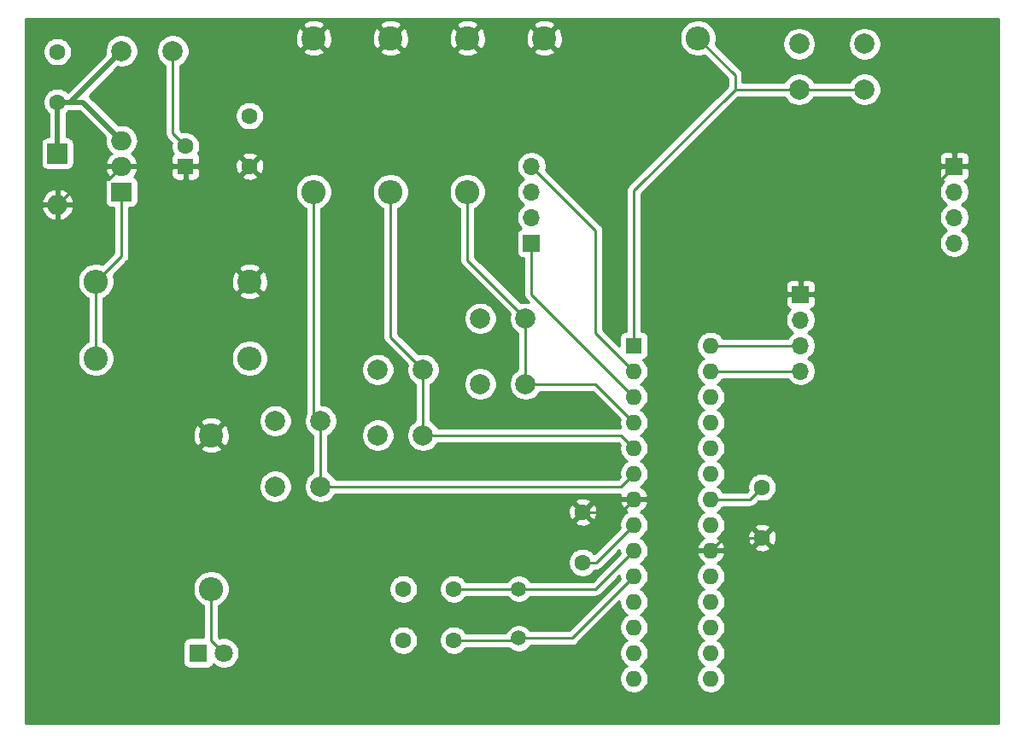
<source format=gbr>
%TF.GenerationSoftware,KiCad,Pcbnew,(5.1.6)-1*%
%TF.CreationDate,2020-09-16T20:36:39+02:00*%
%TF.ProjectId,Basic_Clock,42617369-635f-4436-9c6f-636b2e6b6963,rev?*%
%TF.SameCoordinates,Original*%
%TF.FileFunction,Copper,L1,Top*%
%TF.FilePolarity,Positive*%
%FSLAX46Y46*%
G04 Gerber Fmt 4.6, Leading zero omitted, Abs format (unit mm)*
G04 Created by KiCad (PCBNEW (5.1.6)-1) date 2020-09-16 20:36:39*
%MOMM*%
%LPD*%
G01*
G04 APERTURE LIST*
%TA.AperFunction,ComponentPad*%
%ADD10C,1.600000*%
%TD*%
%TA.AperFunction,ComponentPad*%
%ADD11C,1.998980*%
%TD*%
%TA.AperFunction,ComponentPad*%
%ADD12C,2.000000*%
%TD*%
%TA.AperFunction,ComponentPad*%
%ADD13O,2.400000X2.400000*%
%TD*%
%TA.AperFunction,ComponentPad*%
%ADD14C,2.400000*%
%TD*%
%TA.AperFunction,ComponentPad*%
%ADD15O,1.700000X1.700000*%
%TD*%
%TA.AperFunction,ComponentPad*%
%ADD16R,1.700000X1.700000*%
%TD*%
%TA.AperFunction,ComponentPad*%
%ADD17C,1.500000*%
%TD*%
%TA.AperFunction,ComponentPad*%
%ADD18O,2.000000X1.905000*%
%TD*%
%TA.AperFunction,ComponentPad*%
%ADD19R,2.000000X1.905000*%
%TD*%
%TA.AperFunction,ComponentPad*%
%ADD20O,2.000000X2.000000*%
%TD*%
%TA.AperFunction,ComponentPad*%
%ADD21R,2.000000X2.000000*%
%TD*%
%TA.AperFunction,ComponentPad*%
%ADD22C,1.800000*%
%TD*%
%TA.AperFunction,ComponentPad*%
%ADD23R,1.800000X1.800000*%
%TD*%
%TA.AperFunction,ComponentPad*%
%ADD24R,1.600000X1.600000*%
%TD*%
%TA.AperFunction,ComponentPad*%
%ADD25O,1.600000X1.600000*%
%TD*%
%TA.AperFunction,ViaPad*%
%ADD26C,0.800000*%
%TD*%
%TA.AperFunction,Conductor*%
%ADD27C,0.250000*%
%TD*%
%TA.AperFunction,Conductor*%
%ADD28C,0.500000*%
%TD*%
%TA.AperFunction,Conductor*%
%ADD29C,0.254000*%
%TD*%
G04 APERTURE END LIST*
D10*
%TO.P,C5,2*%
%TO.N,Net-(C5-Pad2)*%
X59690000Y-114380000D03*
%TO.P,C5,1*%
%TO.N,+5V*%
X59690000Y-119380000D03*
%TD*%
D11*
%TO.P,J-VCC1,1*%
%TO.N,+28V*%
X46990000Y-107950000D03*
%TD*%
%TO.P,J-GND1,1*%
%TO.N,GND*%
X52070000Y-107950000D03*
%TD*%
D12*
%TO.P,SW4,1*%
%TO.N,GND*%
X62230000Y-144630000D03*
%TO.P,SW4,2*%
%TO.N,/PIN4*%
X66730000Y-144630000D03*
%TO.P,SW4,1*%
%TO.N,GND*%
X62230000Y-151130000D03*
%TO.P,SW4,2*%
%TO.N,/PIN4*%
X66730000Y-151130000D03*
%TD*%
D13*
%TO.P,R7,2*%
%TO.N,Net-(R7-Pad2)*%
X104140000Y-106680000D03*
D14*
%TO.P,R7,1*%
%TO.N,+5V*%
X88900000Y-106680000D03*
%TD*%
D15*
%TO.P,J3,4*%
%TO.N,GND*%
X129540000Y-127000000D03*
%TO.P,J3,3*%
%TO.N,Net-(J3-Pad3)*%
X129540000Y-124460000D03*
%TO.P,J3,2*%
%TO.N,Net-(J3-Pad2)*%
X129540000Y-121920000D03*
D16*
%TO.P,J3,1*%
%TO.N,+5V*%
X129540000Y-119380000D03*
%TD*%
D15*
%TO.P,J2,4*%
%TO.N,/RXD*%
X87630000Y-119380000D03*
%TO.P,J2,3*%
%TO.N,/RE*%
X87630000Y-121920000D03*
%TO.P,J2,2*%
%TO.N,/DE*%
X87630000Y-124460000D03*
D16*
%TO.P,J2,1*%
%TO.N,/TXD*%
X87630000Y-127000000D03*
%TD*%
D15*
%TO.P,J1,4*%
%TO.N,/SDA*%
X114300000Y-139700000D03*
%TO.P,J1,3*%
%TO.N,/SCL*%
X114300000Y-137160000D03*
%TO.P,J1,2*%
%TO.N,GND*%
X114300000Y-134620000D03*
D16*
%TO.P,J1,1*%
%TO.N,+5V*%
X114300000Y-132080000D03*
%TD*%
D17*
%TO.P,Y1,2*%
%TO.N,Net-(C2-Pad2)*%
X86360000Y-166170000D03*
%TO.P,Y1,1*%
%TO.N,Net-(C1-Pad2)*%
X86360000Y-161290000D03*
%TD*%
D18*
%TO.P,U1,3*%
%TO.N,+28V*%
X46990000Y-116840000D03*
%TO.P,U1,2*%
%TO.N,+5V*%
X46990000Y-119380000D03*
D19*
%TO.P,U1,1*%
%TO.N,Net-(R1-Pad2)*%
X46990000Y-121920000D03*
%TD*%
D12*
%TO.P,SW3,1*%
%TO.N,GND*%
X72390000Y-139550000D03*
%TO.P,SW3,2*%
%TO.N,/PIN3*%
X76890000Y-139550000D03*
%TO.P,SW3,1*%
%TO.N,GND*%
X72390000Y-146050000D03*
%TO.P,SW3,2*%
%TO.N,/PIN3*%
X76890000Y-146050000D03*
%TD*%
%TO.P,SW2,1*%
%TO.N,GND*%
X82550000Y-134470000D03*
%TO.P,SW2,2*%
%TO.N,/PIN2*%
X87050000Y-134470000D03*
%TO.P,SW2,1*%
%TO.N,GND*%
X82550000Y-140970000D03*
%TO.P,SW2,2*%
%TO.N,/PIN2*%
X87050000Y-140970000D03*
%TD*%
%TO.P,SW1,1*%
%TO.N,Net-(R7-Pad2)*%
X114150000Y-111760000D03*
%TO.P,SW1,2*%
%TO.N,GND*%
X114150000Y-107260000D03*
%TO.P,SW1,1*%
%TO.N,Net-(R7-Pad2)*%
X120650000Y-111760000D03*
%TO.P,SW1,2*%
%TO.N,GND*%
X120650000Y-107260000D03*
%TD*%
D13*
%TO.P,R6,2*%
%TO.N,/PIN4*%
X66040000Y-121920000D03*
D14*
%TO.P,R6,1*%
%TO.N,+5V*%
X66040000Y-106680000D03*
%TD*%
D13*
%TO.P,R5,2*%
%TO.N,/PIN3*%
X73660000Y-121920000D03*
D14*
%TO.P,R5,1*%
%TO.N,+5V*%
X73660000Y-106680000D03*
%TD*%
D13*
%TO.P,R4,2*%
%TO.N,/PIN2*%
X81280000Y-121920000D03*
D14*
%TO.P,R4,1*%
%TO.N,+5V*%
X81280000Y-106680000D03*
%TD*%
D13*
%TO.P,R3,2*%
%TO.N,Net-(D1-Pad2)*%
X55880000Y-161290000D03*
D14*
%TO.P,R3,1*%
%TO.N,+5V*%
X55880000Y-146050000D03*
%TD*%
D13*
%TO.P,R2,2*%
%TO.N,GND*%
X59690000Y-138430000D03*
D14*
%TO.P,R2,1*%
%TO.N,Net-(R1-Pad2)*%
X44450000Y-138430000D03*
%TD*%
D13*
%TO.P,R1,2*%
%TO.N,Net-(R1-Pad2)*%
X44450000Y-130810000D03*
D14*
%TO.P,R1,1*%
%TO.N,+5V*%
X59690000Y-130810000D03*
%TD*%
D20*
%TO.P,D2,2*%
%TO.N,+5V*%
X40640000Y-123190000D03*
D21*
%TO.P,D2,1*%
%TO.N,+28V*%
X40640000Y-118110000D03*
%TD*%
D22*
%TO.P,D1,2*%
%TO.N,Net-(D1-Pad2)*%
X57150000Y-167640000D03*
D23*
%TO.P,D1,1*%
%TO.N,GND*%
X54610000Y-167640000D03*
%TD*%
D10*
%TO.P,C1,2*%
%TO.N,Net-(C1-Pad2)*%
X79930000Y-161290000D03*
%TO.P,C1,1*%
%TO.N,GND*%
X74930000Y-161290000D03*
%TD*%
%TO.P,C2,1*%
%TO.N,GND*%
X74930000Y-166370000D03*
%TO.P,C2,2*%
%TO.N,Net-(C2-Pad2)*%
X79930000Y-166370000D03*
%TD*%
%TO.P,C3,1*%
%TO.N,+28V*%
X40640000Y-113030000D03*
%TO.P,C3,2*%
%TO.N,GND*%
X40640000Y-108030000D03*
%TD*%
D24*
%TO.P,C4,1*%
%TO.N,+5V*%
X53340000Y-119380000D03*
D10*
%TO.P,C4,2*%
%TO.N,GND*%
X53340000Y-117380000D03*
%TD*%
%TO.P,C6,1*%
%TO.N,+5V*%
X110490000Y-156210000D03*
%TO.P,C6,2*%
%TO.N,GND*%
X110490000Y-151210000D03*
%TD*%
%TO.P,C7,2*%
%TO.N,GND*%
X92710000Y-158670000D03*
%TO.P,C7,1*%
%TO.N,+5V*%
X92710000Y-153670000D03*
%TD*%
D24*
%TO.P,U2,1*%
%TO.N,Net-(R7-Pad2)*%
X97790000Y-137160000D03*
D25*
%TO.P,U2,15*%
%TO.N,GND*%
X105410000Y-170180000D03*
%TO.P,U2,2*%
%TO.N,/RXD*%
X97790000Y-139700000D03*
%TO.P,U2,16*%
%TO.N,GND*%
X105410000Y-167640000D03*
%TO.P,U2,3*%
%TO.N,/TXD*%
X97790000Y-142240000D03*
%TO.P,U2,17*%
%TO.N,GND*%
X105410000Y-165100000D03*
%TO.P,U2,4*%
%TO.N,/PIN2*%
X97790000Y-144780000D03*
%TO.P,U2,18*%
%TO.N,GND*%
X105410000Y-162560000D03*
%TO.P,U2,5*%
%TO.N,/PIN3*%
X97790000Y-147320000D03*
%TO.P,U2,19*%
%TO.N,GND*%
X105410000Y-160020000D03*
%TO.P,U2,6*%
%TO.N,/PIN4*%
X97790000Y-149860000D03*
%TO.P,U2,20*%
%TO.N,+5V*%
X105410000Y-157480000D03*
%TO.P,U2,7*%
X97790000Y-152400000D03*
%TO.P,U2,21*%
%TO.N,Net-(U2-Pad21)*%
X105410000Y-154940000D03*
%TO.P,U2,8*%
%TO.N,GND*%
X97790000Y-154940000D03*
%TO.P,U2,22*%
X105410000Y-152400000D03*
%TO.P,U2,9*%
%TO.N,Net-(C1-Pad2)*%
X97790000Y-157480000D03*
%TO.P,U2,23*%
%TO.N,GND*%
X105410000Y-149860000D03*
%TO.P,U2,10*%
%TO.N,Net-(C2-Pad2)*%
X97790000Y-160020000D03*
%TO.P,U2,24*%
%TO.N,GND*%
X105410000Y-147320000D03*
%TO.P,U2,11*%
X97790000Y-162560000D03*
%TO.P,U2,25*%
%TO.N,/RE*%
X105410000Y-144780000D03*
%TO.P,U2,12*%
%TO.N,GND*%
X97790000Y-165100000D03*
%TO.P,U2,26*%
%TO.N,/DE*%
X105410000Y-142240000D03*
%TO.P,U2,13*%
%TO.N,GND*%
X97790000Y-167640000D03*
%TO.P,U2,27*%
%TO.N,/SDA*%
X105410000Y-139700000D03*
%TO.P,U2,14*%
%TO.N,GND*%
X97790000Y-170180000D03*
%TO.P,U2,28*%
%TO.N,/SCL*%
X105410000Y-137160000D03*
%TD*%
D26*
%TO.N,GND*%
X105410000Y-167640000D03*
X105410000Y-170180000D03*
%TO.N,+5V*%
X97790000Y-152400000D03*
X105410000Y-157480000D03*
%TO.N,/DE*%
X87630000Y-124460000D03*
%TD*%
D27*
%TO.N,Net-(C1-Pad2)*%
X86360000Y-161290000D02*
X86360000Y-161050000D01*
X93980000Y-161290000D02*
X97790000Y-157480000D01*
X86360000Y-161290000D02*
X93980000Y-161290000D01*
X79930000Y-161290000D02*
X86360000Y-161290000D01*
%TO.N,GND*%
X52070000Y-116110000D02*
X53340000Y-117380000D01*
X52070000Y-107950000D02*
X52070000Y-116110000D01*
X109300000Y-152400000D02*
X110490000Y-151210000D01*
X105410000Y-152400000D02*
X109300000Y-152400000D01*
X94060000Y-158670000D02*
X97790000Y-154940000D01*
X92710000Y-158670000D02*
X94060000Y-158670000D01*
%TO.N,Net-(C2-Pad2)*%
X97590000Y-159820000D02*
X97790000Y-160020000D01*
X91640000Y-166170000D02*
X97790000Y-160020000D01*
X86360000Y-166170000D02*
X91640000Y-166170000D01*
X86160000Y-166370000D02*
X86360000Y-166170000D01*
X79930000Y-166370000D02*
X86160000Y-166370000D01*
%TO.N,+28V*%
X41910000Y-113030000D02*
X40640000Y-113030000D01*
D28*
X46990000Y-107950000D02*
X41910000Y-113030000D01*
X40640000Y-113030000D02*
X40640000Y-118110000D01*
X43180000Y-113030000D02*
X46990000Y-116840000D01*
X40640000Y-113030000D02*
X43180000Y-113030000D01*
D27*
%TO.N,+5V*%
X116840000Y-132080000D02*
X129540000Y-119380000D01*
X114300000Y-132080000D02*
X116840000Y-132080000D01*
X53340000Y-119380000D02*
X46990000Y-119380000D01*
X45727501Y-120642499D02*
X46990000Y-119380000D01*
X43187501Y-120642499D02*
X45727501Y-120642499D01*
X40640000Y-123190000D02*
X43187501Y-120642499D01*
X106680000Y-156210000D02*
X105410000Y-157480000D01*
X110490000Y-156210000D02*
X106680000Y-156210000D01*
X96520000Y-153670000D02*
X97790000Y-152400000D01*
X92710000Y-153670000D02*
X96520000Y-153670000D01*
%TO.N,Net-(D1-Pad2)*%
X55880000Y-166370000D02*
X57150000Y-167640000D01*
X55880000Y-161290000D02*
X55880000Y-166370000D01*
%TO.N,Net-(R1-Pad2)*%
X46990000Y-123190000D02*
X46990000Y-121920000D01*
X44450000Y-130810000D02*
X44450000Y-138430000D01*
X46990000Y-128270000D02*
X44450000Y-130810000D01*
X46990000Y-121920000D02*
X46990000Y-128270000D01*
%TO.N,/PIN2*%
X87050000Y-134470000D02*
X87050000Y-140970000D01*
X93980000Y-140970000D02*
X97790000Y-144780000D01*
X87050000Y-140970000D02*
X93980000Y-140970000D01*
X81280000Y-128700000D02*
X87050000Y-134470000D01*
X81280000Y-121920000D02*
X81280000Y-128700000D01*
%TO.N,/PIN3*%
X76890000Y-139550000D02*
X76890000Y-146050000D01*
X96520000Y-146050000D02*
X97790000Y-147320000D01*
X76890000Y-146050000D02*
X96520000Y-146050000D01*
X73660000Y-136320000D02*
X76890000Y-139550000D01*
X73660000Y-121920000D02*
X73660000Y-136320000D01*
%TO.N,/PIN4*%
X66730000Y-144630000D02*
X66730000Y-151130000D01*
X96520000Y-151130000D02*
X97790000Y-149860000D01*
X66730000Y-151130000D02*
X96520000Y-151130000D01*
X66040000Y-143940000D02*
X66730000Y-144630000D01*
X66040000Y-121920000D02*
X66040000Y-143940000D01*
%TO.N,/SCL*%
X105410000Y-137160000D02*
X110490000Y-137160000D01*
X110490000Y-137160000D02*
X114300000Y-137160000D01*
%TO.N,/SDA*%
X105410000Y-139700000D02*
X110490000Y-139700000D01*
X110490000Y-139700000D02*
X114300000Y-139700000D01*
%TO.N,/TXD*%
X87630000Y-127000000D02*
X87630000Y-132080000D01*
X87630000Y-132080000D02*
X97790000Y-142240000D01*
%TO.N,/RXD*%
X97790000Y-139700000D02*
X93980000Y-135890000D01*
X93980000Y-125730000D02*
X87630000Y-119380000D01*
X93980000Y-135890000D02*
X93980000Y-125730000D01*
%TO.N,Net-(R7-Pad2)*%
X97790000Y-121770000D02*
X107800000Y-111760000D01*
X97790000Y-137160000D02*
X97790000Y-121770000D01*
X114300000Y-111760000D02*
X107800000Y-111760000D01*
X107800000Y-110340000D02*
X104140000Y-106680000D01*
X107800000Y-111760000D02*
X107800000Y-110340000D01*
X120650000Y-111760000D02*
X114150000Y-111760000D01*
%TD*%
D29*
%TO.N,+5V*%
G36*
X133960001Y-174600000D02*
G01*
X37490000Y-174600000D01*
X37490000Y-166740000D01*
X53071928Y-166740000D01*
X53071928Y-168540000D01*
X53084188Y-168664482D01*
X53120498Y-168784180D01*
X53179463Y-168894494D01*
X53258815Y-168991185D01*
X53355506Y-169070537D01*
X53465820Y-169129502D01*
X53585518Y-169165812D01*
X53710000Y-169178072D01*
X55510000Y-169178072D01*
X55634482Y-169165812D01*
X55754180Y-169129502D01*
X55864494Y-169070537D01*
X55961185Y-168991185D01*
X56040537Y-168894494D01*
X56099502Y-168784180D01*
X56105056Y-168765873D01*
X56171495Y-168832312D01*
X56422905Y-169000299D01*
X56702257Y-169116011D01*
X56998816Y-169175000D01*
X57301184Y-169175000D01*
X57597743Y-169116011D01*
X57877095Y-169000299D01*
X58128505Y-168832312D01*
X58342312Y-168618505D01*
X58510299Y-168367095D01*
X58626011Y-168087743D01*
X58685000Y-167791184D01*
X58685000Y-167488816D01*
X58626011Y-167192257D01*
X58510299Y-166912905D01*
X58342312Y-166661495D01*
X58128505Y-166447688D01*
X57877095Y-166279701D01*
X57753884Y-166228665D01*
X73495000Y-166228665D01*
X73495000Y-166511335D01*
X73550147Y-166788574D01*
X73658320Y-167049727D01*
X73815363Y-167284759D01*
X74015241Y-167484637D01*
X74250273Y-167641680D01*
X74511426Y-167749853D01*
X74788665Y-167805000D01*
X75071335Y-167805000D01*
X75348574Y-167749853D01*
X75609727Y-167641680D01*
X75844759Y-167484637D01*
X76044637Y-167284759D01*
X76201680Y-167049727D01*
X76309853Y-166788574D01*
X76365000Y-166511335D01*
X76365000Y-166228665D01*
X76309853Y-165951426D01*
X76201680Y-165690273D01*
X76044637Y-165455241D01*
X75844759Y-165255363D01*
X75609727Y-165098320D01*
X75348574Y-164990147D01*
X75071335Y-164935000D01*
X74788665Y-164935000D01*
X74511426Y-164990147D01*
X74250273Y-165098320D01*
X74015241Y-165255363D01*
X73815363Y-165455241D01*
X73658320Y-165690273D01*
X73550147Y-165951426D01*
X73495000Y-166228665D01*
X57753884Y-166228665D01*
X57597743Y-166163989D01*
X57301184Y-166105000D01*
X56998816Y-166105000D01*
X56741070Y-166156269D01*
X56640000Y-166055199D01*
X56640000Y-162961388D01*
X56749199Y-162916156D01*
X57049744Y-162715338D01*
X57305338Y-162459744D01*
X57506156Y-162159199D01*
X57644482Y-161825250D01*
X57715000Y-161470732D01*
X57715000Y-161148665D01*
X73495000Y-161148665D01*
X73495000Y-161431335D01*
X73550147Y-161708574D01*
X73658320Y-161969727D01*
X73815363Y-162204759D01*
X74015241Y-162404637D01*
X74250273Y-162561680D01*
X74511426Y-162669853D01*
X74788665Y-162725000D01*
X75071335Y-162725000D01*
X75348574Y-162669853D01*
X75609727Y-162561680D01*
X75844759Y-162404637D01*
X76044637Y-162204759D01*
X76201680Y-161969727D01*
X76309853Y-161708574D01*
X76365000Y-161431335D01*
X76365000Y-161148665D01*
X78495000Y-161148665D01*
X78495000Y-161431335D01*
X78550147Y-161708574D01*
X78658320Y-161969727D01*
X78815363Y-162204759D01*
X79015241Y-162404637D01*
X79250273Y-162561680D01*
X79511426Y-162669853D01*
X79788665Y-162725000D01*
X80071335Y-162725000D01*
X80348574Y-162669853D01*
X80609727Y-162561680D01*
X80844759Y-162404637D01*
X81044637Y-162204759D01*
X81148043Y-162050000D01*
X85202091Y-162050000D01*
X85284201Y-162172886D01*
X85477114Y-162365799D01*
X85703957Y-162517371D01*
X85956011Y-162621775D01*
X86223589Y-162675000D01*
X86496411Y-162675000D01*
X86763989Y-162621775D01*
X87016043Y-162517371D01*
X87242886Y-162365799D01*
X87435799Y-162172886D01*
X87517909Y-162050000D01*
X93942678Y-162050000D01*
X93980000Y-162053676D01*
X94017322Y-162050000D01*
X94017333Y-162050000D01*
X94128986Y-162039003D01*
X94272247Y-161995546D01*
X94404276Y-161924974D01*
X94520001Y-161830001D01*
X94543804Y-161800997D01*
X96355000Y-159989801D01*
X96355000Y-160161335D01*
X96391312Y-160343885D01*
X91325199Y-165410000D01*
X87517909Y-165410000D01*
X87435799Y-165287114D01*
X87242886Y-165094201D01*
X87016043Y-164942629D01*
X86763989Y-164838225D01*
X86496411Y-164785000D01*
X86223589Y-164785000D01*
X85956011Y-164838225D01*
X85703957Y-164942629D01*
X85477114Y-165094201D01*
X85284201Y-165287114D01*
X85132629Y-165513957D01*
X85092847Y-165610000D01*
X81148043Y-165610000D01*
X81044637Y-165455241D01*
X80844759Y-165255363D01*
X80609727Y-165098320D01*
X80348574Y-164990147D01*
X80071335Y-164935000D01*
X79788665Y-164935000D01*
X79511426Y-164990147D01*
X79250273Y-165098320D01*
X79015241Y-165255363D01*
X78815363Y-165455241D01*
X78658320Y-165690273D01*
X78550147Y-165951426D01*
X78495000Y-166228665D01*
X78495000Y-166511335D01*
X78550147Y-166788574D01*
X78658320Y-167049727D01*
X78815363Y-167284759D01*
X79015241Y-167484637D01*
X79250273Y-167641680D01*
X79511426Y-167749853D01*
X79788665Y-167805000D01*
X80071335Y-167805000D01*
X80348574Y-167749853D01*
X80609727Y-167641680D01*
X80844759Y-167484637D01*
X81044637Y-167284759D01*
X81148043Y-167130000D01*
X85361315Y-167130000D01*
X85477114Y-167245799D01*
X85703957Y-167397371D01*
X85956011Y-167501775D01*
X86223589Y-167555000D01*
X86496411Y-167555000D01*
X86763989Y-167501775D01*
X87016043Y-167397371D01*
X87242886Y-167245799D01*
X87435799Y-167052886D01*
X87517909Y-166930000D01*
X91602678Y-166930000D01*
X91640000Y-166933676D01*
X91677322Y-166930000D01*
X91677333Y-166930000D01*
X91788986Y-166919003D01*
X91932247Y-166875546D01*
X92064276Y-166804974D01*
X92180001Y-166710001D01*
X92203804Y-166680997D01*
X96355000Y-162529802D01*
X96355000Y-162701335D01*
X96410147Y-162978574D01*
X96518320Y-163239727D01*
X96675363Y-163474759D01*
X96875241Y-163674637D01*
X97107759Y-163830000D01*
X96875241Y-163985363D01*
X96675363Y-164185241D01*
X96518320Y-164420273D01*
X96410147Y-164681426D01*
X96355000Y-164958665D01*
X96355000Y-165241335D01*
X96410147Y-165518574D01*
X96518320Y-165779727D01*
X96675363Y-166014759D01*
X96875241Y-166214637D01*
X97107759Y-166370000D01*
X96875241Y-166525363D01*
X96675363Y-166725241D01*
X96518320Y-166960273D01*
X96410147Y-167221426D01*
X96355000Y-167498665D01*
X96355000Y-167781335D01*
X96410147Y-168058574D01*
X96518320Y-168319727D01*
X96675363Y-168554759D01*
X96875241Y-168754637D01*
X97107759Y-168910000D01*
X96875241Y-169065363D01*
X96675363Y-169265241D01*
X96518320Y-169500273D01*
X96410147Y-169761426D01*
X96355000Y-170038665D01*
X96355000Y-170321335D01*
X96410147Y-170598574D01*
X96518320Y-170859727D01*
X96675363Y-171094759D01*
X96875241Y-171294637D01*
X97110273Y-171451680D01*
X97371426Y-171559853D01*
X97648665Y-171615000D01*
X97931335Y-171615000D01*
X98208574Y-171559853D01*
X98469727Y-171451680D01*
X98704759Y-171294637D01*
X98904637Y-171094759D01*
X99061680Y-170859727D01*
X99169853Y-170598574D01*
X99225000Y-170321335D01*
X99225000Y-170038665D01*
X99169853Y-169761426D01*
X99061680Y-169500273D01*
X98904637Y-169265241D01*
X98704759Y-169065363D01*
X98472241Y-168910000D01*
X98704759Y-168754637D01*
X98904637Y-168554759D01*
X99061680Y-168319727D01*
X99169853Y-168058574D01*
X99225000Y-167781335D01*
X99225000Y-167498665D01*
X99169853Y-167221426D01*
X99061680Y-166960273D01*
X98904637Y-166725241D01*
X98704759Y-166525363D01*
X98472241Y-166370000D01*
X98704759Y-166214637D01*
X98904637Y-166014759D01*
X99061680Y-165779727D01*
X99169853Y-165518574D01*
X99225000Y-165241335D01*
X99225000Y-164958665D01*
X99169853Y-164681426D01*
X99061680Y-164420273D01*
X98904637Y-164185241D01*
X98704759Y-163985363D01*
X98472241Y-163830000D01*
X98704759Y-163674637D01*
X98904637Y-163474759D01*
X99061680Y-163239727D01*
X99169853Y-162978574D01*
X99225000Y-162701335D01*
X99225000Y-162418665D01*
X99169853Y-162141426D01*
X99061680Y-161880273D01*
X98904637Y-161645241D01*
X98704759Y-161445363D01*
X98472241Y-161290000D01*
X98704759Y-161134637D01*
X98904637Y-160934759D01*
X99061680Y-160699727D01*
X99169853Y-160438574D01*
X99225000Y-160161335D01*
X99225000Y-159878665D01*
X103975000Y-159878665D01*
X103975000Y-160161335D01*
X104030147Y-160438574D01*
X104138320Y-160699727D01*
X104295363Y-160934759D01*
X104495241Y-161134637D01*
X104727759Y-161290000D01*
X104495241Y-161445363D01*
X104295363Y-161645241D01*
X104138320Y-161880273D01*
X104030147Y-162141426D01*
X103975000Y-162418665D01*
X103975000Y-162701335D01*
X104030147Y-162978574D01*
X104138320Y-163239727D01*
X104295363Y-163474759D01*
X104495241Y-163674637D01*
X104727759Y-163830000D01*
X104495241Y-163985363D01*
X104295363Y-164185241D01*
X104138320Y-164420273D01*
X104030147Y-164681426D01*
X103975000Y-164958665D01*
X103975000Y-165241335D01*
X104030147Y-165518574D01*
X104138320Y-165779727D01*
X104295363Y-166014759D01*
X104495241Y-166214637D01*
X104727759Y-166370000D01*
X104495241Y-166525363D01*
X104295363Y-166725241D01*
X104138320Y-166960273D01*
X104030147Y-167221426D01*
X103975000Y-167498665D01*
X103975000Y-167781335D01*
X104030147Y-168058574D01*
X104138320Y-168319727D01*
X104295363Y-168554759D01*
X104495241Y-168754637D01*
X104727759Y-168910000D01*
X104495241Y-169065363D01*
X104295363Y-169265241D01*
X104138320Y-169500273D01*
X104030147Y-169761426D01*
X103975000Y-170038665D01*
X103975000Y-170321335D01*
X104030147Y-170598574D01*
X104138320Y-170859727D01*
X104295363Y-171094759D01*
X104495241Y-171294637D01*
X104730273Y-171451680D01*
X104991426Y-171559853D01*
X105268665Y-171615000D01*
X105551335Y-171615000D01*
X105828574Y-171559853D01*
X106089727Y-171451680D01*
X106324759Y-171294637D01*
X106524637Y-171094759D01*
X106681680Y-170859727D01*
X106789853Y-170598574D01*
X106845000Y-170321335D01*
X106845000Y-170038665D01*
X106789853Y-169761426D01*
X106681680Y-169500273D01*
X106524637Y-169265241D01*
X106324759Y-169065363D01*
X106092241Y-168910000D01*
X106324759Y-168754637D01*
X106524637Y-168554759D01*
X106681680Y-168319727D01*
X106789853Y-168058574D01*
X106845000Y-167781335D01*
X106845000Y-167498665D01*
X106789853Y-167221426D01*
X106681680Y-166960273D01*
X106524637Y-166725241D01*
X106324759Y-166525363D01*
X106092241Y-166370000D01*
X106324759Y-166214637D01*
X106524637Y-166014759D01*
X106681680Y-165779727D01*
X106789853Y-165518574D01*
X106845000Y-165241335D01*
X106845000Y-164958665D01*
X106789853Y-164681426D01*
X106681680Y-164420273D01*
X106524637Y-164185241D01*
X106324759Y-163985363D01*
X106092241Y-163830000D01*
X106324759Y-163674637D01*
X106524637Y-163474759D01*
X106681680Y-163239727D01*
X106789853Y-162978574D01*
X106845000Y-162701335D01*
X106845000Y-162418665D01*
X106789853Y-162141426D01*
X106681680Y-161880273D01*
X106524637Y-161645241D01*
X106324759Y-161445363D01*
X106092241Y-161290000D01*
X106324759Y-161134637D01*
X106524637Y-160934759D01*
X106681680Y-160699727D01*
X106789853Y-160438574D01*
X106845000Y-160161335D01*
X106845000Y-159878665D01*
X106789853Y-159601426D01*
X106681680Y-159340273D01*
X106524637Y-159105241D01*
X106324759Y-158905363D01*
X106089727Y-158748320D01*
X106079135Y-158743933D01*
X106265131Y-158632385D01*
X106473519Y-158443414D01*
X106641037Y-158217420D01*
X106761246Y-157963087D01*
X106801904Y-157829039D01*
X106679915Y-157607000D01*
X105537000Y-157607000D01*
X105537000Y-157627000D01*
X105283000Y-157627000D01*
X105283000Y-157607000D01*
X104140085Y-157607000D01*
X104018096Y-157829039D01*
X104058754Y-157963087D01*
X104178963Y-158217420D01*
X104346481Y-158443414D01*
X104554869Y-158632385D01*
X104740865Y-158743933D01*
X104730273Y-158748320D01*
X104495241Y-158905363D01*
X104295363Y-159105241D01*
X104138320Y-159340273D01*
X104030147Y-159601426D01*
X103975000Y-159878665D01*
X99225000Y-159878665D01*
X99169853Y-159601426D01*
X99061680Y-159340273D01*
X98904637Y-159105241D01*
X98704759Y-158905363D01*
X98472241Y-158750000D01*
X98704759Y-158594637D01*
X98904637Y-158394759D01*
X99061680Y-158159727D01*
X99169853Y-157898574D01*
X99225000Y-157621335D01*
X99225000Y-157338665D01*
X99169853Y-157061426D01*
X99061680Y-156800273D01*
X98904637Y-156565241D01*
X98704759Y-156365363D01*
X98472241Y-156210000D01*
X98704759Y-156054637D01*
X98904637Y-155854759D01*
X99061680Y-155619727D01*
X99169853Y-155358574D01*
X99225000Y-155081335D01*
X99225000Y-154798665D01*
X99169853Y-154521426D01*
X99061680Y-154260273D01*
X98904637Y-154025241D01*
X98704759Y-153825363D01*
X98469727Y-153668320D01*
X98459135Y-153663933D01*
X98645131Y-153552385D01*
X98853519Y-153363414D01*
X99021037Y-153137420D01*
X99141246Y-152883087D01*
X99181904Y-152749039D01*
X99059915Y-152527000D01*
X97917000Y-152527000D01*
X97917000Y-152547000D01*
X97663000Y-152547000D01*
X97663000Y-152527000D01*
X96520085Y-152527000D01*
X96398096Y-152749039D01*
X96438754Y-152883087D01*
X96558963Y-153137420D01*
X96726481Y-153363414D01*
X96934869Y-153552385D01*
X97120865Y-153663933D01*
X97110273Y-153668320D01*
X96875241Y-153825363D01*
X96675363Y-154025241D01*
X96518320Y-154260273D01*
X96410147Y-154521426D01*
X96355000Y-154798665D01*
X96355000Y-155081335D01*
X96391312Y-155263886D01*
X93854806Y-157800393D01*
X93824637Y-157755241D01*
X93624759Y-157555363D01*
X93389727Y-157398320D01*
X93128574Y-157290147D01*
X92851335Y-157235000D01*
X92568665Y-157235000D01*
X92291426Y-157290147D01*
X92030273Y-157398320D01*
X91795241Y-157555363D01*
X91595363Y-157755241D01*
X91438320Y-157990273D01*
X91330147Y-158251426D01*
X91275000Y-158528665D01*
X91275000Y-158811335D01*
X91330147Y-159088574D01*
X91438320Y-159349727D01*
X91595363Y-159584759D01*
X91795241Y-159784637D01*
X92030273Y-159941680D01*
X92291426Y-160049853D01*
X92568665Y-160105000D01*
X92851335Y-160105000D01*
X93128574Y-160049853D01*
X93389727Y-159941680D01*
X93624759Y-159784637D01*
X93824637Y-159584759D01*
X93928043Y-159430000D01*
X94022678Y-159430000D01*
X94060000Y-159433676D01*
X94097322Y-159430000D01*
X94097333Y-159430000D01*
X94208986Y-159419003D01*
X94352247Y-159375546D01*
X94484276Y-159304974D01*
X94600001Y-159210001D01*
X94623804Y-159180997D01*
X96355000Y-157449801D01*
X96355000Y-157621335D01*
X96391312Y-157803886D01*
X93665199Y-160530000D01*
X87517909Y-160530000D01*
X87435799Y-160407114D01*
X87242886Y-160214201D01*
X87016043Y-160062629D01*
X86763989Y-159958225D01*
X86496411Y-159905000D01*
X86223589Y-159905000D01*
X85956011Y-159958225D01*
X85703957Y-160062629D01*
X85477114Y-160214201D01*
X85284201Y-160407114D01*
X85202091Y-160530000D01*
X81148043Y-160530000D01*
X81044637Y-160375241D01*
X80844759Y-160175363D01*
X80609727Y-160018320D01*
X80348574Y-159910147D01*
X80071335Y-159855000D01*
X79788665Y-159855000D01*
X79511426Y-159910147D01*
X79250273Y-160018320D01*
X79015241Y-160175363D01*
X78815363Y-160375241D01*
X78658320Y-160610273D01*
X78550147Y-160871426D01*
X78495000Y-161148665D01*
X76365000Y-161148665D01*
X76309853Y-160871426D01*
X76201680Y-160610273D01*
X76044637Y-160375241D01*
X75844759Y-160175363D01*
X75609727Y-160018320D01*
X75348574Y-159910147D01*
X75071335Y-159855000D01*
X74788665Y-159855000D01*
X74511426Y-159910147D01*
X74250273Y-160018320D01*
X74015241Y-160175363D01*
X73815363Y-160375241D01*
X73658320Y-160610273D01*
X73550147Y-160871426D01*
X73495000Y-161148665D01*
X57715000Y-161148665D01*
X57715000Y-161109268D01*
X57644482Y-160754750D01*
X57506156Y-160420801D01*
X57305338Y-160120256D01*
X57049744Y-159864662D01*
X56749199Y-159663844D01*
X56415250Y-159525518D01*
X56060732Y-159455000D01*
X55699268Y-159455000D01*
X55344750Y-159525518D01*
X55010801Y-159663844D01*
X54710256Y-159864662D01*
X54454662Y-160120256D01*
X54253844Y-160420801D01*
X54115518Y-160754750D01*
X54045000Y-161109268D01*
X54045000Y-161470732D01*
X54115518Y-161825250D01*
X54253844Y-162159199D01*
X54454662Y-162459744D01*
X54710256Y-162715338D01*
X55010801Y-162916156D01*
X55120000Y-162961388D01*
X55120001Y-166101928D01*
X53710000Y-166101928D01*
X53585518Y-166114188D01*
X53465820Y-166150498D01*
X53355506Y-166209463D01*
X53258815Y-166288815D01*
X53179463Y-166385506D01*
X53120498Y-166495820D01*
X53084188Y-166615518D01*
X53071928Y-166740000D01*
X37490000Y-166740000D01*
X37490000Y-154662702D01*
X91896903Y-154662702D01*
X91968486Y-154906671D01*
X92223996Y-155027571D01*
X92498184Y-155096300D01*
X92780512Y-155110217D01*
X93060130Y-155068787D01*
X93326292Y-154973603D01*
X93451514Y-154906671D01*
X93523097Y-154662702D01*
X92710000Y-153849605D01*
X91896903Y-154662702D01*
X37490000Y-154662702D01*
X37490000Y-153740512D01*
X91269783Y-153740512D01*
X91311213Y-154020130D01*
X91406397Y-154286292D01*
X91473329Y-154411514D01*
X91717298Y-154483097D01*
X92530395Y-153670000D01*
X92889605Y-153670000D01*
X93702702Y-154483097D01*
X93946671Y-154411514D01*
X94067571Y-154156004D01*
X94136300Y-153881816D01*
X94150217Y-153599488D01*
X94108787Y-153319870D01*
X94013603Y-153053708D01*
X93946671Y-152928486D01*
X93702702Y-152856903D01*
X92889605Y-153670000D01*
X92530395Y-153670000D01*
X91717298Y-152856903D01*
X91473329Y-152928486D01*
X91352429Y-153183996D01*
X91283700Y-153458184D01*
X91269783Y-153740512D01*
X37490000Y-153740512D01*
X37490000Y-150968967D01*
X60595000Y-150968967D01*
X60595000Y-151291033D01*
X60657832Y-151606912D01*
X60781082Y-151904463D01*
X60960013Y-152172252D01*
X61187748Y-152399987D01*
X61455537Y-152578918D01*
X61753088Y-152702168D01*
X62068967Y-152765000D01*
X62391033Y-152765000D01*
X62706912Y-152702168D01*
X63004463Y-152578918D01*
X63272252Y-152399987D01*
X63499987Y-152172252D01*
X63678918Y-151904463D01*
X63802168Y-151606912D01*
X63865000Y-151291033D01*
X63865000Y-150968967D01*
X63802168Y-150653088D01*
X63678918Y-150355537D01*
X63499987Y-150087748D01*
X63272252Y-149860013D01*
X63004463Y-149681082D01*
X62706912Y-149557832D01*
X62391033Y-149495000D01*
X62068967Y-149495000D01*
X61753088Y-149557832D01*
X61455537Y-149681082D01*
X61187748Y-149860013D01*
X60960013Y-150087748D01*
X60781082Y-150355537D01*
X60657832Y-150653088D01*
X60595000Y-150968967D01*
X37490000Y-150968967D01*
X37490000Y-147327980D01*
X54781626Y-147327980D01*
X54901514Y-147612836D01*
X55225210Y-147773699D01*
X55574069Y-147868322D01*
X55934684Y-147893067D01*
X56293198Y-147846985D01*
X56635833Y-147731846D01*
X56858486Y-147612836D01*
X56978374Y-147327980D01*
X55880000Y-146229605D01*
X54781626Y-147327980D01*
X37490000Y-147327980D01*
X37490000Y-146104684D01*
X54036933Y-146104684D01*
X54083015Y-146463198D01*
X54198154Y-146805833D01*
X54317164Y-147028486D01*
X54602020Y-147148374D01*
X55700395Y-146050000D01*
X56059605Y-146050000D01*
X57157980Y-147148374D01*
X57442836Y-147028486D01*
X57603699Y-146704790D01*
X57698322Y-146355931D01*
X57723067Y-145995316D01*
X57676985Y-145636802D01*
X57561846Y-145294167D01*
X57442836Y-145071514D01*
X57157980Y-144951626D01*
X56059605Y-146050000D01*
X55700395Y-146050000D01*
X54602020Y-144951626D01*
X54317164Y-145071514D01*
X54156301Y-145395210D01*
X54061678Y-145744069D01*
X54036933Y-146104684D01*
X37490000Y-146104684D01*
X37490000Y-144772020D01*
X54781626Y-144772020D01*
X55880000Y-145870395D01*
X56978374Y-144772020D01*
X56858486Y-144487164D01*
X56821870Y-144468967D01*
X60595000Y-144468967D01*
X60595000Y-144791033D01*
X60657832Y-145106912D01*
X60781082Y-145404463D01*
X60960013Y-145672252D01*
X61187748Y-145899987D01*
X61455537Y-146078918D01*
X61753088Y-146202168D01*
X62068967Y-146265000D01*
X62391033Y-146265000D01*
X62706912Y-146202168D01*
X63004463Y-146078918D01*
X63272252Y-145899987D01*
X63499987Y-145672252D01*
X63678918Y-145404463D01*
X63802168Y-145106912D01*
X63865000Y-144791033D01*
X63865000Y-144468967D01*
X63802168Y-144153088D01*
X63678918Y-143855537D01*
X63499987Y-143587748D01*
X63272252Y-143360013D01*
X63004463Y-143181082D01*
X62706912Y-143057832D01*
X62391033Y-142995000D01*
X62068967Y-142995000D01*
X61753088Y-143057832D01*
X61455537Y-143181082D01*
X61187748Y-143360013D01*
X60960013Y-143587748D01*
X60781082Y-143855537D01*
X60657832Y-144153088D01*
X60595000Y-144468967D01*
X56821870Y-144468967D01*
X56534790Y-144326301D01*
X56185931Y-144231678D01*
X55825316Y-144206933D01*
X55466802Y-144253015D01*
X55124167Y-144368154D01*
X54901514Y-144487164D01*
X54781626Y-144772020D01*
X37490000Y-144772020D01*
X37490000Y-130629268D01*
X42615000Y-130629268D01*
X42615000Y-130990732D01*
X42685518Y-131345250D01*
X42823844Y-131679199D01*
X43024662Y-131979744D01*
X43280256Y-132235338D01*
X43580801Y-132436156D01*
X43690000Y-132481388D01*
X43690001Y-136758612D01*
X43580801Y-136803844D01*
X43280256Y-137004662D01*
X43024662Y-137260256D01*
X42823844Y-137560801D01*
X42685518Y-137894750D01*
X42615000Y-138249268D01*
X42615000Y-138610732D01*
X42685518Y-138965250D01*
X42823844Y-139299199D01*
X43024662Y-139599744D01*
X43280256Y-139855338D01*
X43580801Y-140056156D01*
X43914750Y-140194482D01*
X44269268Y-140265000D01*
X44630732Y-140265000D01*
X44985250Y-140194482D01*
X45319199Y-140056156D01*
X45619744Y-139855338D01*
X45875338Y-139599744D01*
X46076156Y-139299199D01*
X46214482Y-138965250D01*
X46285000Y-138610732D01*
X46285000Y-138249268D01*
X57855000Y-138249268D01*
X57855000Y-138610732D01*
X57925518Y-138965250D01*
X58063844Y-139299199D01*
X58264662Y-139599744D01*
X58520256Y-139855338D01*
X58820801Y-140056156D01*
X59154750Y-140194482D01*
X59509268Y-140265000D01*
X59870732Y-140265000D01*
X60225250Y-140194482D01*
X60559199Y-140056156D01*
X60859744Y-139855338D01*
X61115338Y-139599744D01*
X61316156Y-139299199D01*
X61454482Y-138965250D01*
X61525000Y-138610732D01*
X61525000Y-138249268D01*
X61454482Y-137894750D01*
X61316156Y-137560801D01*
X61115338Y-137260256D01*
X60859744Y-137004662D01*
X60559199Y-136803844D01*
X60225250Y-136665518D01*
X59870732Y-136595000D01*
X59509268Y-136595000D01*
X59154750Y-136665518D01*
X58820801Y-136803844D01*
X58520256Y-137004662D01*
X58264662Y-137260256D01*
X58063844Y-137560801D01*
X57925518Y-137894750D01*
X57855000Y-138249268D01*
X46285000Y-138249268D01*
X46214482Y-137894750D01*
X46076156Y-137560801D01*
X45875338Y-137260256D01*
X45619744Y-137004662D01*
X45319199Y-136803844D01*
X45210000Y-136758612D01*
X45210000Y-132481388D01*
X45319199Y-132436156D01*
X45619744Y-132235338D01*
X45767102Y-132087980D01*
X58591626Y-132087980D01*
X58711514Y-132372836D01*
X59035210Y-132533699D01*
X59384069Y-132628322D01*
X59744684Y-132653067D01*
X60103198Y-132606985D01*
X60445833Y-132491846D01*
X60668486Y-132372836D01*
X60788374Y-132087980D01*
X59690000Y-130989605D01*
X58591626Y-132087980D01*
X45767102Y-132087980D01*
X45875338Y-131979744D01*
X46076156Y-131679199D01*
X46214482Y-131345250D01*
X46285000Y-130990732D01*
X46285000Y-130864684D01*
X57846933Y-130864684D01*
X57893015Y-131223198D01*
X58008154Y-131565833D01*
X58127164Y-131788486D01*
X58412020Y-131908374D01*
X59510395Y-130810000D01*
X59869605Y-130810000D01*
X60967980Y-131908374D01*
X61252836Y-131788486D01*
X61413699Y-131464790D01*
X61508322Y-131115931D01*
X61533067Y-130755316D01*
X61486985Y-130396802D01*
X61371846Y-130054167D01*
X61252836Y-129831514D01*
X60967980Y-129711626D01*
X59869605Y-130810000D01*
X59510395Y-130810000D01*
X58412020Y-129711626D01*
X58127164Y-129831514D01*
X57966301Y-130155210D01*
X57871678Y-130504069D01*
X57846933Y-130864684D01*
X46285000Y-130864684D01*
X46285000Y-130629268D01*
X46214482Y-130274750D01*
X46169251Y-130165551D01*
X46802782Y-129532020D01*
X58591626Y-129532020D01*
X59690000Y-130630395D01*
X60788374Y-129532020D01*
X60668486Y-129247164D01*
X60344790Y-129086301D01*
X59995931Y-128991678D01*
X59635316Y-128966933D01*
X59276802Y-129013015D01*
X58934167Y-129128154D01*
X58711514Y-129247164D01*
X58591626Y-129532020D01*
X46802782Y-129532020D01*
X47501008Y-128833795D01*
X47530001Y-128810001D01*
X47553795Y-128781008D01*
X47553799Y-128781004D01*
X47624973Y-128694277D01*
X47624974Y-128694276D01*
X47695546Y-128562247D01*
X47739003Y-128418986D01*
X47750000Y-128307333D01*
X47750000Y-128307324D01*
X47753676Y-128270001D01*
X47750000Y-128232678D01*
X47750000Y-123510572D01*
X47990000Y-123510572D01*
X48114482Y-123498312D01*
X48234180Y-123462002D01*
X48344494Y-123403037D01*
X48441185Y-123323685D01*
X48520537Y-123226994D01*
X48579502Y-123116680D01*
X48615812Y-122996982D01*
X48628072Y-122872500D01*
X48628072Y-121739268D01*
X64205000Y-121739268D01*
X64205000Y-122100732D01*
X64275518Y-122455250D01*
X64413844Y-122789199D01*
X64614662Y-123089744D01*
X64870256Y-123345338D01*
X65170801Y-123546156D01*
X65280000Y-123591388D01*
X65280001Y-143858147D01*
X65157832Y-144153088D01*
X65095000Y-144468967D01*
X65095000Y-144791033D01*
X65157832Y-145106912D01*
X65281082Y-145404463D01*
X65460013Y-145672252D01*
X65687748Y-145899987D01*
X65955537Y-146078918D01*
X65970000Y-146084909D01*
X65970001Y-149675091D01*
X65955537Y-149681082D01*
X65687748Y-149860013D01*
X65460013Y-150087748D01*
X65281082Y-150355537D01*
X65157832Y-150653088D01*
X65095000Y-150968967D01*
X65095000Y-151291033D01*
X65157832Y-151606912D01*
X65281082Y-151904463D01*
X65460013Y-152172252D01*
X65687748Y-152399987D01*
X65955537Y-152578918D01*
X66253088Y-152702168D01*
X66568967Y-152765000D01*
X66891033Y-152765000D01*
X67206912Y-152702168D01*
X67266953Y-152677298D01*
X91896903Y-152677298D01*
X92710000Y-153490395D01*
X93523097Y-152677298D01*
X93451514Y-152433329D01*
X93196004Y-152312429D01*
X92921816Y-152243700D01*
X92639488Y-152229783D01*
X92359870Y-152271213D01*
X92093708Y-152366397D01*
X91968486Y-152433329D01*
X91896903Y-152677298D01*
X67266953Y-152677298D01*
X67504463Y-152578918D01*
X67772252Y-152399987D01*
X67999987Y-152172252D01*
X68178918Y-151904463D01*
X68184909Y-151890000D01*
X96451474Y-151890000D01*
X96438754Y-151916913D01*
X96398096Y-152050961D01*
X96520085Y-152273000D01*
X97663000Y-152273000D01*
X97663000Y-152253000D01*
X97917000Y-152253000D01*
X97917000Y-152273000D01*
X99059915Y-152273000D01*
X99181904Y-152050961D01*
X99141246Y-151916913D01*
X99021037Y-151662580D01*
X98853519Y-151436586D01*
X98645131Y-151247615D01*
X98459135Y-151136067D01*
X98469727Y-151131680D01*
X98704759Y-150974637D01*
X98904637Y-150774759D01*
X99061680Y-150539727D01*
X99169853Y-150278574D01*
X99225000Y-150001335D01*
X99225000Y-149718665D01*
X99169853Y-149441426D01*
X99061680Y-149180273D01*
X98904637Y-148945241D01*
X98704759Y-148745363D01*
X98472241Y-148590000D01*
X98704759Y-148434637D01*
X98904637Y-148234759D01*
X99061680Y-147999727D01*
X99169853Y-147738574D01*
X99225000Y-147461335D01*
X99225000Y-147178665D01*
X99169853Y-146901426D01*
X99061680Y-146640273D01*
X98904637Y-146405241D01*
X98704759Y-146205363D01*
X98472241Y-146050000D01*
X98704759Y-145894637D01*
X98904637Y-145694759D01*
X99061680Y-145459727D01*
X99169853Y-145198574D01*
X99225000Y-144921335D01*
X99225000Y-144638665D01*
X99169853Y-144361426D01*
X99061680Y-144100273D01*
X98904637Y-143865241D01*
X98704759Y-143665363D01*
X98472241Y-143510000D01*
X98704759Y-143354637D01*
X98904637Y-143154759D01*
X99061680Y-142919727D01*
X99169853Y-142658574D01*
X99225000Y-142381335D01*
X99225000Y-142098665D01*
X99169853Y-141821426D01*
X99061680Y-141560273D01*
X98904637Y-141325241D01*
X98704759Y-141125363D01*
X98472241Y-140970000D01*
X98704759Y-140814637D01*
X98904637Y-140614759D01*
X99061680Y-140379727D01*
X99169853Y-140118574D01*
X99225000Y-139841335D01*
X99225000Y-139558665D01*
X99169853Y-139281426D01*
X99061680Y-139020273D01*
X98904637Y-138785241D01*
X98706039Y-138586643D01*
X98714482Y-138585812D01*
X98834180Y-138549502D01*
X98944494Y-138490537D01*
X99041185Y-138411185D01*
X99120537Y-138314494D01*
X99179502Y-138204180D01*
X99215812Y-138084482D01*
X99228072Y-137960000D01*
X99228072Y-137018665D01*
X103975000Y-137018665D01*
X103975000Y-137301335D01*
X104030147Y-137578574D01*
X104138320Y-137839727D01*
X104295363Y-138074759D01*
X104495241Y-138274637D01*
X104727759Y-138430000D01*
X104495241Y-138585363D01*
X104295363Y-138785241D01*
X104138320Y-139020273D01*
X104030147Y-139281426D01*
X103975000Y-139558665D01*
X103975000Y-139841335D01*
X104030147Y-140118574D01*
X104138320Y-140379727D01*
X104295363Y-140614759D01*
X104495241Y-140814637D01*
X104727759Y-140970000D01*
X104495241Y-141125363D01*
X104295363Y-141325241D01*
X104138320Y-141560273D01*
X104030147Y-141821426D01*
X103975000Y-142098665D01*
X103975000Y-142381335D01*
X104030147Y-142658574D01*
X104138320Y-142919727D01*
X104295363Y-143154759D01*
X104495241Y-143354637D01*
X104727759Y-143510000D01*
X104495241Y-143665363D01*
X104295363Y-143865241D01*
X104138320Y-144100273D01*
X104030147Y-144361426D01*
X103975000Y-144638665D01*
X103975000Y-144921335D01*
X104030147Y-145198574D01*
X104138320Y-145459727D01*
X104295363Y-145694759D01*
X104495241Y-145894637D01*
X104727759Y-146050000D01*
X104495241Y-146205363D01*
X104295363Y-146405241D01*
X104138320Y-146640273D01*
X104030147Y-146901426D01*
X103975000Y-147178665D01*
X103975000Y-147461335D01*
X104030147Y-147738574D01*
X104138320Y-147999727D01*
X104295363Y-148234759D01*
X104495241Y-148434637D01*
X104727759Y-148590000D01*
X104495241Y-148745363D01*
X104295363Y-148945241D01*
X104138320Y-149180273D01*
X104030147Y-149441426D01*
X103975000Y-149718665D01*
X103975000Y-150001335D01*
X104030147Y-150278574D01*
X104138320Y-150539727D01*
X104295363Y-150774759D01*
X104495241Y-150974637D01*
X104727759Y-151130000D01*
X104495241Y-151285363D01*
X104295363Y-151485241D01*
X104138320Y-151720273D01*
X104030147Y-151981426D01*
X103975000Y-152258665D01*
X103975000Y-152541335D01*
X104030147Y-152818574D01*
X104138320Y-153079727D01*
X104295363Y-153314759D01*
X104495241Y-153514637D01*
X104727759Y-153670000D01*
X104495241Y-153825363D01*
X104295363Y-154025241D01*
X104138320Y-154260273D01*
X104030147Y-154521426D01*
X103975000Y-154798665D01*
X103975000Y-155081335D01*
X104030147Y-155358574D01*
X104138320Y-155619727D01*
X104295363Y-155854759D01*
X104495241Y-156054637D01*
X104730273Y-156211680D01*
X104740865Y-156216067D01*
X104554869Y-156327615D01*
X104346481Y-156516586D01*
X104178963Y-156742580D01*
X104058754Y-156996913D01*
X104018096Y-157130961D01*
X104140085Y-157353000D01*
X105283000Y-157353000D01*
X105283000Y-157333000D01*
X105537000Y-157333000D01*
X105537000Y-157353000D01*
X106679915Y-157353000D01*
X106762489Y-157202702D01*
X109676903Y-157202702D01*
X109748486Y-157446671D01*
X110003996Y-157567571D01*
X110278184Y-157636300D01*
X110560512Y-157650217D01*
X110840130Y-157608787D01*
X111106292Y-157513603D01*
X111231514Y-157446671D01*
X111303097Y-157202702D01*
X110490000Y-156389605D01*
X109676903Y-157202702D01*
X106762489Y-157202702D01*
X106801904Y-157130961D01*
X106761246Y-156996913D01*
X106641037Y-156742580D01*
X106473519Y-156516586D01*
X106265131Y-156327615D01*
X106186592Y-156280512D01*
X109049783Y-156280512D01*
X109091213Y-156560130D01*
X109186397Y-156826292D01*
X109253329Y-156951514D01*
X109497298Y-157023097D01*
X110310395Y-156210000D01*
X110669605Y-156210000D01*
X111482702Y-157023097D01*
X111726671Y-156951514D01*
X111847571Y-156696004D01*
X111916300Y-156421816D01*
X111930217Y-156139488D01*
X111888787Y-155859870D01*
X111793603Y-155593708D01*
X111726671Y-155468486D01*
X111482702Y-155396903D01*
X110669605Y-156210000D01*
X110310395Y-156210000D01*
X109497298Y-155396903D01*
X109253329Y-155468486D01*
X109132429Y-155723996D01*
X109063700Y-155998184D01*
X109049783Y-156280512D01*
X106186592Y-156280512D01*
X106079135Y-156216067D01*
X106089727Y-156211680D01*
X106324759Y-156054637D01*
X106524637Y-155854759D01*
X106681680Y-155619727D01*
X106789853Y-155358574D01*
X106817954Y-155217298D01*
X109676903Y-155217298D01*
X110490000Y-156030395D01*
X111303097Y-155217298D01*
X111231514Y-154973329D01*
X110976004Y-154852429D01*
X110701816Y-154783700D01*
X110419488Y-154769783D01*
X110139870Y-154811213D01*
X109873708Y-154906397D01*
X109748486Y-154973329D01*
X109676903Y-155217298D01*
X106817954Y-155217298D01*
X106845000Y-155081335D01*
X106845000Y-154798665D01*
X106789853Y-154521426D01*
X106681680Y-154260273D01*
X106524637Y-154025241D01*
X106324759Y-153825363D01*
X106092241Y-153670000D01*
X106324759Y-153514637D01*
X106524637Y-153314759D01*
X106628043Y-153160000D01*
X109262678Y-153160000D01*
X109300000Y-153163676D01*
X109337322Y-153160000D01*
X109337333Y-153160000D01*
X109448986Y-153149003D01*
X109592247Y-153105546D01*
X109724276Y-153034974D01*
X109840001Y-152940001D01*
X109863804Y-152910997D01*
X110166114Y-152608688D01*
X110348665Y-152645000D01*
X110631335Y-152645000D01*
X110908574Y-152589853D01*
X111169727Y-152481680D01*
X111404759Y-152324637D01*
X111604637Y-152124759D01*
X111761680Y-151889727D01*
X111869853Y-151628574D01*
X111925000Y-151351335D01*
X111925000Y-151068665D01*
X111869853Y-150791426D01*
X111761680Y-150530273D01*
X111604637Y-150295241D01*
X111404759Y-150095363D01*
X111169727Y-149938320D01*
X110908574Y-149830147D01*
X110631335Y-149775000D01*
X110348665Y-149775000D01*
X110071426Y-149830147D01*
X109810273Y-149938320D01*
X109575241Y-150095363D01*
X109375363Y-150295241D01*
X109218320Y-150530273D01*
X109110147Y-150791426D01*
X109055000Y-151068665D01*
X109055000Y-151351335D01*
X109091312Y-151533886D01*
X108985199Y-151640000D01*
X106628043Y-151640000D01*
X106524637Y-151485241D01*
X106324759Y-151285363D01*
X106092241Y-151130000D01*
X106324759Y-150974637D01*
X106524637Y-150774759D01*
X106681680Y-150539727D01*
X106789853Y-150278574D01*
X106845000Y-150001335D01*
X106845000Y-149718665D01*
X106789853Y-149441426D01*
X106681680Y-149180273D01*
X106524637Y-148945241D01*
X106324759Y-148745363D01*
X106092241Y-148590000D01*
X106324759Y-148434637D01*
X106524637Y-148234759D01*
X106681680Y-147999727D01*
X106789853Y-147738574D01*
X106845000Y-147461335D01*
X106845000Y-147178665D01*
X106789853Y-146901426D01*
X106681680Y-146640273D01*
X106524637Y-146405241D01*
X106324759Y-146205363D01*
X106092241Y-146050000D01*
X106324759Y-145894637D01*
X106524637Y-145694759D01*
X106681680Y-145459727D01*
X106789853Y-145198574D01*
X106845000Y-144921335D01*
X106845000Y-144638665D01*
X106789853Y-144361426D01*
X106681680Y-144100273D01*
X106524637Y-143865241D01*
X106324759Y-143665363D01*
X106092241Y-143510000D01*
X106324759Y-143354637D01*
X106524637Y-143154759D01*
X106681680Y-142919727D01*
X106789853Y-142658574D01*
X106845000Y-142381335D01*
X106845000Y-142098665D01*
X106789853Y-141821426D01*
X106681680Y-141560273D01*
X106524637Y-141325241D01*
X106324759Y-141125363D01*
X106092241Y-140970000D01*
X106324759Y-140814637D01*
X106524637Y-140614759D01*
X106628043Y-140460000D01*
X113021822Y-140460000D01*
X113146525Y-140646632D01*
X113353368Y-140853475D01*
X113596589Y-141015990D01*
X113866842Y-141127932D01*
X114153740Y-141185000D01*
X114446260Y-141185000D01*
X114733158Y-141127932D01*
X115003411Y-141015990D01*
X115246632Y-140853475D01*
X115453475Y-140646632D01*
X115615990Y-140403411D01*
X115727932Y-140133158D01*
X115785000Y-139846260D01*
X115785000Y-139553740D01*
X115727932Y-139266842D01*
X115615990Y-138996589D01*
X115453475Y-138753368D01*
X115246632Y-138546525D01*
X115072240Y-138430000D01*
X115246632Y-138313475D01*
X115453475Y-138106632D01*
X115615990Y-137863411D01*
X115727932Y-137593158D01*
X115785000Y-137306260D01*
X115785000Y-137013740D01*
X115727932Y-136726842D01*
X115615990Y-136456589D01*
X115453475Y-136213368D01*
X115246632Y-136006525D01*
X115072240Y-135890000D01*
X115246632Y-135773475D01*
X115453475Y-135566632D01*
X115615990Y-135323411D01*
X115727932Y-135053158D01*
X115785000Y-134766260D01*
X115785000Y-134473740D01*
X115727932Y-134186842D01*
X115615990Y-133916589D01*
X115453475Y-133673368D01*
X115321620Y-133541513D01*
X115394180Y-133519502D01*
X115504494Y-133460537D01*
X115601185Y-133381185D01*
X115680537Y-133284494D01*
X115739502Y-133174180D01*
X115775812Y-133054482D01*
X115788072Y-132930000D01*
X115785000Y-132365750D01*
X115626250Y-132207000D01*
X114427000Y-132207000D01*
X114427000Y-132227000D01*
X114173000Y-132227000D01*
X114173000Y-132207000D01*
X112973750Y-132207000D01*
X112815000Y-132365750D01*
X112811928Y-132930000D01*
X112824188Y-133054482D01*
X112860498Y-133174180D01*
X112919463Y-133284494D01*
X112998815Y-133381185D01*
X113095506Y-133460537D01*
X113205820Y-133519502D01*
X113278380Y-133541513D01*
X113146525Y-133673368D01*
X112984010Y-133916589D01*
X112872068Y-134186842D01*
X112815000Y-134473740D01*
X112815000Y-134766260D01*
X112872068Y-135053158D01*
X112984010Y-135323411D01*
X113146525Y-135566632D01*
X113353368Y-135773475D01*
X113527760Y-135890000D01*
X113353368Y-136006525D01*
X113146525Y-136213368D01*
X113021822Y-136400000D01*
X106628043Y-136400000D01*
X106524637Y-136245241D01*
X106324759Y-136045363D01*
X106089727Y-135888320D01*
X105828574Y-135780147D01*
X105551335Y-135725000D01*
X105268665Y-135725000D01*
X104991426Y-135780147D01*
X104730273Y-135888320D01*
X104495241Y-136045363D01*
X104295363Y-136245241D01*
X104138320Y-136480273D01*
X104030147Y-136741426D01*
X103975000Y-137018665D01*
X99228072Y-137018665D01*
X99228072Y-136360000D01*
X99215812Y-136235518D01*
X99179502Y-136115820D01*
X99120537Y-136005506D01*
X99041185Y-135908815D01*
X98944494Y-135829463D01*
X98834180Y-135770498D01*
X98714482Y-135734188D01*
X98590000Y-135721928D01*
X98550000Y-135721928D01*
X98550000Y-131230000D01*
X112811928Y-131230000D01*
X112815000Y-131794250D01*
X112973750Y-131953000D01*
X114173000Y-131953000D01*
X114173000Y-130753750D01*
X114427000Y-130753750D01*
X114427000Y-131953000D01*
X115626250Y-131953000D01*
X115785000Y-131794250D01*
X115788072Y-131230000D01*
X115775812Y-131105518D01*
X115739502Y-130985820D01*
X115680537Y-130875506D01*
X115601185Y-130778815D01*
X115504494Y-130699463D01*
X115394180Y-130640498D01*
X115274482Y-130604188D01*
X115150000Y-130591928D01*
X114585750Y-130595000D01*
X114427000Y-130753750D01*
X114173000Y-130753750D01*
X114014250Y-130595000D01*
X113450000Y-130591928D01*
X113325518Y-130604188D01*
X113205820Y-130640498D01*
X113095506Y-130699463D01*
X112998815Y-130778815D01*
X112919463Y-130875506D01*
X112860498Y-130985820D01*
X112824188Y-131105518D01*
X112811928Y-131230000D01*
X98550000Y-131230000D01*
X98550000Y-122084801D01*
X100404801Y-120230000D01*
X128051928Y-120230000D01*
X128064188Y-120354482D01*
X128100498Y-120474180D01*
X128159463Y-120584494D01*
X128238815Y-120681185D01*
X128335506Y-120760537D01*
X128445820Y-120819502D01*
X128518380Y-120841513D01*
X128386525Y-120973368D01*
X128224010Y-121216589D01*
X128112068Y-121486842D01*
X128055000Y-121773740D01*
X128055000Y-122066260D01*
X128112068Y-122353158D01*
X128224010Y-122623411D01*
X128386525Y-122866632D01*
X128593368Y-123073475D01*
X128767760Y-123190000D01*
X128593368Y-123306525D01*
X128386525Y-123513368D01*
X128224010Y-123756589D01*
X128112068Y-124026842D01*
X128055000Y-124313740D01*
X128055000Y-124606260D01*
X128112068Y-124893158D01*
X128224010Y-125163411D01*
X128386525Y-125406632D01*
X128593368Y-125613475D01*
X128767760Y-125730000D01*
X128593368Y-125846525D01*
X128386525Y-126053368D01*
X128224010Y-126296589D01*
X128112068Y-126566842D01*
X128055000Y-126853740D01*
X128055000Y-127146260D01*
X128112068Y-127433158D01*
X128224010Y-127703411D01*
X128386525Y-127946632D01*
X128593368Y-128153475D01*
X128836589Y-128315990D01*
X129106842Y-128427932D01*
X129393740Y-128485000D01*
X129686260Y-128485000D01*
X129973158Y-128427932D01*
X130243411Y-128315990D01*
X130486632Y-128153475D01*
X130693475Y-127946632D01*
X130855990Y-127703411D01*
X130967932Y-127433158D01*
X131025000Y-127146260D01*
X131025000Y-126853740D01*
X130967932Y-126566842D01*
X130855990Y-126296589D01*
X130693475Y-126053368D01*
X130486632Y-125846525D01*
X130312240Y-125730000D01*
X130486632Y-125613475D01*
X130693475Y-125406632D01*
X130855990Y-125163411D01*
X130967932Y-124893158D01*
X131025000Y-124606260D01*
X131025000Y-124313740D01*
X130967932Y-124026842D01*
X130855990Y-123756589D01*
X130693475Y-123513368D01*
X130486632Y-123306525D01*
X130312240Y-123190000D01*
X130486632Y-123073475D01*
X130693475Y-122866632D01*
X130855990Y-122623411D01*
X130967932Y-122353158D01*
X131025000Y-122066260D01*
X131025000Y-121773740D01*
X130967932Y-121486842D01*
X130855990Y-121216589D01*
X130693475Y-120973368D01*
X130561620Y-120841513D01*
X130634180Y-120819502D01*
X130744494Y-120760537D01*
X130841185Y-120681185D01*
X130920537Y-120584494D01*
X130979502Y-120474180D01*
X131015812Y-120354482D01*
X131028072Y-120230000D01*
X131025000Y-119665750D01*
X130866250Y-119507000D01*
X129667000Y-119507000D01*
X129667000Y-119527000D01*
X129413000Y-119527000D01*
X129413000Y-119507000D01*
X128213750Y-119507000D01*
X128055000Y-119665750D01*
X128051928Y-120230000D01*
X100404801Y-120230000D01*
X102104801Y-118530000D01*
X128051928Y-118530000D01*
X128055000Y-119094250D01*
X128213750Y-119253000D01*
X129413000Y-119253000D01*
X129413000Y-118053750D01*
X129667000Y-118053750D01*
X129667000Y-119253000D01*
X130866250Y-119253000D01*
X131025000Y-119094250D01*
X131028072Y-118530000D01*
X131015812Y-118405518D01*
X130979502Y-118285820D01*
X130920537Y-118175506D01*
X130841185Y-118078815D01*
X130744494Y-117999463D01*
X130634180Y-117940498D01*
X130514482Y-117904188D01*
X130390000Y-117891928D01*
X129825750Y-117895000D01*
X129667000Y-118053750D01*
X129413000Y-118053750D01*
X129254250Y-117895000D01*
X128690000Y-117891928D01*
X128565518Y-117904188D01*
X128445820Y-117940498D01*
X128335506Y-117999463D01*
X128238815Y-118078815D01*
X128159463Y-118175506D01*
X128100498Y-118285820D01*
X128064188Y-118405518D01*
X128051928Y-118530000D01*
X102104801Y-118530000D01*
X108114802Y-112520000D01*
X112695091Y-112520000D01*
X112701082Y-112534463D01*
X112880013Y-112802252D01*
X113107748Y-113029987D01*
X113375537Y-113208918D01*
X113673088Y-113332168D01*
X113988967Y-113395000D01*
X114311033Y-113395000D01*
X114626912Y-113332168D01*
X114924463Y-113208918D01*
X115192252Y-113029987D01*
X115419987Y-112802252D01*
X115598918Y-112534463D01*
X115604909Y-112520000D01*
X119195091Y-112520000D01*
X119201082Y-112534463D01*
X119380013Y-112802252D01*
X119607748Y-113029987D01*
X119875537Y-113208918D01*
X120173088Y-113332168D01*
X120488967Y-113395000D01*
X120811033Y-113395000D01*
X121126912Y-113332168D01*
X121424463Y-113208918D01*
X121692252Y-113029987D01*
X121919987Y-112802252D01*
X122098918Y-112534463D01*
X122222168Y-112236912D01*
X122285000Y-111921033D01*
X122285000Y-111598967D01*
X122222168Y-111283088D01*
X122098918Y-110985537D01*
X121919987Y-110717748D01*
X121692252Y-110490013D01*
X121424463Y-110311082D01*
X121126912Y-110187832D01*
X120811033Y-110125000D01*
X120488967Y-110125000D01*
X120173088Y-110187832D01*
X119875537Y-110311082D01*
X119607748Y-110490013D01*
X119380013Y-110717748D01*
X119201082Y-110985537D01*
X119195091Y-111000000D01*
X115604909Y-111000000D01*
X115598918Y-110985537D01*
X115419987Y-110717748D01*
X115192252Y-110490013D01*
X114924463Y-110311082D01*
X114626912Y-110187832D01*
X114311033Y-110125000D01*
X113988967Y-110125000D01*
X113673088Y-110187832D01*
X113375537Y-110311082D01*
X113107748Y-110490013D01*
X112880013Y-110717748D01*
X112701082Y-110985537D01*
X112695091Y-111000000D01*
X108560000Y-111000000D01*
X108560000Y-110377325D01*
X108563676Y-110340000D01*
X108560000Y-110302675D01*
X108560000Y-110302667D01*
X108549003Y-110191014D01*
X108505546Y-110047753D01*
X108434974Y-109915724D01*
X108340001Y-109799999D01*
X108311003Y-109776201D01*
X105859250Y-107324449D01*
X105904482Y-107215250D01*
X105927612Y-107098967D01*
X112515000Y-107098967D01*
X112515000Y-107421033D01*
X112577832Y-107736912D01*
X112701082Y-108034463D01*
X112880013Y-108302252D01*
X113107748Y-108529987D01*
X113375537Y-108708918D01*
X113673088Y-108832168D01*
X113988967Y-108895000D01*
X114311033Y-108895000D01*
X114626912Y-108832168D01*
X114924463Y-108708918D01*
X115192252Y-108529987D01*
X115419987Y-108302252D01*
X115598918Y-108034463D01*
X115722168Y-107736912D01*
X115785000Y-107421033D01*
X115785000Y-107098967D01*
X119015000Y-107098967D01*
X119015000Y-107421033D01*
X119077832Y-107736912D01*
X119201082Y-108034463D01*
X119380013Y-108302252D01*
X119607748Y-108529987D01*
X119875537Y-108708918D01*
X120173088Y-108832168D01*
X120488967Y-108895000D01*
X120811033Y-108895000D01*
X121126912Y-108832168D01*
X121424463Y-108708918D01*
X121692252Y-108529987D01*
X121919987Y-108302252D01*
X122098918Y-108034463D01*
X122222168Y-107736912D01*
X122285000Y-107421033D01*
X122285000Y-107098967D01*
X122222168Y-106783088D01*
X122098918Y-106485537D01*
X121919987Y-106217748D01*
X121692252Y-105990013D01*
X121424463Y-105811082D01*
X121126912Y-105687832D01*
X120811033Y-105625000D01*
X120488967Y-105625000D01*
X120173088Y-105687832D01*
X119875537Y-105811082D01*
X119607748Y-105990013D01*
X119380013Y-106217748D01*
X119201082Y-106485537D01*
X119077832Y-106783088D01*
X119015000Y-107098967D01*
X115785000Y-107098967D01*
X115722168Y-106783088D01*
X115598918Y-106485537D01*
X115419987Y-106217748D01*
X115192252Y-105990013D01*
X114924463Y-105811082D01*
X114626912Y-105687832D01*
X114311033Y-105625000D01*
X113988967Y-105625000D01*
X113673088Y-105687832D01*
X113375537Y-105811082D01*
X113107748Y-105990013D01*
X112880013Y-106217748D01*
X112701082Y-106485537D01*
X112577832Y-106783088D01*
X112515000Y-107098967D01*
X105927612Y-107098967D01*
X105975000Y-106860732D01*
X105975000Y-106499268D01*
X105904482Y-106144750D01*
X105766156Y-105810801D01*
X105565338Y-105510256D01*
X105309744Y-105254662D01*
X105009199Y-105053844D01*
X104675250Y-104915518D01*
X104320732Y-104845000D01*
X103959268Y-104845000D01*
X103604750Y-104915518D01*
X103270801Y-105053844D01*
X102970256Y-105254662D01*
X102714662Y-105510256D01*
X102513844Y-105810801D01*
X102375518Y-106144750D01*
X102305000Y-106499268D01*
X102305000Y-106860732D01*
X102375518Y-107215250D01*
X102513844Y-107549199D01*
X102714662Y-107849744D01*
X102970256Y-108105338D01*
X103270801Y-108306156D01*
X103604750Y-108444482D01*
X103959268Y-108515000D01*
X104320732Y-108515000D01*
X104675250Y-108444482D01*
X104784449Y-108399250D01*
X107040001Y-110654803D01*
X107040000Y-111445198D01*
X97278998Y-121206201D01*
X97250000Y-121229999D01*
X97226202Y-121258997D01*
X97226201Y-121258998D01*
X97155026Y-121345724D01*
X97084454Y-121477754D01*
X97040998Y-121621015D01*
X97026324Y-121770000D01*
X97030001Y-121807333D01*
X97030000Y-135721928D01*
X96990000Y-135721928D01*
X96865518Y-135734188D01*
X96745820Y-135770498D01*
X96635506Y-135829463D01*
X96538815Y-135908815D01*
X96459463Y-136005506D01*
X96400498Y-136115820D01*
X96364188Y-136235518D01*
X96351928Y-136360000D01*
X96351928Y-137187127D01*
X94740000Y-135575199D01*
X94740000Y-125767322D01*
X94743676Y-125729999D01*
X94740000Y-125692676D01*
X94740000Y-125692667D01*
X94729003Y-125581014D01*
X94685546Y-125437753D01*
X94653182Y-125377205D01*
X94614974Y-125305723D01*
X94543799Y-125218997D01*
X94520001Y-125189999D01*
X94491003Y-125166201D01*
X89071209Y-119746408D01*
X89115000Y-119526260D01*
X89115000Y-119233740D01*
X89057932Y-118946842D01*
X88945990Y-118676589D01*
X88783475Y-118433368D01*
X88576632Y-118226525D01*
X88333411Y-118064010D01*
X88063158Y-117952068D01*
X87776260Y-117895000D01*
X87483740Y-117895000D01*
X87196842Y-117952068D01*
X86926589Y-118064010D01*
X86683368Y-118226525D01*
X86476525Y-118433368D01*
X86314010Y-118676589D01*
X86202068Y-118946842D01*
X86145000Y-119233740D01*
X86145000Y-119526260D01*
X86202068Y-119813158D01*
X86314010Y-120083411D01*
X86476525Y-120326632D01*
X86683368Y-120533475D01*
X86857760Y-120650000D01*
X86683368Y-120766525D01*
X86476525Y-120973368D01*
X86314010Y-121216589D01*
X86202068Y-121486842D01*
X86145000Y-121773740D01*
X86145000Y-122066260D01*
X86202068Y-122353158D01*
X86314010Y-122623411D01*
X86476525Y-122866632D01*
X86683368Y-123073475D01*
X86857760Y-123190000D01*
X86683368Y-123306525D01*
X86476525Y-123513368D01*
X86314010Y-123756589D01*
X86202068Y-124026842D01*
X86145000Y-124313740D01*
X86145000Y-124606260D01*
X86202068Y-124893158D01*
X86314010Y-125163411D01*
X86476525Y-125406632D01*
X86608380Y-125538487D01*
X86535820Y-125560498D01*
X86425506Y-125619463D01*
X86328815Y-125698815D01*
X86249463Y-125795506D01*
X86190498Y-125905820D01*
X86154188Y-126025518D01*
X86141928Y-126150000D01*
X86141928Y-127850000D01*
X86154188Y-127974482D01*
X86190498Y-128094180D01*
X86249463Y-128204494D01*
X86328815Y-128301185D01*
X86425506Y-128380537D01*
X86535820Y-128439502D01*
X86655518Y-128475812D01*
X86780000Y-128488072D01*
X86870000Y-128488072D01*
X86870001Y-132042668D01*
X86866324Y-132080000D01*
X86880998Y-132228985D01*
X86924454Y-132372246D01*
X86995026Y-132504276D01*
X87066201Y-132591002D01*
X87090000Y-132620001D01*
X87118998Y-132643799D01*
X87334822Y-132859623D01*
X87211033Y-132835000D01*
X86888967Y-132835000D01*
X86573088Y-132897832D01*
X86558625Y-132903823D01*
X82040000Y-128385199D01*
X82040000Y-123591388D01*
X82149199Y-123546156D01*
X82449744Y-123345338D01*
X82705338Y-123089744D01*
X82906156Y-122789199D01*
X83044482Y-122455250D01*
X83115000Y-122100732D01*
X83115000Y-121739268D01*
X83044482Y-121384750D01*
X82906156Y-121050801D01*
X82705338Y-120750256D01*
X82449744Y-120494662D01*
X82149199Y-120293844D01*
X81815250Y-120155518D01*
X81460732Y-120085000D01*
X81099268Y-120085000D01*
X80744750Y-120155518D01*
X80410801Y-120293844D01*
X80110256Y-120494662D01*
X79854662Y-120750256D01*
X79653844Y-121050801D01*
X79515518Y-121384750D01*
X79445000Y-121739268D01*
X79445000Y-122100732D01*
X79515518Y-122455250D01*
X79653844Y-122789199D01*
X79854662Y-123089744D01*
X80110256Y-123345338D01*
X80410801Y-123546156D01*
X80520000Y-123591388D01*
X80520001Y-128662668D01*
X80516324Y-128700000D01*
X80530998Y-128848985D01*
X80574454Y-128992246D01*
X80645026Y-129124276D01*
X80693913Y-129183844D01*
X80740000Y-129240001D01*
X80768998Y-129263799D01*
X85483823Y-133978625D01*
X85477832Y-133993088D01*
X85415000Y-134308967D01*
X85415000Y-134631033D01*
X85477832Y-134946912D01*
X85601082Y-135244463D01*
X85780013Y-135512252D01*
X86007748Y-135739987D01*
X86275537Y-135918918D01*
X86290000Y-135924909D01*
X86290001Y-139515091D01*
X86275537Y-139521082D01*
X86007748Y-139700013D01*
X85780013Y-139927748D01*
X85601082Y-140195537D01*
X85477832Y-140493088D01*
X85415000Y-140808967D01*
X85415000Y-141131033D01*
X85477832Y-141446912D01*
X85601082Y-141744463D01*
X85780013Y-142012252D01*
X86007748Y-142239987D01*
X86275537Y-142418918D01*
X86573088Y-142542168D01*
X86888967Y-142605000D01*
X87211033Y-142605000D01*
X87526912Y-142542168D01*
X87824463Y-142418918D01*
X88092252Y-142239987D01*
X88319987Y-142012252D01*
X88498918Y-141744463D01*
X88504909Y-141730000D01*
X93665199Y-141730000D01*
X96391312Y-144456114D01*
X96355000Y-144638665D01*
X96355000Y-144921335D01*
X96410147Y-145198574D01*
X96448017Y-145290000D01*
X78344909Y-145290000D01*
X78338918Y-145275537D01*
X78159987Y-145007748D01*
X77932252Y-144780013D01*
X77664463Y-144601082D01*
X77650000Y-144595091D01*
X77650000Y-141004909D01*
X77664463Y-140998918D01*
X77932252Y-140819987D01*
X77943272Y-140808967D01*
X80915000Y-140808967D01*
X80915000Y-141131033D01*
X80977832Y-141446912D01*
X81101082Y-141744463D01*
X81280013Y-142012252D01*
X81507748Y-142239987D01*
X81775537Y-142418918D01*
X82073088Y-142542168D01*
X82388967Y-142605000D01*
X82711033Y-142605000D01*
X83026912Y-142542168D01*
X83324463Y-142418918D01*
X83592252Y-142239987D01*
X83819987Y-142012252D01*
X83998918Y-141744463D01*
X84122168Y-141446912D01*
X84185000Y-141131033D01*
X84185000Y-140808967D01*
X84122168Y-140493088D01*
X83998918Y-140195537D01*
X83819987Y-139927748D01*
X83592252Y-139700013D01*
X83324463Y-139521082D01*
X83026912Y-139397832D01*
X82711033Y-139335000D01*
X82388967Y-139335000D01*
X82073088Y-139397832D01*
X81775537Y-139521082D01*
X81507748Y-139700013D01*
X81280013Y-139927748D01*
X81101082Y-140195537D01*
X80977832Y-140493088D01*
X80915000Y-140808967D01*
X77943272Y-140808967D01*
X78159987Y-140592252D01*
X78338918Y-140324463D01*
X78462168Y-140026912D01*
X78525000Y-139711033D01*
X78525000Y-139388967D01*
X78462168Y-139073088D01*
X78338918Y-138775537D01*
X78159987Y-138507748D01*
X77932252Y-138280013D01*
X77664463Y-138101082D01*
X77366912Y-137977832D01*
X77051033Y-137915000D01*
X76728967Y-137915000D01*
X76413088Y-137977832D01*
X76398625Y-137983823D01*
X74420000Y-136005199D01*
X74420000Y-134308967D01*
X80915000Y-134308967D01*
X80915000Y-134631033D01*
X80977832Y-134946912D01*
X81101082Y-135244463D01*
X81280013Y-135512252D01*
X81507748Y-135739987D01*
X81775537Y-135918918D01*
X82073088Y-136042168D01*
X82388967Y-136105000D01*
X82711033Y-136105000D01*
X83026912Y-136042168D01*
X83324463Y-135918918D01*
X83592252Y-135739987D01*
X83819987Y-135512252D01*
X83998918Y-135244463D01*
X84122168Y-134946912D01*
X84185000Y-134631033D01*
X84185000Y-134308967D01*
X84122168Y-133993088D01*
X83998918Y-133695537D01*
X83819987Y-133427748D01*
X83592252Y-133200013D01*
X83324463Y-133021082D01*
X83026912Y-132897832D01*
X82711033Y-132835000D01*
X82388967Y-132835000D01*
X82073088Y-132897832D01*
X81775537Y-133021082D01*
X81507748Y-133200013D01*
X81280013Y-133427748D01*
X81101082Y-133695537D01*
X80977832Y-133993088D01*
X80915000Y-134308967D01*
X74420000Y-134308967D01*
X74420000Y-123591388D01*
X74529199Y-123546156D01*
X74829744Y-123345338D01*
X75085338Y-123089744D01*
X75286156Y-122789199D01*
X75424482Y-122455250D01*
X75495000Y-122100732D01*
X75495000Y-121739268D01*
X75424482Y-121384750D01*
X75286156Y-121050801D01*
X75085338Y-120750256D01*
X74829744Y-120494662D01*
X74529199Y-120293844D01*
X74195250Y-120155518D01*
X73840732Y-120085000D01*
X73479268Y-120085000D01*
X73124750Y-120155518D01*
X72790801Y-120293844D01*
X72490256Y-120494662D01*
X72234662Y-120750256D01*
X72033844Y-121050801D01*
X71895518Y-121384750D01*
X71825000Y-121739268D01*
X71825000Y-122100732D01*
X71895518Y-122455250D01*
X72033844Y-122789199D01*
X72234662Y-123089744D01*
X72490256Y-123345338D01*
X72790801Y-123546156D01*
X72900000Y-123591388D01*
X72900001Y-136282668D01*
X72896324Y-136320000D01*
X72910998Y-136468985D01*
X72954454Y-136612246D01*
X73025026Y-136744276D01*
X73073913Y-136803844D01*
X73120000Y-136860001D01*
X73148998Y-136883799D01*
X75323823Y-139058625D01*
X75317832Y-139073088D01*
X75255000Y-139388967D01*
X75255000Y-139711033D01*
X75317832Y-140026912D01*
X75441082Y-140324463D01*
X75620013Y-140592252D01*
X75847748Y-140819987D01*
X76115537Y-140998918D01*
X76130000Y-141004909D01*
X76130001Y-144595091D01*
X76115537Y-144601082D01*
X75847748Y-144780013D01*
X75620013Y-145007748D01*
X75441082Y-145275537D01*
X75317832Y-145573088D01*
X75255000Y-145888967D01*
X75255000Y-146211033D01*
X75317832Y-146526912D01*
X75441082Y-146824463D01*
X75620013Y-147092252D01*
X75847748Y-147319987D01*
X76115537Y-147498918D01*
X76413088Y-147622168D01*
X76728967Y-147685000D01*
X77051033Y-147685000D01*
X77366912Y-147622168D01*
X77664463Y-147498918D01*
X77932252Y-147319987D01*
X78159987Y-147092252D01*
X78338918Y-146824463D01*
X78344909Y-146810000D01*
X96205199Y-146810000D01*
X96391312Y-146996114D01*
X96355000Y-147178665D01*
X96355000Y-147461335D01*
X96410147Y-147738574D01*
X96518320Y-147999727D01*
X96675363Y-148234759D01*
X96875241Y-148434637D01*
X97107759Y-148590000D01*
X96875241Y-148745363D01*
X96675363Y-148945241D01*
X96518320Y-149180273D01*
X96410147Y-149441426D01*
X96355000Y-149718665D01*
X96355000Y-150001335D01*
X96391312Y-150183886D01*
X96205199Y-150370000D01*
X68184909Y-150370000D01*
X68178918Y-150355537D01*
X67999987Y-150087748D01*
X67772252Y-149860013D01*
X67504463Y-149681082D01*
X67490000Y-149675091D01*
X67490000Y-146084909D01*
X67504463Y-146078918D01*
X67772252Y-145899987D01*
X67783272Y-145888967D01*
X70755000Y-145888967D01*
X70755000Y-146211033D01*
X70817832Y-146526912D01*
X70941082Y-146824463D01*
X71120013Y-147092252D01*
X71347748Y-147319987D01*
X71615537Y-147498918D01*
X71913088Y-147622168D01*
X72228967Y-147685000D01*
X72551033Y-147685000D01*
X72866912Y-147622168D01*
X73164463Y-147498918D01*
X73432252Y-147319987D01*
X73659987Y-147092252D01*
X73838918Y-146824463D01*
X73962168Y-146526912D01*
X74025000Y-146211033D01*
X74025000Y-145888967D01*
X73962168Y-145573088D01*
X73838918Y-145275537D01*
X73659987Y-145007748D01*
X73432252Y-144780013D01*
X73164463Y-144601082D01*
X72866912Y-144477832D01*
X72551033Y-144415000D01*
X72228967Y-144415000D01*
X71913088Y-144477832D01*
X71615537Y-144601082D01*
X71347748Y-144780013D01*
X71120013Y-145007748D01*
X70941082Y-145275537D01*
X70817832Y-145573088D01*
X70755000Y-145888967D01*
X67783272Y-145888967D01*
X67999987Y-145672252D01*
X68178918Y-145404463D01*
X68302168Y-145106912D01*
X68365000Y-144791033D01*
X68365000Y-144468967D01*
X68302168Y-144153088D01*
X68178918Y-143855537D01*
X67999987Y-143587748D01*
X67772252Y-143360013D01*
X67504463Y-143181082D01*
X67206912Y-143057832D01*
X66891033Y-142995000D01*
X66800000Y-142995000D01*
X66800000Y-139388967D01*
X70755000Y-139388967D01*
X70755000Y-139711033D01*
X70817832Y-140026912D01*
X70941082Y-140324463D01*
X71120013Y-140592252D01*
X71347748Y-140819987D01*
X71615537Y-140998918D01*
X71913088Y-141122168D01*
X72228967Y-141185000D01*
X72551033Y-141185000D01*
X72866912Y-141122168D01*
X73164463Y-140998918D01*
X73432252Y-140819987D01*
X73659987Y-140592252D01*
X73838918Y-140324463D01*
X73962168Y-140026912D01*
X74025000Y-139711033D01*
X74025000Y-139388967D01*
X73962168Y-139073088D01*
X73838918Y-138775537D01*
X73659987Y-138507748D01*
X73432252Y-138280013D01*
X73164463Y-138101082D01*
X72866912Y-137977832D01*
X72551033Y-137915000D01*
X72228967Y-137915000D01*
X71913088Y-137977832D01*
X71615537Y-138101082D01*
X71347748Y-138280013D01*
X71120013Y-138507748D01*
X70941082Y-138775537D01*
X70817832Y-139073088D01*
X70755000Y-139388967D01*
X66800000Y-139388967D01*
X66800000Y-123591388D01*
X66909199Y-123546156D01*
X67209744Y-123345338D01*
X67465338Y-123089744D01*
X67666156Y-122789199D01*
X67804482Y-122455250D01*
X67875000Y-122100732D01*
X67875000Y-121739268D01*
X67804482Y-121384750D01*
X67666156Y-121050801D01*
X67465338Y-120750256D01*
X67209744Y-120494662D01*
X66909199Y-120293844D01*
X66575250Y-120155518D01*
X66220732Y-120085000D01*
X65859268Y-120085000D01*
X65504750Y-120155518D01*
X65170801Y-120293844D01*
X64870256Y-120494662D01*
X64614662Y-120750256D01*
X64413844Y-121050801D01*
X64275518Y-121384750D01*
X64205000Y-121739268D01*
X48628072Y-121739268D01*
X48628072Y-120967500D01*
X48615812Y-120843018D01*
X48579502Y-120723320D01*
X48520537Y-120613006D01*
X48441185Y-120516315D01*
X48344494Y-120436963D01*
X48252781Y-120387941D01*
X48365969Y-120246923D01*
X48400810Y-120180000D01*
X51901928Y-120180000D01*
X51914188Y-120304482D01*
X51950498Y-120424180D01*
X52009463Y-120534494D01*
X52088815Y-120631185D01*
X52185506Y-120710537D01*
X52295820Y-120769502D01*
X52415518Y-120805812D01*
X52540000Y-120818072D01*
X53054250Y-120815000D01*
X53213000Y-120656250D01*
X53213000Y-119507000D01*
X53467000Y-119507000D01*
X53467000Y-120656250D01*
X53625750Y-120815000D01*
X54140000Y-120818072D01*
X54264482Y-120805812D01*
X54384180Y-120769502D01*
X54494494Y-120710537D01*
X54591185Y-120631185D01*
X54670537Y-120534494D01*
X54729502Y-120424180D01*
X54745117Y-120372702D01*
X58876903Y-120372702D01*
X58948486Y-120616671D01*
X59203996Y-120737571D01*
X59478184Y-120806300D01*
X59760512Y-120820217D01*
X60040130Y-120778787D01*
X60306292Y-120683603D01*
X60431514Y-120616671D01*
X60503097Y-120372702D01*
X59690000Y-119559605D01*
X58876903Y-120372702D01*
X54745117Y-120372702D01*
X54765812Y-120304482D01*
X54778072Y-120180000D01*
X54775000Y-119665750D01*
X54616250Y-119507000D01*
X53467000Y-119507000D01*
X53213000Y-119507000D01*
X52063750Y-119507000D01*
X51905000Y-119665750D01*
X51901928Y-120180000D01*
X48400810Y-120180000D01*
X48509571Y-119971094D01*
X48580563Y-119752980D01*
X48460594Y-119507000D01*
X47117000Y-119507000D01*
X47117000Y-119527000D01*
X46863000Y-119527000D01*
X46863000Y-119507000D01*
X45519406Y-119507000D01*
X45399437Y-119752980D01*
X45470429Y-119971094D01*
X45614031Y-120246923D01*
X45727219Y-120387941D01*
X45635506Y-120436963D01*
X45538815Y-120516315D01*
X45459463Y-120613006D01*
X45400498Y-120723320D01*
X45364188Y-120843018D01*
X45351928Y-120967500D01*
X45351928Y-122872500D01*
X45364188Y-122996982D01*
X45400498Y-123116680D01*
X45459463Y-123226994D01*
X45538815Y-123323685D01*
X45635506Y-123403037D01*
X45745820Y-123462002D01*
X45865518Y-123498312D01*
X45990000Y-123510572D01*
X46230000Y-123510572D01*
X46230001Y-127955196D01*
X45094449Y-129090749D01*
X44985250Y-129045518D01*
X44630732Y-128975000D01*
X44269268Y-128975000D01*
X43914750Y-129045518D01*
X43580801Y-129183844D01*
X43280256Y-129384662D01*
X43024662Y-129640256D01*
X42823844Y-129940801D01*
X42685518Y-130274750D01*
X42615000Y-130629268D01*
X37490000Y-130629268D01*
X37490000Y-123570435D01*
X39049871Y-123570435D01*
X39154644Y-123873344D01*
X39316499Y-124149992D01*
X39529215Y-124389748D01*
X39784618Y-124583399D01*
X40072893Y-124723502D01*
X40259566Y-124780124D01*
X40513000Y-124660777D01*
X40513000Y-123317000D01*
X40767000Y-123317000D01*
X40767000Y-124660777D01*
X41020434Y-124780124D01*
X41207107Y-124723502D01*
X41495382Y-124583399D01*
X41750785Y-124389748D01*
X41963501Y-124149992D01*
X42125356Y-123873344D01*
X42230129Y-123570435D01*
X42111315Y-123317000D01*
X40767000Y-123317000D01*
X40513000Y-123317000D01*
X39168685Y-123317000D01*
X39049871Y-123570435D01*
X37490000Y-123570435D01*
X37490000Y-122809565D01*
X39049871Y-122809565D01*
X39168685Y-123063000D01*
X40513000Y-123063000D01*
X40513000Y-121719223D01*
X40767000Y-121719223D01*
X40767000Y-123063000D01*
X42111315Y-123063000D01*
X42230129Y-122809565D01*
X42125356Y-122506656D01*
X41963501Y-122230008D01*
X41750785Y-121990252D01*
X41495382Y-121796601D01*
X41207107Y-121656498D01*
X41020434Y-121599876D01*
X40767000Y-121719223D01*
X40513000Y-121719223D01*
X40259566Y-121599876D01*
X40072893Y-121656498D01*
X39784618Y-121796601D01*
X39529215Y-121990252D01*
X39316499Y-122230008D01*
X39154644Y-122506656D01*
X39049871Y-122809565D01*
X37490000Y-122809565D01*
X37490000Y-117110000D01*
X39001928Y-117110000D01*
X39001928Y-119110000D01*
X39014188Y-119234482D01*
X39050498Y-119354180D01*
X39109463Y-119464494D01*
X39188815Y-119561185D01*
X39285506Y-119640537D01*
X39395820Y-119699502D01*
X39515518Y-119735812D01*
X39640000Y-119748072D01*
X41640000Y-119748072D01*
X41764482Y-119735812D01*
X41884180Y-119699502D01*
X41994494Y-119640537D01*
X42091185Y-119561185D01*
X42170537Y-119464494D01*
X42178010Y-119450512D01*
X58249783Y-119450512D01*
X58291213Y-119730130D01*
X58386397Y-119996292D01*
X58453329Y-120121514D01*
X58697298Y-120193097D01*
X59510395Y-119380000D01*
X59869605Y-119380000D01*
X60682702Y-120193097D01*
X60926671Y-120121514D01*
X61047571Y-119866004D01*
X61116300Y-119591816D01*
X61130217Y-119309488D01*
X61088787Y-119029870D01*
X60993603Y-118763708D01*
X60926671Y-118638486D01*
X60682702Y-118566903D01*
X59869605Y-119380000D01*
X59510395Y-119380000D01*
X58697298Y-118566903D01*
X58453329Y-118638486D01*
X58332429Y-118893996D01*
X58263700Y-119168184D01*
X58249783Y-119450512D01*
X42178010Y-119450512D01*
X42229502Y-119354180D01*
X42265812Y-119234482D01*
X42278072Y-119110000D01*
X42278072Y-117110000D01*
X42265812Y-116985518D01*
X42229502Y-116865820D01*
X42170537Y-116755506D01*
X42091185Y-116658815D01*
X41994494Y-116579463D01*
X41884180Y-116520498D01*
X41764482Y-116484188D01*
X41640000Y-116471928D01*
X41525000Y-116471928D01*
X41525000Y-114164521D01*
X41554759Y-114144637D01*
X41754637Y-113944759D01*
X41774521Y-113915000D01*
X41866531Y-113915000D01*
X41910000Y-113919281D01*
X41953469Y-113915000D01*
X42813422Y-113915000D01*
X45389432Y-116491011D01*
X45377970Y-116528796D01*
X45347319Y-116840000D01*
X45377970Y-117151204D01*
X45468745Y-117450449D01*
X45616155Y-117726235D01*
X45814537Y-117967963D01*
X45993899Y-118115163D01*
X45808685Y-118270563D01*
X45614031Y-118513077D01*
X45470429Y-118788906D01*
X45399437Y-119007020D01*
X45519406Y-119253000D01*
X46863000Y-119253000D01*
X46863000Y-119233000D01*
X47117000Y-119233000D01*
X47117000Y-119253000D01*
X48460594Y-119253000D01*
X48580563Y-119007020D01*
X48509571Y-118788906D01*
X48365969Y-118513077D01*
X48171315Y-118270563D01*
X47986101Y-118115163D01*
X48165463Y-117967963D01*
X48363845Y-117726235D01*
X48511255Y-117450449D01*
X48602030Y-117151204D01*
X48632681Y-116840000D01*
X48602030Y-116528796D01*
X48511255Y-116229551D01*
X48363845Y-115953765D01*
X48165463Y-115712037D01*
X47923735Y-115513655D01*
X47647949Y-115366245D01*
X47348704Y-115275470D01*
X47115486Y-115252500D01*
X46864514Y-115252500D01*
X46672947Y-115271368D01*
X43836532Y-112434954D01*
X43808817Y-112401183D01*
X43798699Y-112392879D01*
X46643909Y-109547670D01*
X46829017Y-109584490D01*
X47150983Y-109584490D01*
X47466763Y-109521678D01*
X47764222Y-109398467D01*
X48031927Y-109219592D01*
X48259592Y-108991927D01*
X48438467Y-108724222D01*
X48561678Y-108426763D01*
X48624490Y-108110983D01*
X48624490Y-107789017D01*
X50435510Y-107789017D01*
X50435510Y-108110983D01*
X50498322Y-108426763D01*
X50621533Y-108724222D01*
X50800408Y-108991927D01*
X51028073Y-109219592D01*
X51295778Y-109398467D01*
X51310000Y-109404358D01*
X51310001Y-116072668D01*
X51306324Y-116110000D01*
X51310001Y-116147333D01*
X51320998Y-116258986D01*
X51334180Y-116302442D01*
X51364454Y-116402246D01*
X51435026Y-116534276D01*
X51506201Y-116621002D01*
X51530000Y-116650001D01*
X51558998Y-116673799D01*
X51941312Y-117056114D01*
X51905000Y-117238665D01*
X51905000Y-117521335D01*
X51960147Y-117798574D01*
X52068320Y-118059727D01*
X52105393Y-118115210D01*
X52088815Y-118128815D01*
X52009463Y-118225506D01*
X51950498Y-118335820D01*
X51914188Y-118455518D01*
X51901928Y-118580000D01*
X51905000Y-119094250D01*
X52063750Y-119253000D01*
X53213000Y-119253000D01*
X53213000Y-119233000D01*
X53467000Y-119233000D01*
X53467000Y-119253000D01*
X54616250Y-119253000D01*
X54775000Y-119094250D01*
X54778072Y-118580000D01*
X54765812Y-118455518D01*
X54745118Y-118387298D01*
X58876903Y-118387298D01*
X59690000Y-119200395D01*
X60503097Y-118387298D01*
X60431514Y-118143329D01*
X60176004Y-118022429D01*
X59901816Y-117953700D01*
X59619488Y-117939783D01*
X59339870Y-117981213D01*
X59073708Y-118076397D01*
X58948486Y-118143329D01*
X58876903Y-118387298D01*
X54745118Y-118387298D01*
X54729502Y-118335820D01*
X54670537Y-118225506D01*
X54591185Y-118128815D01*
X54574607Y-118115210D01*
X54611680Y-118059727D01*
X54719853Y-117798574D01*
X54775000Y-117521335D01*
X54775000Y-117238665D01*
X54719853Y-116961426D01*
X54611680Y-116700273D01*
X54454637Y-116465241D01*
X54254759Y-116265363D01*
X54019727Y-116108320D01*
X53758574Y-116000147D01*
X53481335Y-115945000D01*
X53198665Y-115945000D01*
X53016114Y-115981312D01*
X52830000Y-115795199D01*
X52830000Y-114238665D01*
X58255000Y-114238665D01*
X58255000Y-114521335D01*
X58310147Y-114798574D01*
X58418320Y-115059727D01*
X58575363Y-115294759D01*
X58775241Y-115494637D01*
X59010273Y-115651680D01*
X59271426Y-115759853D01*
X59548665Y-115815000D01*
X59831335Y-115815000D01*
X60108574Y-115759853D01*
X60369727Y-115651680D01*
X60604759Y-115494637D01*
X60804637Y-115294759D01*
X60961680Y-115059727D01*
X61069853Y-114798574D01*
X61125000Y-114521335D01*
X61125000Y-114238665D01*
X61069853Y-113961426D01*
X60961680Y-113700273D01*
X60804637Y-113465241D01*
X60604759Y-113265363D01*
X60369727Y-113108320D01*
X60108574Y-113000147D01*
X59831335Y-112945000D01*
X59548665Y-112945000D01*
X59271426Y-113000147D01*
X59010273Y-113108320D01*
X58775241Y-113265363D01*
X58575363Y-113465241D01*
X58418320Y-113700273D01*
X58310147Y-113961426D01*
X58255000Y-114238665D01*
X52830000Y-114238665D01*
X52830000Y-109404358D01*
X52844222Y-109398467D01*
X53111927Y-109219592D01*
X53339592Y-108991927D01*
X53518467Y-108724222D01*
X53641678Y-108426763D01*
X53704490Y-108110983D01*
X53704490Y-107957980D01*
X64941626Y-107957980D01*
X65061514Y-108242836D01*
X65385210Y-108403699D01*
X65734069Y-108498322D01*
X66094684Y-108523067D01*
X66453198Y-108476985D01*
X66795833Y-108361846D01*
X67018486Y-108242836D01*
X67138374Y-107957980D01*
X72561626Y-107957980D01*
X72681514Y-108242836D01*
X73005210Y-108403699D01*
X73354069Y-108498322D01*
X73714684Y-108523067D01*
X74073198Y-108476985D01*
X74415833Y-108361846D01*
X74638486Y-108242836D01*
X74758374Y-107957980D01*
X80181626Y-107957980D01*
X80301514Y-108242836D01*
X80625210Y-108403699D01*
X80974069Y-108498322D01*
X81334684Y-108523067D01*
X81693198Y-108476985D01*
X82035833Y-108361846D01*
X82258486Y-108242836D01*
X82378374Y-107957980D01*
X87801626Y-107957980D01*
X87921514Y-108242836D01*
X88245210Y-108403699D01*
X88594069Y-108498322D01*
X88954684Y-108523067D01*
X89313198Y-108476985D01*
X89655833Y-108361846D01*
X89878486Y-108242836D01*
X89998374Y-107957980D01*
X88900000Y-106859605D01*
X87801626Y-107957980D01*
X82378374Y-107957980D01*
X81280000Y-106859605D01*
X80181626Y-107957980D01*
X74758374Y-107957980D01*
X73660000Y-106859605D01*
X72561626Y-107957980D01*
X67138374Y-107957980D01*
X66040000Y-106859605D01*
X64941626Y-107957980D01*
X53704490Y-107957980D01*
X53704490Y-107789017D01*
X53641678Y-107473237D01*
X53518467Y-107175778D01*
X53339592Y-106908073D01*
X53166203Y-106734684D01*
X64196933Y-106734684D01*
X64243015Y-107093198D01*
X64358154Y-107435833D01*
X64477164Y-107658486D01*
X64762020Y-107778374D01*
X65860395Y-106680000D01*
X66219605Y-106680000D01*
X67317980Y-107778374D01*
X67602836Y-107658486D01*
X67763699Y-107334790D01*
X67858322Y-106985931D01*
X67875562Y-106734684D01*
X71816933Y-106734684D01*
X71863015Y-107093198D01*
X71978154Y-107435833D01*
X72097164Y-107658486D01*
X72382020Y-107778374D01*
X73480395Y-106680000D01*
X73839605Y-106680000D01*
X74937980Y-107778374D01*
X75222836Y-107658486D01*
X75383699Y-107334790D01*
X75478322Y-106985931D01*
X75495562Y-106734684D01*
X79436933Y-106734684D01*
X79483015Y-107093198D01*
X79598154Y-107435833D01*
X79717164Y-107658486D01*
X80002020Y-107778374D01*
X81100395Y-106680000D01*
X81459605Y-106680000D01*
X82557980Y-107778374D01*
X82842836Y-107658486D01*
X83003699Y-107334790D01*
X83098322Y-106985931D01*
X83115562Y-106734684D01*
X87056933Y-106734684D01*
X87103015Y-107093198D01*
X87218154Y-107435833D01*
X87337164Y-107658486D01*
X87622020Y-107778374D01*
X88720395Y-106680000D01*
X89079605Y-106680000D01*
X90177980Y-107778374D01*
X90462836Y-107658486D01*
X90623699Y-107334790D01*
X90718322Y-106985931D01*
X90743067Y-106625316D01*
X90696985Y-106266802D01*
X90581846Y-105924167D01*
X90462836Y-105701514D01*
X90177980Y-105581626D01*
X89079605Y-106680000D01*
X88720395Y-106680000D01*
X87622020Y-105581626D01*
X87337164Y-105701514D01*
X87176301Y-106025210D01*
X87081678Y-106374069D01*
X87056933Y-106734684D01*
X83115562Y-106734684D01*
X83123067Y-106625316D01*
X83076985Y-106266802D01*
X82961846Y-105924167D01*
X82842836Y-105701514D01*
X82557980Y-105581626D01*
X81459605Y-106680000D01*
X81100395Y-106680000D01*
X80002020Y-105581626D01*
X79717164Y-105701514D01*
X79556301Y-106025210D01*
X79461678Y-106374069D01*
X79436933Y-106734684D01*
X75495562Y-106734684D01*
X75503067Y-106625316D01*
X75456985Y-106266802D01*
X75341846Y-105924167D01*
X75222836Y-105701514D01*
X74937980Y-105581626D01*
X73839605Y-106680000D01*
X73480395Y-106680000D01*
X72382020Y-105581626D01*
X72097164Y-105701514D01*
X71936301Y-106025210D01*
X71841678Y-106374069D01*
X71816933Y-106734684D01*
X67875562Y-106734684D01*
X67883067Y-106625316D01*
X67836985Y-106266802D01*
X67721846Y-105924167D01*
X67602836Y-105701514D01*
X67317980Y-105581626D01*
X66219605Y-106680000D01*
X65860395Y-106680000D01*
X64762020Y-105581626D01*
X64477164Y-105701514D01*
X64316301Y-106025210D01*
X64221678Y-106374069D01*
X64196933Y-106734684D01*
X53166203Y-106734684D01*
X53111927Y-106680408D01*
X52844222Y-106501533D01*
X52546763Y-106378322D01*
X52230983Y-106315510D01*
X51909017Y-106315510D01*
X51593237Y-106378322D01*
X51295778Y-106501533D01*
X51028073Y-106680408D01*
X50800408Y-106908073D01*
X50621533Y-107175778D01*
X50498322Y-107473237D01*
X50435510Y-107789017D01*
X48624490Y-107789017D01*
X48561678Y-107473237D01*
X48438467Y-107175778D01*
X48259592Y-106908073D01*
X48031927Y-106680408D01*
X47764222Y-106501533D01*
X47466763Y-106378322D01*
X47150983Y-106315510D01*
X46829017Y-106315510D01*
X46513237Y-106378322D01*
X46215778Y-106501533D01*
X45948073Y-106680408D01*
X45720408Y-106908073D01*
X45541533Y-107175778D01*
X45418322Y-107473237D01*
X45355510Y-107789017D01*
X45355510Y-108110983D01*
X45392330Y-108296091D01*
X41663909Y-112024513D01*
X41554759Y-111915363D01*
X41319727Y-111758320D01*
X41058574Y-111650147D01*
X40781335Y-111595000D01*
X40498665Y-111595000D01*
X40221426Y-111650147D01*
X39960273Y-111758320D01*
X39725241Y-111915363D01*
X39525363Y-112115241D01*
X39368320Y-112350273D01*
X39260147Y-112611426D01*
X39205000Y-112888665D01*
X39205000Y-113171335D01*
X39260147Y-113448574D01*
X39368320Y-113709727D01*
X39525363Y-113944759D01*
X39725241Y-114144637D01*
X39755000Y-114164521D01*
X39755001Y-116471928D01*
X39640000Y-116471928D01*
X39515518Y-116484188D01*
X39395820Y-116520498D01*
X39285506Y-116579463D01*
X39188815Y-116658815D01*
X39109463Y-116755506D01*
X39050498Y-116865820D01*
X39014188Y-116985518D01*
X39001928Y-117110000D01*
X37490000Y-117110000D01*
X37490000Y-107888665D01*
X39205000Y-107888665D01*
X39205000Y-108171335D01*
X39260147Y-108448574D01*
X39368320Y-108709727D01*
X39525363Y-108944759D01*
X39725241Y-109144637D01*
X39960273Y-109301680D01*
X40221426Y-109409853D01*
X40498665Y-109465000D01*
X40781335Y-109465000D01*
X41058574Y-109409853D01*
X41319727Y-109301680D01*
X41554759Y-109144637D01*
X41754637Y-108944759D01*
X41911680Y-108709727D01*
X42019853Y-108448574D01*
X42075000Y-108171335D01*
X42075000Y-107888665D01*
X42019853Y-107611426D01*
X41911680Y-107350273D01*
X41754637Y-107115241D01*
X41554759Y-106915363D01*
X41319727Y-106758320D01*
X41058574Y-106650147D01*
X40781335Y-106595000D01*
X40498665Y-106595000D01*
X40221426Y-106650147D01*
X39960273Y-106758320D01*
X39725241Y-106915363D01*
X39525363Y-107115241D01*
X39368320Y-107350273D01*
X39260147Y-107611426D01*
X39205000Y-107888665D01*
X37490000Y-107888665D01*
X37490000Y-105402020D01*
X64941626Y-105402020D01*
X66040000Y-106500395D01*
X67138374Y-105402020D01*
X72561626Y-105402020D01*
X73660000Y-106500395D01*
X74758374Y-105402020D01*
X80181626Y-105402020D01*
X81280000Y-106500395D01*
X82378374Y-105402020D01*
X87801626Y-105402020D01*
X88900000Y-106500395D01*
X89998374Y-105402020D01*
X89878486Y-105117164D01*
X89554790Y-104956301D01*
X89205931Y-104861678D01*
X88845316Y-104836933D01*
X88486802Y-104883015D01*
X88144167Y-104998154D01*
X87921514Y-105117164D01*
X87801626Y-105402020D01*
X82378374Y-105402020D01*
X82258486Y-105117164D01*
X81934790Y-104956301D01*
X81585931Y-104861678D01*
X81225316Y-104836933D01*
X80866802Y-104883015D01*
X80524167Y-104998154D01*
X80301514Y-105117164D01*
X80181626Y-105402020D01*
X74758374Y-105402020D01*
X74638486Y-105117164D01*
X74314790Y-104956301D01*
X73965931Y-104861678D01*
X73605316Y-104836933D01*
X73246802Y-104883015D01*
X72904167Y-104998154D01*
X72681514Y-105117164D01*
X72561626Y-105402020D01*
X67138374Y-105402020D01*
X67018486Y-105117164D01*
X66694790Y-104956301D01*
X66345931Y-104861678D01*
X65985316Y-104836933D01*
X65626802Y-104883015D01*
X65284167Y-104998154D01*
X65061514Y-105117164D01*
X64941626Y-105402020D01*
X37490000Y-105402020D01*
X37490000Y-104800000D01*
X133960000Y-104800000D01*
X133960001Y-174600000D01*
G37*
X133960001Y-174600000D02*
X37490000Y-174600000D01*
X37490000Y-166740000D01*
X53071928Y-166740000D01*
X53071928Y-168540000D01*
X53084188Y-168664482D01*
X53120498Y-168784180D01*
X53179463Y-168894494D01*
X53258815Y-168991185D01*
X53355506Y-169070537D01*
X53465820Y-169129502D01*
X53585518Y-169165812D01*
X53710000Y-169178072D01*
X55510000Y-169178072D01*
X55634482Y-169165812D01*
X55754180Y-169129502D01*
X55864494Y-169070537D01*
X55961185Y-168991185D01*
X56040537Y-168894494D01*
X56099502Y-168784180D01*
X56105056Y-168765873D01*
X56171495Y-168832312D01*
X56422905Y-169000299D01*
X56702257Y-169116011D01*
X56998816Y-169175000D01*
X57301184Y-169175000D01*
X57597743Y-169116011D01*
X57877095Y-169000299D01*
X58128505Y-168832312D01*
X58342312Y-168618505D01*
X58510299Y-168367095D01*
X58626011Y-168087743D01*
X58685000Y-167791184D01*
X58685000Y-167488816D01*
X58626011Y-167192257D01*
X58510299Y-166912905D01*
X58342312Y-166661495D01*
X58128505Y-166447688D01*
X57877095Y-166279701D01*
X57753884Y-166228665D01*
X73495000Y-166228665D01*
X73495000Y-166511335D01*
X73550147Y-166788574D01*
X73658320Y-167049727D01*
X73815363Y-167284759D01*
X74015241Y-167484637D01*
X74250273Y-167641680D01*
X74511426Y-167749853D01*
X74788665Y-167805000D01*
X75071335Y-167805000D01*
X75348574Y-167749853D01*
X75609727Y-167641680D01*
X75844759Y-167484637D01*
X76044637Y-167284759D01*
X76201680Y-167049727D01*
X76309853Y-166788574D01*
X76365000Y-166511335D01*
X76365000Y-166228665D01*
X76309853Y-165951426D01*
X76201680Y-165690273D01*
X76044637Y-165455241D01*
X75844759Y-165255363D01*
X75609727Y-165098320D01*
X75348574Y-164990147D01*
X75071335Y-164935000D01*
X74788665Y-164935000D01*
X74511426Y-164990147D01*
X74250273Y-165098320D01*
X74015241Y-165255363D01*
X73815363Y-165455241D01*
X73658320Y-165690273D01*
X73550147Y-165951426D01*
X73495000Y-166228665D01*
X57753884Y-166228665D01*
X57597743Y-166163989D01*
X57301184Y-166105000D01*
X56998816Y-166105000D01*
X56741070Y-166156269D01*
X56640000Y-166055199D01*
X56640000Y-162961388D01*
X56749199Y-162916156D01*
X57049744Y-162715338D01*
X57305338Y-162459744D01*
X57506156Y-162159199D01*
X57644482Y-161825250D01*
X57715000Y-161470732D01*
X57715000Y-161148665D01*
X73495000Y-161148665D01*
X73495000Y-161431335D01*
X73550147Y-161708574D01*
X73658320Y-161969727D01*
X73815363Y-162204759D01*
X74015241Y-162404637D01*
X74250273Y-162561680D01*
X74511426Y-162669853D01*
X74788665Y-162725000D01*
X75071335Y-162725000D01*
X75348574Y-162669853D01*
X75609727Y-162561680D01*
X75844759Y-162404637D01*
X76044637Y-162204759D01*
X76201680Y-161969727D01*
X76309853Y-161708574D01*
X76365000Y-161431335D01*
X76365000Y-161148665D01*
X78495000Y-161148665D01*
X78495000Y-161431335D01*
X78550147Y-161708574D01*
X78658320Y-161969727D01*
X78815363Y-162204759D01*
X79015241Y-162404637D01*
X79250273Y-162561680D01*
X79511426Y-162669853D01*
X79788665Y-162725000D01*
X80071335Y-162725000D01*
X80348574Y-162669853D01*
X80609727Y-162561680D01*
X80844759Y-162404637D01*
X81044637Y-162204759D01*
X81148043Y-162050000D01*
X85202091Y-162050000D01*
X85284201Y-162172886D01*
X85477114Y-162365799D01*
X85703957Y-162517371D01*
X85956011Y-162621775D01*
X86223589Y-162675000D01*
X86496411Y-162675000D01*
X86763989Y-162621775D01*
X87016043Y-162517371D01*
X87242886Y-162365799D01*
X87435799Y-162172886D01*
X87517909Y-162050000D01*
X93942678Y-162050000D01*
X93980000Y-162053676D01*
X94017322Y-162050000D01*
X94017333Y-162050000D01*
X94128986Y-162039003D01*
X94272247Y-161995546D01*
X94404276Y-161924974D01*
X94520001Y-161830001D01*
X94543804Y-161800997D01*
X96355000Y-159989801D01*
X96355000Y-160161335D01*
X96391312Y-160343885D01*
X91325199Y-165410000D01*
X87517909Y-165410000D01*
X87435799Y-165287114D01*
X87242886Y-165094201D01*
X87016043Y-164942629D01*
X86763989Y-164838225D01*
X86496411Y-164785000D01*
X86223589Y-164785000D01*
X85956011Y-164838225D01*
X85703957Y-164942629D01*
X85477114Y-165094201D01*
X85284201Y-165287114D01*
X85132629Y-165513957D01*
X85092847Y-165610000D01*
X81148043Y-165610000D01*
X81044637Y-165455241D01*
X80844759Y-165255363D01*
X80609727Y-165098320D01*
X80348574Y-164990147D01*
X80071335Y-164935000D01*
X79788665Y-164935000D01*
X79511426Y-164990147D01*
X79250273Y-165098320D01*
X79015241Y-165255363D01*
X78815363Y-165455241D01*
X78658320Y-165690273D01*
X78550147Y-165951426D01*
X78495000Y-166228665D01*
X78495000Y-166511335D01*
X78550147Y-166788574D01*
X78658320Y-167049727D01*
X78815363Y-167284759D01*
X79015241Y-167484637D01*
X79250273Y-167641680D01*
X79511426Y-167749853D01*
X79788665Y-167805000D01*
X80071335Y-167805000D01*
X80348574Y-167749853D01*
X80609727Y-167641680D01*
X80844759Y-167484637D01*
X81044637Y-167284759D01*
X81148043Y-167130000D01*
X85361315Y-167130000D01*
X85477114Y-167245799D01*
X85703957Y-167397371D01*
X85956011Y-167501775D01*
X86223589Y-167555000D01*
X86496411Y-167555000D01*
X86763989Y-167501775D01*
X87016043Y-167397371D01*
X87242886Y-167245799D01*
X87435799Y-167052886D01*
X87517909Y-166930000D01*
X91602678Y-166930000D01*
X91640000Y-166933676D01*
X91677322Y-166930000D01*
X91677333Y-166930000D01*
X91788986Y-166919003D01*
X91932247Y-166875546D01*
X92064276Y-166804974D01*
X92180001Y-166710001D01*
X92203804Y-166680997D01*
X96355000Y-162529802D01*
X96355000Y-162701335D01*
X96410147Y-162978574D01*
X96518320Y-163239727D01*
X96675363Y-163474759D01*
X96875241Y-163674637D01*
X97107759Y-163830000D01*
X96875241Y-163985363D01*
X96675363Y-164185241D01*
X96518320Y-164420273D01*
X96410147Y-164681426D01*
X96355000Y-164958665D01*
X96355000Y-165241335D01*
X96410147Y-165518574D01*
X96518320Y-165779727D01*
X96675363Y-166014759D01*
X96875241Y-166214637D01*
X97107759Y-166370000D01*
X96875241Y-166525363D01*
X96675363Y-166725241D01*
X96518320Y-166960273D01*
X96410147Y-167221426D01*
X96355000Y-167498665D01*
X96355000Y-167781335D01*
X96410147Y-168058574D01*
X96518320Y-168319727D01*
X96675363Y-168554759D01*
X96875241Y-168754637D01*
X97107759Y-168910000D01*
X96875241Y-169065363D01*
X96675363Y-169265241D01*
X96518320Y-169500273D01*
X96410147Y-169761426D01*
X96355000Y-170038665D01*
X96355000Y-170321335D01*
X96410147Y-170598574D01*
X96518320Y-170859727D01*
X96675363Y-171094759D01*
X96875241Y-171294637D01*
X97110273Y-171451680D01*
X97371426Y-171559853D01*
X97648665Y-171615000D01*
X97931335Y-171615000D01*
X98208574Y-171559853D01*
X98469727Y-171451680D01*
X98704759Y-171294637D01*
X98904637Y-171094759D01*
X99061680Y-170859727D01*
X99169853Y-170598574D01*
X99225000Y-170321335D01*
X99225000Y-170038665D01*
X99169853Y-169761426D01*
X99061680Y-169500273D01*
X98904637Y-169265241D01*
X98704759Y-169065363D01*
X98472241Y-168910000D01*
X98704759Y-168754637D01*
X98904637Y-168554759D01*
X99061680Y-168319727D01*
X99169853Y-168058574D01*
X99225000Y-167781335D01*
X99225000Y-167498665D01*
X99169853Y-167221426D01*
X99061680Y-166960273D01*
X98904637Y-166725241D01*
X98704759Y-166525363D01*
X98472241Y-166370000D01*
X98704759Y-166214637D01*
X98904637Y-166014759D01*
X99061680Y-165779727D01*
X99169853Y-165518574D01*
X99225000Y-165241335D01*
X99225000Y-164958665D01*
X99169853Y-164681426D01*
X99061680Y-164420273D01*
X98904637Y-164185241D01*
X98704759Y-163985363D01*
X98472241Y-163830000D01*
X98704759Y-163674637D01*
X98904637Y-163474759D01*
X99061680Y-163239727D01*
X99169853Y-162978574D01*
X99225000Y-162701335D01*
X99225000Y-162418665D01*
X99169853Y-162141426D01*
X99061680Y-161880273D01*
X98904637Y-161645241D01*
X98704759Y-161445363D01*
X98472241Y-161290000D01*
X98704759Y-161134637D01*
X98904637Y-160934759D01*
X99061680Y-160699727D01*
X99169853Y-160438574D01*
X99225000Y-160161335D01*
X99225000Y-159878665D01*
X103975000Y-159878665D01*
X103975000Y-160161335D01*
X104030147Y-160438574D01*
X104138320Y-160699727D01*
X104295363Y-160934759D01*
X104495241Y-161134637D01*
X104727759Y-161290000D01*
X104495241Y-161445363D01*
X104295363Y-161645241D01*
X104138320Y-161880273D01*
X104030147Y-162141426D01*
X103975000Y-162418665D01*
X103975000Y-162701335D01*
X104030147Y-162978574D01*
X104138320Y-163239727D01*
X104295363Y-163474759D01*
X104495241Y-163674637D01*
X104727759Y-163830000D01*
X104495241Y-163985363D01*
X104295363Y-164185241D01*
X104138320Y-164420273D01*
X104030147Y-164681426D01*
X103975000Y-164958665D01*
X103975000Y-165241335D01*
X104030147Y-165518574D01*
X104138320Y-165779727D01*
X104295363Y-166014759D01*
X104495241Y-166214637D01*
X104727759Y-166370000D01*
X104495241Y-166525363D01*
X104295363Y-166725241D01*
X104138320Y-166960273D01*
X104030147Y-167221426D01*
X103975000Y-167498665D01*
X103975000Y-167781335D01*
X104030147Y-168058574D01*
X104138320Y-168319727D01*
X104295363Y-168554759D01*
X104495241Y-168754637D01*
X104727759Y-168910000D01*
X104495241Y-169065363D01*
X104295363Y-169265241D01*
X104138320Y-169500273D01*
X104030147Y-169761426D01*
X103975000Y-170038665D01*
X103975000Y-170321335D01*
X104030147Y-170598574D01*
X104138320Y-170859727D01*
X104295363Y-171094759D01*
X104495241Y-171294637D01*
X104730273Y-171451680D01*
X104991426Y-171559853D01*
X105268665Y-171615000D01*
X105551335Y-171615000D01*
X105828574Y-171559853D01*
X106089727Y-171451680D01*
X106324759Y-171294637D01*
X106524637Y-171094759D01*
X106681680Y-170859727D01*
X106789853Y-170598574D01*
X106845000Y-170321335D01*
X106845000Y-170038665D01*
X106789853Y-169761426D01*
X106681680Y-169500273D01*
X106524637Y-169265241D01*
X106324759Y-169065363D01*
X106092241Y-168910000D01*
X106324759Y-168754637D01*
X106524637Y-168554759D01*
X106681680Y-168319727D01*
X106789853Y-168058574D01*
X106845000Y-167781335D01*
X106845000Y-167498665D01*
X106789853Y-167221426D01*
X106681680Y-166960273D01*
X106524637Y-166725241D01*
X106324759Y-166525363D01*
X106092241Y-166370000D01*
X106324759Y-166214637D01*
X106524637Y-166014759D01*
X106681680Y-165779727D01*
X106789853Y-165518574D01*
X106845000Y-165241335D01*
X106845000Y-164958665D01*
X106789853Y-164681426D01*
X106681680Y-164420273D01*
X106524637Y-164185241D01*
X106324759Y-163985363D01*
X106092241Y-163830000D01*
X106324759Y-163674637D01*
X106524637Y-163474759D01*
X106681680Y-163239727D01*
X106789853Y-162978574D01*
X106845000Y-162701335D01*
X106845000Y-162418665D01*
X106789853Y-162141426D01*
X106681680Y-161880273D01*
X106524637Y-161645241D01*
X106324759Y-161445363D01*
X106092241Y-161290000D01*
X106324759Y-161134637D01*
X106524637Y-160934759D01*
X106681680Y-160699727D01*
X106789853Y-160438574D01*
X106845000Y-160161335D01*
X106845000Y-159878665D01*
X106789853Y-159601426D01*
X106681680Y-159340273D01*
X106524637Y-159105241D01*
X106324759Y-158905363D01*
X106089727Y-158748320D01*
X106079135Y-158743933D01*
X106265131Y-158632385D01*
X106473519Y-158443414D01*
X106641037Y-158217420D01*
X106761246Y-157963087D01*
X106801904Y-157829039D01*
X106679915Y-157607000D01*
X105537000Y-157607000D01*
X105537000Y-157627000D01*
X105283000Y-157627000D01*
X105283000Y-157607000D01*
X104140085Y-157607000D01*
X104018096Y-157829039D01*
X104058754Y-157963087D01*
X104178963Y-158217420D01*
X104346481Y-158443414D01*
X104554869Y-158632385D01*
X104740865Y-158743933D01*
X104730273Y-158748320D01*
X104495241Y-158905363D01*
X104295363Y-159105241D01*
X104138320Y-159340273D01*
X104030147Y-159601426D01*
X103975000Y-159878665D01*
X99225000Y-159878665D01*
X99169853Y-159601426D01*
X99061680Y-159340273D01*
X98904637Y-159105241D01*
X98704759Y-158905363D01*
X98472241Y-158750000D01*
X98704759Y-158594637D01*
X98904637Y-158394759D01*
X99061680Y-158159727D01*
X99169853Y-157898574D01*
X99225000Y-157621335D01*
X99225000Y-157338665D01*
X99169853Y-157061426D01*
X99061680Y-156800273D01*
X98904637Y-156565241D01*
X98704759Y-156365363D01*
X98472241Y-156210000D01*
X98704759Y-156054637D01*
X98904637Y-155854759D01*
X99061680Y-155619727D01*
X99169853Y-155358574D01*
X99225000Y-155081335D01*
X99225000Y-154798665D01*
X99169853Y-154521426D01*
X99061680Y-154260273D01*
X98904637Y-154025241D01*
X98704759Y-153825363D01*
X98469727Y-153668320D01*
X98459135Y-153663933D01*
X98645131Y-153552385D01*
X98853519Y-153363414D01*
X99021037Y-153137420D01*
X99141246Y-152883087D01*
X99181904Y-152749039D01*
X99059915Y-152527000D01*
X97917000Y-152527000D01*
X97917000Y-152547000D01*
X97663000Y-152547000D01*
X97663000Y-152527000D01*
X96520085Y-152527000D01*
X96398096Y-152749039D01*
X96438754Y-152883087D01*
X96558963Y-153137420D01*
X96726481Y-153363414D01*
X96934869Y-153552385D01*
X97120865Y-153663933D01*
X97110273Y-153668320D01*
X96875241Y-153825363D01*
X96675363Y-154025241D01*
X96518320Y-154260273D01*
X96410147Y-154521426D01*
X96355000Y-154798665D01*
X96355000Y-155081335D01*
X96391312Y-155263886D01*
X93854806Y-157800393D01*
X93824637Y-157755241D01*
X93624759Y-157555363D01*
X93389727Y-157398320D01*
X93128574Y-157290147D01*
X92851335Y-157235000D01*
X92568665Y-157235000D01*
X92291426Y-157290147D01*
X92030273Y-157398320D01*
X91795241Y-157555363D01*
X91595363Y-157755241D01*
X91438320Y-157990273D01*
X91330147Y-158251426D01*
X91275000Y-158528665D01*
X91275000Y-158811335D01*
X91330147Y-159088574D01*
X91438320Y-159349727D01*
X91595363Y-159584759D01*
X91795241Y-159784637D01*
X92030273Y-159941680D01*
X92291426Y-160049853D01*
X92568665Y-160105000D01*
X92851335Y-160105000D01*
X93128574Y-160049853D01*
X93389727Y-159941680D01*
X93624759Y-159784637D01*
X93824637Y-159584759D01*
X93928043Y-159430000D01*
X94022678Y-159430000D01*
X94060000Y-159433676D01*
X94097322Y-159430000D01*
X94097333Y-159430000D01*
X94208986Y-159419003D01*
X94352247Y-159375546D01*
X94484276Y-159304974D01*
X94600001Y-159210001D01*
X94623804Y-159180997D01*
X96355000Y-157449801D01*
X96355000Y-157621335D01*
X96391312Y-157803886D01*
X93665199Y-160530000D01*
X87517909Y-160530000D01*
X87435799Y-160407114D01*
X87242886Y-160214201D01*
X87016043Y-160062629D01*
X86763989Y-159958225D01*
X86496411Y-159905000D01*
X86223589Y-159905000D01*
X85956011Y-159958225D01*
X85703957Y-160062629D01*
X85477114Y-160214201D01*
X85284201Y-160407114D01*
X85202091Y-160530000D01*
X81148043Y-160530000D01*
X81044637Y-160375241D01*
X80844759Y-160175363D01*
X80609727Y-160018320D01*
X80348574Y-159910147D01*
X80071335Y-159855000D01*
X79788665Y-159855000D01*
X79511426Y-159910147D01*
X79250273Y-160018320D01*
X79015241Y-160175363D01*
X78815363Y-160375241D01*
X78658320Y-160610273D01*
X78550147Y-160871426D01*
X78495000Y-161148665D01*
X76365000Y-161148665D01*
X76309853Y-160871426D01*
X76201680Y-160610273D01*
X76044637Y-160375241D01*
X75844759Y-160175363D01*
X75609727Y-160018320D01*
X75348574Y-159910147D01*
X75071335Y-159855000D01*
X74788665Y-159855000D01*
X74511426Y-159910147D01*
X74250273Y-160018320D01*
X74015241Y-160175363D01*
X73815363Y-160375241D01*
X73658320Y-160610273D01*
X73550147Y-160871426D01*
X73495000Y-161148665D01*
X57715000Y-161148665D01*
X57715000Y-161109268D01*
X57644482Y-160754750D01*
X57506156Y-160420801D01*
X57305338Y-160120256D01*
X57049744Y-159864662D01*
X56749199Y-159663844D01*
X56415250Y-159525518D01*
X56060732Y-159455000D01*
X55699268Y-159455000D01*
X55344750Y-159525518D01*
X55010801Y-159663844D01*
X54710256Y-159864662D01*
X54454662Y-160120256D01*
X54253844Y-160420801D01*
X54115518Y-160754750D01*
X54045000Y-161109268D01*
X54045000Y-161470732D01*
X54115518Y-161825250D01*
X54253844Y-162159199D01*
X54454662Y-162459744D01*
X54710256Y-162715338D01*
X55010801Y-162916156D01*
X55120000Y-162961388D01*
X55120001Y-166101928D01*
X53710000Y-166101928D01*
X53585518Y-166114188D01*
X53465820Y-166150498D01*
X53355506Y-166209463D01*
X53258815Y-166288815D01*
X53179463Y-166385506D01*
X53120498Y-166495820D01*
X53084188Y-166615518D01*
X53071928Y-166740000D01*
X37490000Y-166740000D01*
X37490000Y-154662702D01*
X91896903Y-154662702D01*
X91968486Y-154906671D01*
X92223996Y-155027571D01*
X92498184Y-155096300D01*
X92780512Y-155110217D01*
X93060130Y-155068787D01*
X93326292Y-154973603D01*
X93451514Y-154906671D01*
X93523097Y-154662702D01*
X92710000Y-153849605D01*
X91896903Y-154662702D01*
X37490000Y-154662702D01*
X37490000Y-153740512D01*
X91269783Y-153740512D01*
X91311213Y-154020130D01*
X91406397Y-154286292D01*
X91473329Y-154411514D01*
X91717298Y-154483097D01*
X92530395Y-153670000D01*
X92889605Y-153670000D01*
X93702702Y-154483097D01*
X93946671Y-154411514D01*
X94067571Y-154156004D01*
X94136300Y-153881816D01*
X94150217Y-153599488D01*
X94108787Y-153319870D01*
X94013603Y-153053708D01*
X93946671Y-152928486D01*
X93702702Y-152856903D01*
X92889605Y-153670000D01*
X92530395Y-153670000D01*
X91717298Y-152856903D01*
X91473329Y-152928486D01*
X91352429Y-153183996D01*
X91283700Y-153458184D01*
X91269783Y-153740512D01*
X37490000Y-153740512D01*
X37490000Y-150968967D01*
X60595000Y-150968967D01*
X60595000Y-151291033D01*
X60657832Y-151606912D01*
X60781082Y-151904463D01*
X60960013Y-152172252D01*
X61187748Y-152399987D01*
X61455537Y-152578918D01*
X61753088Y-152702168D01*
X62068967Y-152765000D01*
X62391033Y-152765000D01*
X62706912Y-152702168D01*
X63004463Y-152578918D01*
X63272252Y-152399987D01*
X63499987Y-152172252D01*
X63678918Y-151904463D01*
X63802168Y-151606912D01*
X63865000Y-151291033D01*
X63865000Y-150968967D01*
X63802168Y-150653088D01*
X63678918Y-150355537D01*
X63499987Y-150087748D01*
X63272252Y-149860013D01*
X63004463Y-149681082D01*
X62706912Y-149557832D01*
X62391033Y-149495000D01*
X62068967Y-149495000D01*
X61753088Y-149557832D01*
X61455537Y-149681082D01*
X61187748Y-149860013D01*
X60960013Y-150087748D01*
X60781082Y-150355537D01*
X60657832Y-150653088D01*
X60595000Y-150968967D01*
X37490000Y-150968967D01*
X37490000Y-147327980D01*
X54781626Y-147327980D01*
X54901514Y-147612836D01*
X55225210Y-147773699D01*
X55574069Y-147868322D01*
X55934684Y-147893067D01*
X56293198Y-147846985D01*
X56635833Y-147731846D01*
X56858486Y-147612836D01*
X56978374Y-147327980D01*
X55880000Y-146229605D01*
X54781626Y-147327980D01*
X37490000Y-147327980D01*
X37490000Y-146104684D01*
X54036933Y-146104684D01*
X54083015Y-146463198D01*
X54198154Y-146805833D01*
X54317164Y-147028486D01*
X54602020Y-147148374D01*
X55700395Y-146050000D01*
X56059605Y-146050000D01*
X57157980Y-147148374D01*
X57442836Y-147028486D01*
X57603699Y-146704790D01*
X57698322Y-146355931D01*
X57723067Y-145995316D01*
X57676985Y-145636802D01*
X57561846Y-145294167D01*
X57442836Y-145071514D01*
X57157980Y-144951626D01*
X56059605Y-146050000D01*
X55700395Y-146050000D01*
X54602020Y-144951626D01*
X54317164Y-145071514D01*
X54156301Y-145395210D01*
X54061678Y-145744069D01*
X54036933Y-146104684D01*
X37490000Y-146104684D01*
X37490000Y-144772020D01*
X54781626Y-144772020D01*
X55880000Y-145870395D01*
X56978374Y-144772020D01*
X56858486Y-144487164D01*
X56821870Y-144468967D01*
X60595000Y-144468967D01*
X60595000Y-144791033D01*
X60657832Y-145106912D01*
X60781082Y-145404463D01*
X60960013Y-145672252D01*
X61187748Y-145899987D01*
X61455537Y-146078918D01*
X61753088Y-146202168D01*
X62068967Y-146265000D01*
X62391033Y-146265000D01*
X62706912Y-146202168D01*
X63004463Y-146078918D01*
X63272252Y-145899987D01*
X63499987Y-145672252D01*
X63678918Y-145404463D01*
X63802168Y-145106912D01*
X63865000Y-144791033D01*
X63865000Y-144468967D01*
X63802168Y-144153088D01*
X63678918Y-143855537D01*
X63499987Y-143587748D01*
X63272252Y-143360013D01*
X63004463Y-143181082D01*
X62706912Y-143057832D01*
X62391033Y-142995000D01*
X62068967Y-142995000D01*
X61753088Y-143057832D01*
X61455537Y-143181082D01*
X61187748Y-143360013D01*
X60960013Y-143587748D01*
X60781082Y-143855537D01*
X60657832Y-144153088D01*
X60595000Y-144468967D01*
X56821870Y-144468967D01*
X56534790Y-144326301D01*
X56185931Y-144231678D01*
X55825316Y-144206933D01*
X55466802Y-144253015D01*
X55124167Y-144368154D01*
X54901514Y-144487164D01*
X54781626Y-144772020D01*
X37490000Y-144772020D01*
X37490000Y-130629268D01*
X42615000Y-130629268D01*
X42615000Y-130990732D01*
X42685518Y-131345250D01*
X42823844Y-131679199D01*
X43024662Y-131979744D01*
X43280256Y-132235338D01*
X43580801Y-132436156D01*
X43690000Y-132481388D01*
X43690001Y-136758612D01*
X43580801Y-136803844D01*
X43280256Y-137004662D01*
X43024662Y-137260256D01*
X42823844Y-137560801D01*
X42685518Y-137894750D01*
X42615000Y-138249268D01*
X42615000Y-138610732D01*
X42685518Y-138965250D01*
X42823844Y-139299199D01*
X43024662Y-139599744D01*
X43280256Y-139855338D01*
X43580801Y-140056156D01*
X43914750Y-140194482D01*
X44269268Y-140265000D01*
X44630732Y-140265000D01*
X44985250Y-140194482D01*
X45319199Y-140056156D01*
X45619744Y-139855338D01*
X45875338Y-139599744D01*
X46076156Y-139299199D01*
X46214482Y-138965250D01*
X46285000Y-138610732D01*
X46285000Y-138249268D01*
X57855000Y-138249268D01*
X57855000Y-138610732D01*
X57925518Y-138965250D01*
X58063844Y-139299199D01*
X58264662Y-139599744D01*
X58520256Y-139855338D01*
X58820801Y-140056156D01*
X59154750Y-140194482D01*
X59509268Y-140265000D01*
X59870732Y-140265000D01*
X60225250Y-140194482D01*
X60559199Y-140056156D01*
X60859744Y-139855338D01*
X61115338Y-139599744D01*
X61316156Y-139299199D01*
X61454482Y-138965250D01*
X61525000Y-138610732D01*
X61525000Y-138249268D01*
X61454482Y-137894750D01*
X61316156Y-137560801D01*
X61115338Y-137260256D01*
X60859744Y-137004662D01*
X60559199Y-136803844D01*
X60225250Y-136665518D01*
X59870732Y-136595000D01*
X59509268Y-136595000D01*
X59154750Y-136665518D01*
X58820801Y-136803844D01*
X58520256Y-137004662D01*
X58264662Y-137260256D01*
X58063844Y-137560801D01*
X57925518Y-137894750D01*
X57855000Y-138249268D01*
X46285000Y-138249268D01*
X46214482Y-137894750D01*
X46076156Y-137560801D01*
X45875338Y-137260256D01*
X45619744Y-137004662D01*
X45319199Y-136803844D01*
X45210000Y-136758612D01*
X45210000Y-132481388D01*
X45319199Y-132436156D01*
X45619744Y-132235338D01*
X45767102Y-132087980D01*
X58591626Y-132087980D01*
X58711514Y-132372836D01*
X59035210Y-132533699D01*
X59384069Y-132628322D01*
X59744684Y-132653067D01*
X60103198Y-132606985D01*
X60445833Y-132491846D01*
X60668486Y-132372836D01*
X60788374Y-132087980D01*
X59690000Y-130989605D01*
X58591626Y-132087980D01*
X45767102Y-132087980D01*
X45875338Y-131979744D01*
X46076156Y-131679199D01*
X46214482Y-131345250D01*
X46285000Y-130990732D01*
X46285000Y-130864684D01*
X57846933Y-130864684D01*
X57893015Y-131223198D01*
X58008154Y-131565833D01*
X58127164Y-131788486D01*
X58412020Y-131908374D01*
X59510395Y-130810000D01*
X59869605Y-130810000D01*
X60967980Y-131908374D01*
X61252836Y-131788486D01*
X61413699Y-131464790D01*
X61508322Y-131115931D01*
X61533067Y-130755316D01*
X61486985Y-130396802D01*
X61371846Y-130054167D01*
X61252836Y-129831514D01*
X60967980Y-129711626D01*
X59869605Y-130810000D01*
X59510395Y-130810000D01*
X58412020Y-129711626D01*
X58127164Y-129831514D01*
X57966301Y-130155210D01*
X57871678Y-130504069D01*
X57846933Y-130864684D01*
X46285000Y-130864684D01*
X46285000Y-130629268D01*
X46214482Y-130274750D01*
X46169251Y-130165551D01*
X46802782Y-129532020D01*
X58591626Y-129532020D01*
X59690000Y-130630395D01*
X60788374Y-129532020D01*
X60668486Y-129247164D01*
X60344790Y-129086301D01*
X59995931Y-128991678D01*
X59635316Y-128966933D01*
X59276802Y-129013015D01*
X58934167Y-129128154D01*
X58711514Y-129247164D01*
X58591626Y-129532020D01*
X46802782Y-129532020D01*
X47501008Y-128833795D01*
X47530001Y-128810001D01*
X47553795Y-128781008D01*
X47553799Y-128781004D01*
X47624973Y-128694277D01*
X47624974Y-128694276D01*
X47695546Y-128562247D01*
X47739003Y-128418986D01*
X47750000Y-128307333D01*
X47750000Y-128307324D01*
X47753676Y-128270001D01*
X47750000Y-128232678D01*
X47750000Y-123510572D01*
X47990000Y-123510572D01*
X48114482Y-123498312D01*
X48234180Y-123462002D01*
X48344494Y-123403037D01*
X48441185Y-123323685D01*
X48520537Y-123226994D01*
X48579502Y-123116680D01*
X48615812Y-122996982D01*
X48628072Y-122872500D01*
X48628072Y-121739268D01*
X64205000Y-121739268D01*
X64205000Y-122100732D01*
X64275518Y-122455250D01*
X64413844Y-122789199D01*
X64614662Y-123089744D01*
X64870256Y-123345338D01*
X65170801Y-123546156D01*
X65280000Y-123591388D01*
X65280001Y-143858147D01*
X65157832Y-144153088D01*
X65095000Y-144468967D01*
X65095000Y-144791033D01*
X65157832Y-145106912D01*
X65281082Y-145404463D01*
X65460013Y-145672252D01*
X65687748Y-145899987D01*
X65955537Y-146078918D01*
X65970000Y-146084909D01*
X65970001Y-149675091D01*
X65955537Y-149681082D01*
X65687748Y-149860013D01*
X65460013Y-150087748D01*
X65281082Y-150355537D01*
X65157832Y-150653088D01*
X65095000Y-150968967D01*
X65095000Y-151291033D01*
X65157832Y-151606912D01*
X65281082Y-151904463D01*
X65460013Y-152172252D01*
X65687748Y-152399987D01*
X65955537Y-152578918D01*
X66253088Y-152702168D01*
X66568967Y-152765000D01*
X66891033Y-152765000D01*
X67206912Y-152702168D01*
X67266953Y-152677298D01*
X91896903Y-152677298D01*
X92710000Y-153490395D01*
X93523097Y-152677298D01*
X93451514Y-152433329D01*
X93196004Y-152312429D01*
X92921816Y-152243700D01*
X92639488Y-152229783D01*
X92359870Y-152271213D01*
X92093708Y-152366397D01*
X91968486Y-152433329D01*
X91896903Y-152677298D01*
X67266953Y-152677298D01*
X67504463Y-152578918D01*
X67772252Y-152399987D01*
X67999987Y-152172252D01*
X68178918Y-151904463D01*
X68184909Y-151890000D01*
X96451474Y-151890000D01*
X96438754Y-151916913D01*
X96398096Y-152050961D01*
X96520085Y-152273000D01*
X97663000Y-152273000D01*
X97663000Y-152253000D01*
X97917000Y-152253000D01*
X97917000Y-152273000D01*
X99059915Y-152273000D01*
X99181904Y-152050961D01*
X99141246Y-151916913D01*
X99021037Y-151662580D01*
X98853519Y-151436586D01*
X98645131Y-151247615D01*
X98459135Y-151136067D01*
X98469727Y-151131680D01*
X98704759Y-150974637D01*
X98904637Y-150774759D01*
X99061680Y-150539727D01*
X99169853Y-150278574D01*
X99225000Y-150001335D01*
X99225000Y-149718665D01*
X99169853Y-149441426D01*
X99061680Y-149180273D01*
X98904637Y-148945241D01*
X98704759Y-148745363D01*
X98472241Y-148590000D01*
X98704759Y-148434637D01*
X98904637Y-148234759D01*
X99061680Y-147999727D01*
X99169853Y-147738574D01*
X99225000Y-147461335D01*
X99225000Y-147178665D01*
X99169853Y-146901426D01*
X99061680Y-146640273D01*
X98904637Y-146405241D01*
X98704759Y-146205363D01*
X98472241Y-146050000D01*
X98704759Y-145894637D01*
X98904637Y-145694759D01*
X99061680Y-145459727D01*
X99169853Y-145198574D01*
X99225000Y-144921335D01*
X99225000Y-144638665D01*
X99169853Y-144361426D01*
X99061680Y-144100273D01*
X98904637Y-143865241D01*
X98704759Y-143665363D01*
X98472241Y-143510000D01*
X98704759Y-143354637D01*
X98904637Y-143154759D01*
X99061680Y-142919727D01*
X99169853Y-142658574D01*
X99225000Y-142381335D01*
X99225000Y-142098665D01*
X99169853Y-141821426D01*
X99061680Y-141560273D01*
X98904637Y-141325241D01*
X98704759Y-141125363D01*
X98472241Y-140970000D01*
X98704759Y-140814637D01*
X98904637Y-140614759D01*
X99061680Y-140379727D01*
X99169853Y-140118574D01*
X99225000Y-139841335D01*
X99225000Y-139558665D01*
X99169853Y-139281426D01*
X99061680Y-139020273D01*
X98904637Y-138785241D01*
X98706039Y-138586643D01*
X98714482Y-138585812D01*
X98834180Y-138549502D01*
X98944494Y-138490537D01*
X99041185Y-138411185D01*
X99120537Y-138314494D01*
X99179502Y-138204180D01*
X99215812Y-138084482D01*
X99228072Y-137960000D01*
X99228072Y-137018665D01*
X103975000Y-137018665D01*
X103975000Y-137301335D01*
X104030147Y-137578574D01*
X104138320Y-137839727D01*
X104295363Y-138074759D01*
X104495241Y-138274637D01*
X104727759Y-138430000D01*
X104495241Y-138585363D01*
X104295363Y-138785241D01*
X104138320Y-139020273D01*
X104030147Y-139281426D01*
X103975000Y-139558665D01*
X103975000Y-139841335D01*
X104030147Y-140118574D01*
X104138320Y-140379727D01*
X104295363Y-140614759D01*
X104495241Y-140814637D01*
X104727759Y-140970000D01*
X104495241Y-141125363D01*
X104295363Y-141325241D01*
X104138320Y-141560273D01*
X104030147Y-141821426D01*
X103975000Y-142098665D01*
X103975000Y-142381335D01*
X104030147Y-142658574D01*
X104138320Y-142919727D01*
X104295363Y-143154759D01*
X104495241Y-143354637D01*
X104727759Y-143510000D01*
X104495241Y-143665363D01*
X104295363Y-143865241D01*
X104138320Y-144100273D01*
X104030147Y-144361426D01*
X103975000Y-144638665D01*
X103975000Y-144921335D01*
X104030147Y-145198574D01*
X104138320Y-145459727D01*
X104295363Y-145694759D01*
X104495241Y-145894637D01*
X104727759Y-146050000D01*
X104495241Y-146205363D01*
X104295363Y-146405241D01*
X104138320Y-146640273D01*
X104030147Y-146901426D01*
X103975000Y-147178665D01*
X103975000Y-147461335D01*
X104030147Y-147738574D01*
X104138320Y-147999727D01*
X104295363Y-148234759D01*
X104495241Y-148434637D01*
X104727759Y-148590000D01*
X104495241Y-148745363D01*
X104295363Y-148945241D01*
X104138320Y-149180273D01*
X104030147Y-149441426D01*
X103975000Y-149718665D01*
X103975000Y-150001335D01*
X104030147Y-150278574D01*
X104138320Y-150539727D01*
X104295363Y-150774759D01*
X104495241Y-150974637D01*
X104727759Y-151130000D01*
X104495241Y-151285363D01*
X104295363Y-151485241D01*
X104138320Y-151720273D01*
X104030147Y-151981426D01*
X103975000Y-152258665D01*
X103975000Y-152541335D01*
X104030147Y-152818574D01*
X104138320Y-153079727D01*
X104295363Y-153314759D01*
X104495241Y-153514637D01*
X104727759Y-153670000D01*
X104495241Y-153825363D01*
X104295363Y-154025241D01*
X104138320Y-154260273D01*
X104030147Y-154521426D01*
X103975000Y-154798665D01*
X103975000Y-155081335D01*
X104030147Y-155358574D01*
X104138320Y-155619727D01*
X104295363Y-155854759D01*
X104495241Y-156054637D01*
X104730273Y-156211680D01*
X104740865Y-156216067D01*
X104554869Y-156327615D01*
X104346481Y-156516586D01*
X104178963Y-156742580D01*
X104058754Y-156996913D01*
X104018096Y-157130961D01*
X104140085Y-157353000D01*
X105283000Y-157353000D01*
X105283000Y-157333000D01*
X105537000Y-157333000D01*
X105537000Y-157353000D01*
X106679915Y-157353000D01*
X106762489Y-157202702D01*
X109676903Y-157202702D01*
X109748486Y-157446671D01*
X110003996Y-157567571D01*
X110278184Y-157636300D01*
X110560512Y-157650217D01*
X110840130Y-157608787D01*
X111106292Y-157513603D01*
X111231514Y-157446671D01*
X111303097Y-157202702D01*
X110490000Y-156389605D01*
X109676903Y-157202702D01*
X106762489Y-157202702D01*
X106801904Y-157130961D01*
X106761246Y-156996913D01*
X106641037Y-156742580D01*
X106473519Y-156516586D01*
X106265131Y-156327615D01*
X106186592Y-156280512D01*
X109049783Y-156280512D01*
X109091213Y-156560130D01*
X109186397Y-156826292D01*
X109253329Y-156951514D01*
X109497298Y-157023097D01*
X110310395Y-156210000D01*
X110669605Y-156210000D01*
X111482702Y-157023097D01*
X111726671Y-156951514D01*
X111847571Y-156696004D01*
X111916300Y-156421816D01*
X111930217Y-156139488D01*
X111888787Y-155859870D01*
X111793603Y-155593708D01*
X111726671Y-155468486D01*
X111482702Y-155396903D01*
X110669605Y-156210000D01*
X110310395Y-156210000D01*
X109497298Y-155396903D01*
X109253329Y-155468486D01*
X109132429Y-155723996D01*
X109063700Y-155998184D01*
X109049783Y-156280512D01*
X106186592Y-156280512D01*
X106079135Y-156216067D01*
X106089727Y-156211680D01*
X106324759Y-156054637D01*
X106524637Y-155854759D01*
X106681680Y-155619727D01*
X106789853Y-155358574D01*
X106817954Y-155217298D01*
X109676903Y-155217298D01*
X110490000Y-156030395D01*
X111303097Y-155217298D01*
X111231514Y-154973329D01*
X110976004Y-154852429D01*
X110701816Y-154783700D01*
X110419488Y-154769783D01*
X110139870Y-154811213D01*
X109873708Y-154906397D01*
X109748486Y-154973329D01*
X109676903Y-155217298D01*
X106817954Y-155217298D01*
X106845000Y-155081335D01*
X106845000Y-154798665D01*
X106789853Y-154521426D01*
X106681680Y-154260273D01*
X106524637Y-154025241D01*
X106324759Y-153825363D01*
X106092241Y-153670000D01*
X106324759Y-153514637D01*
X106524637Y-153314759D01*
X106628043Y-153160000D01*
X109262678Y-153160000D01*
X109300000Y-153163676D01*
X109337322Y-153160000D01*
X109337333Y-153160000D01*
X109448986Y-153149003D01*
X109592247Y-153105546D01*
X109724276Y-153034974D01*
X109840001Y-152940001D01*
X109863804Y-152910997D01*
X110166114Y-152608688D01*
X110348665Y-152645000D01*
X110631335Y-152645000D01*
X110908574Y-152589853D01*
X111169727Y-152481680D01*
X111404759Y-152324637D01*
X111604637Y-152124759D01*
X111761680Y-151889727D01*
X111869853Y-151628574D01*
X111925000Y-151351335D01*
X111925000Y-151068665D01*
X111869853Y-150791426D01*
X111761680Y-150530273D01*
X111604637Y-150295241D01*
X111404759Y-150095363D01*
X111169727Y-149938320D01*
X110908574Y-149830147D01*
X110631335Y-149775000D01*
X110348665Y-149775000D01*
X110071426Y-149830147D01*
X109810273Y-149938320D01*
X109575241Y-150095363D01*
X109375363Y-150295241D01*
X109218320Y-150530273D01*
X109110147Y-150791426D01*
X109055000Y-151068665D01*
X109055000Y-151351335D01*
X109091312Y-151533886D01*
X108985199Y-151640000D01*
X106628043Y-151640000D01*
X106524637Y-151485241D01*
X106324759Y-151285363D01*
X106092241Y-151130000D01*
X106324759Y-150974637D01*
X106524637Y-150774759D01*
X106681680Y-150539727D01*
X106789853Y-150278574D01*
X106845000Y-150001335D01*
X106845000Y-149718665D01*
X106789853Y-149441426D01*
X106681680Y-149180273D01*
X106524637Y-148945241D01*
X106324759Y-148745363D01*
X106092241Y-148590000D01*
X106324759Y-148434637D01*
X106524637Y-148234759D01*
X106681680Y-147999727D01*
X106789853Y-147738574D01*
X106845000Y-147461335D01*
X106845000Y-147178665D01*
X106789853Y-146901426D01*
X106681680Y-146640273D01*
X106524637Y-146405241D01*
X106324759Y-146205363D01*
X106092241Y-146050000D01*
X106324759Y-145894637D01*
X106524637Y-145694759D01*
X106681680Y-145459727D01*
X106789853Y-145198574D01*
X106845000Y-144921335D01*
X106845000Y-144638665D01*
X106789853Y-144361426D01*
X106681680Y-144100273D01*
X106524637Y-143865241D01*
X106324759Y-143665363D01*
X106092241Y-143510000D01*
X106324759Y-143354637D01*
X106524637Y-143154759D01*
X106681680Y-142919727D01*
X106789853Y-142658574D01*
X106845000Y-142381335D01*
X106845000Y-142098665D01*
X106789853Y-141821426D01*
X106681680Y-141560273D01*
X106524637Y-141325241D01*
X106324759Y-141125363D01*
X106092241Y-140970000D01*
X106324759Y-140814637D01*
X106524637Y-140614759D01*
X106628043Y-140460000D01*
X113021822Y-140460000D01*
X113146525Y-140646632D01*
X113353368Y-140853475D01*
X113596589Y-141015990D01*
X113866842Y-141127932D01*
X114153740Y-141185000D01*
X114446260Y-141185000D01*
X114733158Y-141127932D01*
X115003411Y-141015990D01*
X115246632Y-140853475D01*
X115453475Y-140646632D01*
X115615990Y-140403411D01*
X115727932Y-140133158D01*
X115785000Y-139846260D01*
X115785000Y-139553740D01*
X115727932Y-139266842D01*
X115615990Y-138996589D01*
X115453475Y-138753368D01*
X115246632Y-138546525D01*
X115072240Y-138430000D01*
X115246632Y-138313475D01*
X115453475Y-138106632D01*
X115615990Y-137863411D01*
X115727932Y-137593158D01*
X115785000Y-137306260D01*
X115785000Y-137013740D01*
X115727932Y-136726842D01*
X115615990Y-136456589D01*
X115453475Y-136213368D01*
X115246632Y-136006525D01*
X115072240Y-135890000D01*
X115246632Y-135773475D01*
X115453475Y-135566632D01*
X115615990Y-135323411D01*
X115727932Y-135053158D01*
X115785000Y-134766260D01*
X115785000Y-134473740D01*
X115727932Y-134186842D01*
X115615990Y-133916589D01*
X115453475Y-133673368D01*
X115321620Y-133541513D01*
X115394180Y-133519502D01*
X115504494Y-133460537D01*
X115601185Y-133381185D01*
X115680537Y-133284494D01*
X115739502Y-133174180D01*
X115775812Y-133054482D01*
X115788072Y-132930000D01*
X115785000Y-132365750D01*
X115626250Y-132207000D01*
X114427000Y-132207000D01*
X114427000Y-132227000D01*
X114173000Y-132227000D01*
X114173000Y-132207000D01*
X112973750Y-132207000D01*
X112815000Y-132365750D01*
X112811928Y-132930000D01*
X112824188Y-133054482D01*
X112860498Y-133174180D01*
X112919463Y-133284494D01*
X112998815Y-133381185D01*
X113095506Y-133460537D01*
X113205820Y-133519502D01*
X113278380Y-133541513D01*
X113146525Y-133673368D01*
X112984010Y-133916589D01*
X112872068Y-134186842D01*
X112815000Y-134473740D01*
X112815000Y-134766260D01*
X112872068Y-135053158D01*
X112984010Y-135323411D01*
X113146525Y-135566632D01*
X113353368Y-135773475D01*
X113527760Y-135890000D01*
X113353368Y-136006525D01*
X113146525Y-136213368D01*
X113021822Y-136400000D01*
X106628043Y-136400000D01*
X106524637Y-136245241D01*
X106324759Y-136045363D01*
X106089727Y-135888320D01*
X105828574Y-135780147D01*
X105551335Y-135725000D01*
X105268665Y-135725000D01*
X104991426Y-135780147D01*
X104730273Y-135888320D01*
X104495241Y-136045363D01*
X104295363Y-136245241D01*
X104138320Y-136480273D01*
X104030147Y-136741426D01*
X103975000Y-137018665D01*
X99228072Y-137018665D01*
X99228072Y-136360000D01*
X99215812Y-136235518D01*
X99179502Y-136115820D01*
X99120537Y-136005506D01*
X99041185Y-135908815D01*
X98944494Y-135829463D01*
X98834180Y-135770498D01*
X98714482Y-135734188D01*
X98590000Y-135721928D01*
X98550000Y-135721928D01*
X98550000Y-131230000D01*
X112811928Y-131230000D01*
X112815000Y-131794250D01*
X112973750Y-131953000D01*
X114173000Y-131953000D01*
X114173000Y-130753750D01*
X114427000Y-130753750D01*
X114427000Y-131953000D01*
X115626250Y-131953000D01*
X115785000Y-131794250D01*
X115788072Y-131230000D01*
X115775812Y-131105518D01*
X115739502Y-130985820D01*
X115680537Y-130875506D01*
X115601185Y-130778815D01*
X115504494Y-130699463D01*
X115394180Y-130640498D01*
X115274482Y-130604188D01*
X115150000Y-130591928D01*
X114585750Y-130595000D01*
X114427000Y-130753750D01*
X114173000Y-130753750D01*
X114014250Y-130595000D01*
X113450000Y-130591928D01*
X113325518Y-130604188D01*
X113205820Y-130640498D01*
X113095506Y-130699463D01*
X112998815Y-130778815D01*
X112919463Y-130875506D01*
X112860498Y-130985820D01*
X112824188Y-131105518D01*
X112811928Y-131230000D01*
X98550000Y-131230000D01*
X98550000Y-122084801D01*
X100404801Y-120230000D01*
X128051928Y-120230000D01*
X128064188Y-120354482D01*
X128100498Y-120474180D01*
X128159463Y-120584494D01*
X128238815Y-120681185D01*
X128335506Y-120760537D01*
X128445820Y-120819502D01*
X128518380Y-120841513D01*
X128386525Y-120973368D01*
X128224010Y-121216589D01*
X128112068Y-121486842D01*
X128055000Y-121773740D01*
X128055000Y-122066260D01*
X128112068Y-122353158D01*
X128224010Y-122623411D01*
X128386525Y-122866632D01*
X128593368Y-123073475D01*
X128767760Y-123190000D01*
X128593368Y-123306525D01*
X128386525Y-123513368D01*
X128224010Y-123756589D01*
X128112068Y-124026842D01*
X128055000Y-124313740D01*
X128055000Y-124606260D01*
X128112068Y-124893158D01*
X128224010Y-125163411D01*
X128386525Y-125406632D01*
X128593368Y-125613475D01*
X128767760Y-125730000D01*
X128593368Y-125846525D01*
X128386525Y-126053368D01*
X128224010Y-126296589D01*
X128112068Y-126566842D01*
X128055000Y-126853740D01*
X128055000Y-127146260D01*
X128112068Y-127433158D01*
X128224010Y-127703411D01*
X128386525Y-127946632D01*
X128593368Y-128153475D01*
X128836589Y-128315990D01*
X129106842Y-128427932D01*
X129393740Y-128485000D01*
X129686260Y-128485000D01*
X129973158Y-128427932D01*
X130243411Y-128315990D01*
X130486632Y-128153475D01*
X130693475Y-127946632D01*
X130855990Y-127703411D01*
X130967932Y-127433158D01*
X131025000Y-127146260D01*
X131025000Y-126853740D01*
X130967932Y-126566842D01*
X130855990Y-126296589D01*
X130693475Y-126053368D01*
X130486632Y-125846525D01*
X130312240Y-125730000D01*
X130486632Y-125613475D01*
X130693475Y-125406632D01*
X130855990Y-125163411D01*
X130967932Y-124893158D01*
X131025000Y-124606260D01*
X131025000Y-124313740D01*
X130967932Y-124026842D01*
X130855990Y-123756589D01*
X130693475Y-123513368D01*
X130486632Y-123306525D01*
X130312240Y-123190000D01*
X130486632Y-123073475D01*
X130693475Y-122866632D01*
X130855990Y-122623411D01*
X130967932Y-122353158D01*
X131025000Y-122066260D01*
X131025000Y-121773740D01*
X130967932Y-121486842D01*
X130855990Y-121216589D01*
X130693475Y-120973368D01*
X130561620Y-120841513D01*
X130634180Y-120819502D01*
X130744494Y-120760537D01*
X130841185Y-120681185D01*
X130920537Y-120584494D01*
X130979502Y-120474180D01*
X131015812Y-120354482D01*
X131028072Y-120230000D01*
X131025000Y-119665750D01*
X130866250Y-119507000D01*
X129667000Y-119507000D01*
X129667000Y-119527000D01*
X129413000Y-119527000D01*
X129413000Y-119507000D01*
X128213750Y-119507000D01*
X128055000Y-119665750D01*
X128051928Y-120230000D01*
X100404801Y-120230000D01*
X102104801Y-118530000D01*
X128051928Y-118530000D01*
X128055000Y-119094250D01*
X128213750Y-119253000D01*
X129413000Y-119253000D01*
X129413000Y-118053750D01*
X129667000Y-118053750D01*
X129667000Y-119253000D01*
X130866250Y-119253000D01*
X131025000Y-119094250D01*
X131028072Y-118530000D01*
X131015812Y-118405518D01*
X130979502Y-118285820D01*
X130920537Y-118175506D01*
X130841185Y-118078815D01*
X130744494Y-117999463D01*
X130634180Y-117940498D01*
X130514482Y-117904188D01*
X130390000Y-117891928D01*
X129825750Y-117895000D01*
X129667000Y-118053750D01*
X129413000Y-118053750D01*
X129254250Y-117895000D01*
X128690000Y-117891928D01*
X128565518Y-117904188D01*
X128445820Y-117940498D01*
X128335506Y-117999463D01*
X128238815Y-118078815D01*
X128159463Y-118175506D01*
X128100498Y-118285820D01*
X128064188Y-118405518D01*
X128051928Y-118530000D01*
X102104801Y-118530000D01*
X108114802Y-112520000D01*
X112695091Y-112520000D01*
X112701082Y-112534463D01*
X112880013Y-112802252D01*
X113107748Y-113029987D01*
X113375537Y-113208918D01*
X113673088Y-113332168D01*
X113988967Y-113395000D01*
X114311033Y-113395000D01*
X114626912Y-113332168D01*
X114924463Y-113208918D01*
X115192252Y-113029987D01*
X115419987Y-112802252D01*
X115598918Y-112534463D01*
X115604909Y-112520000D01*
X119195091Y-112520000D01*
X119201082Y-112534463D01*
X119380013Y-112802252D01*
X119607748Y-113029987D01*
X119875537Y-113208918D01*
X120173088Y-113332168D01*
X120488967Y-113395000D01*
X120811033Y-113395000D01*
X121126912Y-113332168D01*
X121424463Y-113208918D01*
X121692252Y-113029987D01*
X121919987Y-112802252D01*
X122098918Y-112534463D01*
X122222168Y-112236912D01*
X122285000Y-111921033D01*
X122285000Y-111598967D01*
X122222168Y-111283088D01*
X122098918Y-110985537D01*
X121919987Y-110717748D01*
X121692252Y-110490013D01*
X121424463Y-110311082D01*
X121126912Y-110187832D01*
X120811033Y-110125000D01*
X120488967Y-110125000D01*
X120173088Y-110187832D01*
X119875537Y-110311082D01*
X119607748Y-110490013D01*
X119380013Y-110717748D01*
X119201082Y-110985537D01*
X119195091Y-111000000D01*
X115604909Y-111000000D01*
X115598918Y-110985537D01*
X115419987Y-110717748D01*
X115192252Y-110490013D01*
X114924463Y-110311082D01*
X114626912Y-110187832D01*
X114311033Y-110125000D01*
X113988967Y-110125000D01*
X113673088Y-110187832D01*
X113375537Y-110311082D01*
X113107748Y-110490013D01*
X112880013Y-110717748D01*
X112701082Y-110985537D01*
X112695091Y-111000000D01*
X108560000Y-111000000D01*
X108560000Y-110377325D01*
X108563676Y-110340000D01*
X108560000Y-110302675D01*
X108560000Y-110302667D01*
X108549003Y-110191014D01*
X108505546Y-110047753D01*
X108434974Y-109915724D01*
X108340001Y-109799999D01*
X108311003Y-109776201D01*
X105859250Y-107324449D01*
X105904482Y-107215250D01*
X105927612Y-107098967D01*
X112515000Y-107098967D01*
X112515000Y-107421033D01*
X112577832Y-107736912D01*
X112701082Y-108034463D01*
X112880013Y-108302252D01*
X113107748Y-108529987D01*
X113375537Y-108708918D01*
X113673088Y-108832168D01*
X113988967Y-108895000D01*
X114311033Y-108895000D01*
X114626912Y-108832168D01*
X114924463Y-108708918D01*
X115192252Y-108529987D01*
X115419987Y-108302252D01*
X115598918Y-108034463D01*
X115722168Y-107736912D01*
X115785000Y-107421033D01*
X115785000Y-107098967D01*
X119015000Y-107098967D01*
X119015000Y-107421033D01*
X119077832Y-107736912D01*
X119201082Y-108034463D01*
X119380013Y-108302252D01*
X119607748Y-108529987D01*
X119875537Y-108708918D01*
X120173088Y-108832168D01*
X120488967Y-108895000D01*
X120811033Y-108895000D01*
X121126912Y-108832168D01*
X121424463Y-108708918D01*
X121692252Y-108529987D01*
X121919987Y-108302252D01*
X122098918Y-108034463D01*
X122222168Y-107736912D01*
X122285000Y-107421033D01*
X122285000Y-107098967D01*
X122222168Y-106783088D01*
X122098918Y-106485537D01*
X121919987Y-106217748D01*
X121692252Y-105990013D01*
X121424463Y-105811082D01*
X121126912Y-105687832D01*
X120811033Y-105625000D01*
X120488967Y-105625000D01*
X120173088Y-105687832D01*
X119875537Y-105811082D01*
X119607748Y-105990013D01*
X119380013Y-106217748D01*
X119201082Y-106485537D01*
X119077832Y-106783088D01*
X119015000Y-107098967D01*
X115785000Y-107098967D01*
X115722168Y-106783088D01*
X115598918Y-106485537D01*
X115419987Y-106217748D01*
X115192252Y-105990013D01*
X114924463Y-105811082D01*
X114626912Y-105687832D01*
X114311033Y-105625000D01*
X113988967Y-105625000D01*
X113673088Y-105687832D01*
X113375537Y-105811082D01*
X113107748Y-105990013D01*
X112880013Y-106217748D01*
X112701082Y-106485537D01*
X112577832Y-106783088D01*
X112515000Y-107098967D01*
X105927612Y-107098967D01*
X105975000Y-106860732D01*
X105975000Y-106499268D01*
X105904482Y-106144750D01*
X105766156Y-105810801D01*
X105565338Y-105510256D01*
X105309744Y-105254662D01*
X105009199Y-105053844D01*
X104675250Y-104915518D01*
X104320732Y-104845000D01*
X103959268Y-104845000D01*
X103604750Y-104915518D01*
X103270801Y-105053844D01*
X102970256Y-105254662D01*
X102714662Y-105510256D01*
X102513844Y-105810801D01*
X102375518Y-106144750D01*
X102305000Y-106499268D01*
X102305000Y-106860732D01*
X102375518Y-107215250D01*
X102513844Y-107549199D01*
X102714662Y-107849744D01*
X102970256Y-108105338D01*
X103270801Y-108306156D01*
X103604750Y-108444482D01*
X103959268Y-108515000D01*
X104320732Y-108515000D01*
X104675250Y-108444482D01*
X104784449Y-108399250D01*
X107040001Y-110654803D01*
X107040000Y-111445198D01*
X97278998Y-121206201D01*
X97250000Y-121229999D01*
X97226202Y-121258997D01*
X97226201Y-121258998D01*
X97155026Y-121345724D01*
X97084454Y-121477754D01*
X97040998Y-121621015D01*
X97026324Y-121770000D01*
X97030001Y-121807333D01*
X97030000Y-135721928D01*
X96990000Y-135721928D01*
X96865518Y-135734188D01*
X96745820Y-135770498D01*
X96635506Y-135829463D01*
X96538815Y-135908815D01*
X96459463Y-136005506D01*
X96400498Y-136115820D01*
X96364188Y-136235518D01*
X96351928Y-136360000D01*
X96351928Y-137187127D01*
X94740000Y-135575199D01*
X94740000Y-125767322D01*
X94743676Y-125729999D01*
X94740000Y-125692676D01*
X94740000Y-125692667D01*
X94729003Y-125581014D01*
X94685546Y-125437753D01*
X94653182Y-125377205D01*
X94614974Y-125305723D01*
X94543799Y-125218997D01*
X94520001Y-125189999D01*
X94491003Y-125166201D01*
X89071209Y-119746408D01*
X89115000Y-119526260D01*
X89115000Y-119233740D01*
X89057932Y-118946842D01*
X88945990Y-118676589D01*
X88783475Y-118433368D01*
X88576632Y-118226525D01*
X88333411Y-118064010D01*
X88063158Y-117952068D01*
X87776260Y-117895000D01*
X87483740Y-117895000D01*
X87196842Y-117952068D01*
X86926589Y-118064010D01*
X86683368Y-118226525D01*
X86476525Y-118433368D01*
X86314010Y-118676589D01*
X86202068Y-118946842D01*
X86145000Y-119233740D01*
X86145000Y-119526260D01*
X86202068Y-119813158D01*
X86314010Y-120083411D01*
X86476525Y-120326632D01*
X86683368Y-120533475D01*
X86857760Y-120650000D01*
X86683368Y-120766525D01*
X86476525Y-120973368D01*
X86314010Y-121216589D01*
X86202068Y-121486842D01*
X86145000Y-121773740D01*
X86145000Y-122066260D01*
X86202068Y-122353158D01*
X86314010Y-122623411D01*
X86476525Y-122866632D01*
X86683368Y-123073475D01*
X86857760Y-123190000D01*
X86683368Y-123306525D01*
X86476525Y-123513368D01*
X86314010Y-123756589D01*
X86202068Y-124026842D01*
X86145000Y-124313740D01*
X86145000Y-124606260D01*
X86202068Y-124893158D01*
X86314010Y-125163411D01*
X86476525Y-125406632D01*
X86608380Y-125538487D01*
X86535820Y-125560498D01*
X86425506Y-125619463D01*
X86328815Y-125698815D01*
X86249463Y-125795506D01*
X86190498Y-125905820D01*
X86154188Y-126025518D01*
X86141928Y-126150000D01*
X86141928Y-127850000D01*
X86154188Y-127974482D01*
X86190498Y-128094180D01*
X86249463Y-128204494D01*
X86328815Y-128301185D01*
X86425506Y-128380537D01*
X86535820Y-128439502D01*
X86655518Y-128475812D01*
X86780000Y-128488072D01*
X86870000Y-128488072D01*
X86870001Y-132042668D01*
X86866324Y-132080000D01*
X86880998Y-132228985D01*
X86924454Y-132372246D01*
X86995026Y-132504276D01*
X87066201Y-132591002D01*
X87090000Y-132620001D01*
X87118998Y-132643799D01*
X87334822Y-132859623D01*
X87211033Y-132835000D01*
X86888967Y-132835000D01*
X86573088Y-132897832D01*
X86558625Y-132903823D01*
X82040000Y-128385199D01*
X82040000Y-123591388D01*
X82149199Y-123546156D01*
X82449744Y-123345338D01*
X82705338Y-123089744D01*
X82906156Y-122789199D01*
X83044482Y-122455250D01*
X83115000Y-122100732D01*
X83115000Y-121739268D01*
X83044482Y-121384750D01*
X82906156Y-121050801D01*
X82705338Y-120750256D01*
X82449744Y-120494662D01*
X82149199Y-120293844D01*
X81815250Y-120155518D01*
X81460732Y-120085000D01*
X81099268Y-120085000D01*
X80744750Y-120155518D01*
X80410801Y-120293844D01*
X80110256Y-120494662D01*
X79854662Y-120750256D01*
X79653844Y-121050801D01*
X79515518Y-121384750D01*
X79445000Y-121739268D01*
X79445000Y-122100732D01*
X79515518Y-122455250D01*
X79653844Y-122789199D01*
X79854662Y-123089744D01*
X80110256Y-123345338D01*
X80410801Y-123546156D01*
X80520000Y-123591388D01*
X80520001Y-128662668D01*
X80516324Y-128700000D01*
X80530998Y-128848985D01*
X80574454Y-128992246D01*
X80645026Y-129124276D01*
X80693913Y-129183844D01*
X80740000Y-129240001D01*
X80768998Y-129263799D01*
X85483823Y-133978625D01*
X85477832Y-133993088D01*
X85415000Y-134308967D01*
X85415000Y-134631033D01*
X85477832Y-134946912D01*
X85601082Y-135244463D01*
X85780013Y-135512252D01*
X86007748Y-135739987D01*
X86275537Y-135918918D01*
X86290000Y-135924909D01*
X86290001Y-139515091D01*
X86275537Y-139521082D01*
X86007748Y-139700013D01*
X85780013Y-139927748D01*
X85601082Y-140195537D01*
X85477832Y-140493088D01*
X85415000Y-140808967D01*
X85415000Y-141131033D01*
X85477832Y-141446912D01*
X85601082Y-141744463D01*
X85780013Y-142012252D01*
X86007748Y-142239987D01*
X86275537Y-142418918D01*
X86573088Y-142542168D01*
X86888967Y-142605000D01*
X87211033Y-142605000D01*
X87526912Y-142542168D01*
X87824463Y-142418918D01*
X88092252Y-142239987D01*
X88319987Y-142012252D01*
X88498918Y-141744463D01*
X88504909Y-141730000D01*
X93665199Y-141730000D01*
X96391312Y-144456114D01*
X96355000Y-144638665D01*
X96355000Y-144921335D01*
X96410147Y-145198574D01*
X96448017Y-145290000D01*
X78344909Y-145290000D01*
X78338918Y-145275537D01*
X78159987Y-145007748D01*
X77932252Y-144780013D01*
X77664463Y-144601082D01*
X77650000Y-144595091D01*
X77650000Y-141004909D01*
X77664463Y-140998918D01*
X77932252Y-140819987D01*
X77943272Y-140808967D01*
X80915000Y-140808967D01*
X80915000Y-141131033D01*
X80977832Y-141446912D01*
X81101082Y-141744463D01*
X81280013Y-142012252D01*
X81507748Y-142239987D01*
X81775537Y-142418918D01*
X82073088Y-142542168D01*
X82388967Y-142605000D01*
X82711033Y-142605000D01*
X83026912Y-142542168D01*
X83324463Y-142418918D01*
X83592252Y-142239987D01*
X83819987Y-142012252D01*
X83998918Y-141744463D01*
X84122168Y-141446912D01*
X84185000Y-141131033D01*
X84185000Y-140808967D01*
X84122168Y-140493088D01*
X83998918Y-140195537D01*
X83819987Y-139927748D01*
X83592252Y-139700013D01*
X83324463Y-139521082D01*
X83026912Y-139397832D01*
X82711033Y-139335000D01*
X82388967Y-139335000D01*
X82073088Y-139397832D01*
X81775537Y-139521082D01*
X81507748Y-139700013D01*
X81280013Y-139927748D01*
X81101082Y-140195537D01*
X80977832Y-140493088D01*
X80915000Y-140808967D01*
X77943272Y-140808967D01*
X78159987Y-140592252D01*
X78338918Y-140324463D01*
X78462168Y-140026912D01*
X78525000Y-139711033D01*
X78525000Y-139388967D01*
X78462168Y-139073088D01*
X78338918Y-138775537D01*
X78159987Y-138507748D01*
X77932252Y-138280013D01*
X77664463Y-138101082D01*
X77366912Y-137977832D01*
X77051033Y-137915000D01*
X76728967Y-137915000D01*
X76413088Y-137977832D01*
X76398625Y-137983823D01*
X74420000Y-136005199D01*
X74420000Y-134308967D01*
X80915000Y-134308967D01*
X80915000Y-134631033D01*
X80977832Y-134946912D01*
X81101082Y-135244463D01*
X81280013Y-135512252D01*
X81507748Y-135739987D01*
X81775537Y-135918918D01*
X82073088Y-136042168D01*
X82388967Y-136105000D01*
X82711033Y-136105000D01*
X83026912Y-136042168D01*
X83324463Y-135918918D01*
X83592252Y-135739987D01*
X83819987Y-135512252D01*
X83998918Y-135244463D01*
X84122168Y-134946912D01*
X84185000Y-134631033D01*
X84185000Y-134308967D01*
X84122168Y-133993088D01*
X83998918Y-133695537D01*
X83819987Y-133427748D01*
X83592252Y-133200013D01*
X83324463Y-133021082D01*
X83026912Y-132897832D01*
X82711033Y-132835000D01*
X82388967Y-132835000D01*
X82073088Y-132897832D01*
X81775537Y-133021082D01*
X81507748Y-133200013D01*
X81280013Y-133427748D01*
X81101082Y-133695537D01*
X80977832Y-133993088D01*
X80915000Y-134308967D01*
X74420000Y-134308967D01*
X74420000Y-123591388D01*
X74529199Y-123546156D01*
X74829744Y-123345338D01*
X75085338Y-123089744D01*
X75286156Y-122789199D01*
X75424482Y-122455250D01*
X75495000Y-122100732D01*
X75495000Y-121739268D01*
X75424482Y-121384750D01*
X75286156Y-121050801D01*
X75085338Y-120750256D01*
X74829744Y-120494662D01*
X74529199Y-120293844D01*
X74195250Y-120155518D01*
X73840732Y-120085000D01*
X73479268Y-120085000D01*
X73124750Y-120155518D01*
X72790801Y-120293844D01*
X72490256Y-120494662D01*
X72234662Y-120750256D01*
X72033844Y-121050801D01*
X71895518Y-121384750D01*
X71825000Y-121739268D01*
X71825000Y-122100732D01*
X71895518Y-122455250D01*
X72033844Y-122789199D01*
X72234662Y-123089744D01*
X72490256Y-123345338D01*
X72790801Y-123546156D01*
X72900000Y-123591388D01*
X72900001Y-136282668D01*
X72896324Y-136320000D01*
X72910998Y-136468985D01*
X72954454Y-136612246D01*
X73025026Y-136744276D01*
X73073913Y-136803844D01*
X73120000Y-136860001D01*
X73148998Y-136883799D01*
X75323823Y-139058625D01*
X75317832Y-139073088D01*
X75255000Y-139388967D01*
X75255000Y-139711033D01*
X75317832Y-140026912D01*
X75441082Y-140324463D01*
X75620013Y-140592252D01*
X75847748Y-140819987D01*
X76115537Y-140998918D01*
X76130000Y-141004909D01*
X76130001Y-144595091D01*
X76115537Y-144601082D01*
X75847748Y-144780013D01*
X75620013Y-145007748D01*
X75441082Y-145275537D01*
X75317832Y-145573088D01*
X75255000Y-145888967D01*
X75255000Y-146211033D01*
X75317832Y-146526912D01*
X75441082Y-146824463D01*
X75620013Y-147092252D01*
X75847748Y-147319987D01*
X76115537Y-147498918D01*
X76413088Y-147622168D01*
X76728967Y-147685000D01*
X77051033Y-147685000D01*
X77366912Y-147622168D01*
X77664463Y-147498918D01*
X77932252Y-147319987D01*
X78159987Y-147092252D01*
X78338918Y-146824463D01*
X78344909Y-146810000D01*
X96205199Y-146810000D01*
X96391312Y-146996114D01*
X96355000Y-147178665D01*
X96355000Y-147461335D01*
X96410147Y-147738574D01*
X96518320Y-147999727D01*
X96675363Y-148234759D01*
X96875241Y-148434637D01*
X97107759Y-148590000D01*
X96875241Y-148745363D01*
X96675363Y-148945241D01*
X96518320Y-149180273D01*
X96410147Y-149441426D01*
X96355000Y-149718665D01*
X96355000Y-150001335D01*
X96391312Y-150183886D01*
X96205199Y-150370000D01*
X68184909Y-150370000D01*
X68178918Y-150355537D01*
X67999987Y-150087748D01*
X67772252Y-149860013D01*
X67504463Y-149681082D01*
X67490000Y-149675091D01*
X67490000Y-146084909D01*
X67504463Y-146078918D01*
X67772252Y-145899987D01*
X67783272Y-145888967D01*
X70755000Y-145888967D01*
X70755000Y-146211033D01*
X70817832Y-146526912D01*
X70941082Y-146824463D01*
X71120013Y-147092252D01*
X71347748Y-147319987D01*
X71615537Y-147498918D01*
X71913088Y-147622168D01*
X72228967Y-147685000D01*
X72551033Y-147685000D01*
X72866912Y-147622168D01*
X73164463Y-147498918D01*
X73432252Y-147319987D01*
X73659987Y-147092252D01*
X73838918Y-146824463D01*
X73962168Y-146526912D01*
X74025000Y-146211033D01*
X74025000Y-145888967D01*
X73962168Y-145573088D01*
X73838918Y-145275537D01*
X73659987Y-145007748D01*
X73432252Y-144780013D01*
X73164463Y-144601082D01*
X72866912Y-144477832D01*
X72551033Y-144415000D01*
X72228967Y-144415000D01*
X71913088Y-144477832D01*
X71615537Y-144601082D01*
X71347748Y-144780013D01*
X71120013Y-145007748D01*
X70941082Y-145275537D01*
X70817832Y-145573088D01*
X70755000Y-145888967D01*
X67783272Y-145888967D01*
X67999987Y-145672252D01*
X68178918Y-145404463D01*
X68302168Y-145106912D01*
X68365000Y-144791033D01*
X68365000Y-144468967D01*
X68302168Y-144153088D01*
X68178918Y-143855537D01*
X67999987Y-143587748D01*
X67772252Y-143360013D01*
X67504463Y-143181082D01*
X67206912Y-143057832D01*
X66891033Y-142995000D01*
X66800000Y-142995000D01*
X66800000Y-139388967D01*
X70755000Y-139388967D01*
X70755000Y-139711033D01*
X70817832Y-140026912D01*
X70941082Y-140324463D01*
X71120013Y-140592252D01*
X71347748Y-140819987D01*
X71615537Y-140998918D01*
X71913088Y-141122168D01*
X72228967Y-141185000D01*
X72551033Y-141185000D01*
X72866912Y-141122168D01*
X73164463Y-140998918D01*
X73432252Y-140819987D01*
X73659987Y-140592252D01*
X73838918Y-140324463D01*
X73962168Y-140026912D01*
X74025000Y-139711033D01*
X74025000Y-139388967D01*
X73962168Y-139073088D01*
X73838918Y-138775537D01*
X73659987Y-138507748D01*
X73432252Y-138280013D01*
X73164463Y-138101082D01*
X72866912Y-137977832D01*
X72551033Y-137915000D01*
X72228967Y-137915000D01*
X71913088Y-137977832D01*
X71615537Y-138101082D01*
X71347748Y-138280013D01*
X71120013Y-138507748D01*
X70941082Y-138775537D01*
X70817832Y-139073088D01*
X70755000Y-139388967D01*
X66800000Y-139388967D01*
X66800000Y-123591388D01*
X66909199Y-123546156D01*
X67209744Y-123345338D01*
X67465338Y-123089744D01*
X67666156Y-122789199D01*
X67804482Y-122455250D01*
X67875000Y-122100732D01*
X67875000Y-121739268D01*
X67804482Y-121384750D01*
X67666156Y-121050801D01*
X67465338Y-120750256D01*
X67209744Y-120494662D01*
X66909199Y-120293844D01*
X66575250Y-120155518D01*
X66220732Y-120085000D01*
X65859268Y-120085000D01*
X65504750Y-120155518D01*
X65170801Y-120293844D01*
X64870256Y-120494662D01*
X64614662Y-120750256D01*
X64413844Y-121050801D01*
X64275518Y-121384750D01*
X64205000Y-121739268D01*
X48628072Y-121739268D01*
X48628072Y-120967500D01*
X48615812Y-120843018D01*
X48579502Y-120723320D01*
X48520537Y-120613006D01*
X48441185Y-120516315D01*
X48344494Y-120436963D01*
X48252781Y-120387941D01*
X48365969Y-120246923D01*
X48400810Y-120180000D01*
X51901928Y-120180000D01*
X51914188Y-120304482D01*
X51950498Y-120424180D01*
X52009463Y-120534494D01*
X52088815Y-120631185D01*
X52185506Y-120710537D01*
X52295820Y-120769502D01*
X52415518Y-120805812D01*
X52540000Y-120818072D01*
X53054250Y-120815000D01*
X53213000Y-120656250D01*
X53213000Y-119507000D01*
X53467000Y-119507000D01*
X53467000Y-120656250D01*
X53625750Y-120815000D01*
X54140000Y-120818072D01*
X54264482Y-120805812D01*
X54384180Y-120769502D01*
X54494494Y-120710537D01*
X54591185Y-120631185D01*
X54670537Y-120534494D01*
X54729502Y-120424180D01*
X54745117Y-120372702D01*
X58876903Y-120372702D01*
X58948486Y-120616671D01*
X59203996Y-120737571D01*
X59478184Y-120806300D01*
X59760512Y-120820217D01*
X60040130Y-120778787D01*
X60306292Y-120683603D01*
X60431514Y-120616671D01*
X60503097Y-120372702D01*
X59690000Y-119559605D01*
X58876903Y-120372702D01*
X54745117Y-120372702D01*
X54765812Y-120304482D01*
X54778072Y-120180000D01*
X54775000Y-119665750D01*
X54616250Y-119507000D01*
X53467000Y-119507000D01*
X53213000Y-119507000D01*
X52063750Y-119507000D01*
X51905000Y-119665750D01*
X51901928Y-120180000D01*
X48400810Y-120180000D01*
X48509571Y-119971094D01*
X48580563Y-119752980D01*
X48460594Y-119507000D01*
X47117000Y-119507000D01*
X47117000Y-119527000D01*
X46863000Y-119527000D01*
X46863000Y-119507000D01*
X45519406Y-119507000D01*
X45399437Y-119752980D01*
X45470429Y-119971094D01*
X45614031Y-120246923D01*
X45727219Y-120387941D01*
X45635506Y-120436963D01*
X45538815Y-120516315D01*
X45459463Y-120613006D01*
X45400498Y-120723320D01*
X45364188Y-120843018D01*
X45351928Y-120967500D01*
X45351928Y-122872500D01*
X45364188Y-122996982D01*
X45400498Y-123116680D01*
X45459463Y-123226994D01*
X45538815Y-123323685D01*
X45635506Y-123403037D01*
X45745820Y-123462002D01*
X45865518Y-123498312D01*
X45990000Y-123510572D01*
X46230000Y-123510572D01*
X46230001Y-127955196D01*
X45094449Y-129090749D01*
X44985250Y-129045518D01*
X44630732Y-128975000D01*
X44269268Y-128975000D01*
X43914750Y-129045518D01*
X43580801Y-129183844D01*
X43280256Y-129384662D01*
X43024662Y-129640256D01*
X42823844Y-129940801D01*
X42685518Y-130274750D01*
X42615000Y-130629268D01*
X37490000Y-130629268D01*
X37490000Y-123570435D01*
X39049871Y-123570435D01*
X39154644Y-123873344D01*
X39316499Y-124149992D01*
X39529215Y-124389748D01*
X39784618Y-124583399D01*
X40072893Y-124723502D01*
X40259566Y-124780124D01*
X40513000Y-124660777D01*
X40513000Y-123317000D01*
X40767000Y-123317000D01*
X40767000Y-124660777D01*
X41020434Y-124780124D01*
X41207107Y-124723502D01*
X41495382Y-124583399D01*
X41750785Y-124389748D01*
X41963501Y-124149992D01*
X42125356Y-123873344D01*
X42230129Y-123570435D01*
X42111315Y-123317000D01*
X40767000Y-123317000D01*
X40513000Y-123317000D01*
X39168685Y-123317000D01*
X39049871Y-123570435D01*
X37490000Y-123570435D01*
X37490000Y-122809565D01*
X39049871Y-122809565D01*
X39168685Y-123063000D01*
X40513000Y-123063000D01*
X40513000Y-121719223D01*
X40767000Y-121719223D01*
X40767000Y-123063000D01*
X42111315Y-123063000D01*
X42230129Y-122809565D01*
X42125356Y-122506656D01*
X41963501Y-122230008D01*
X41750785Y-121990252D01*
X41495382Y-121796601D01*
X41207107Y-121656498D01*
X41020434Y-121599876D01*
X40767000Y-121719223D01*
X40513000Y-121719223D01*
X40259566Y-121599876D01*
X40072893Y-121656498D01*
X39784618Y-121796601D01*
X39529215Y-121990252D01*
X39316499Y-122230008D01*
X39154644Y-122506656D01*
X39049871Y-122809565D01*
X37490000Y-122809565D01*
X37490000Y-117110000D01*
X39001928Y-117110000D01*
X39001928Y-119110000D01*
X39014188Y-119234482D01*
X39050498Y-119354180D01*
X39109463Y-119464494D01*
X39188815Y-119561185D01*
X39285506Y-119640537D01*
X39395820Y-119699502D01*
X39515518Y-119735812D01*
X39640000Y-119748072D01*
X41640000Y-119748072D01*
X41764482Y-119735812D01*
X41884180Y-119699502D01*
X41994494Y-119640537D01*
X42091185Y-119561185D01*
X42170537Y-119464494D01*
X42178010Y-119450512D01*
X58249783Y-119450512D01*
X58291213Y-119730130D01*
X58386397Y-119996292D01*
X58453329Y-120121514D01*
X58697298Y-120193097D01*
X59510395Y-119380000D01*
X59869605Y-119380000D01*
X60682702Y-120193097D01*
X60926671Y-120121514D01*
X61047571Y-119866004D01*
X61116300Y-119591816D01*
X61130217Y-119309488D01*
X61088787Y-119029870D01*
X60993603Y-118763708D01*
X60926671Y-118638486D01*
X60682702Y-118566903D01*
X59869605Y-119380000D01*
X59510395Y-119380000D01*
X58697298Y-118566903D01*
X58453329Y-118638486D01*
X58332429Y-118893996D01*
X58263700Y-119168184D01*
X58249783Y-119450512D01*
X42178010Y-119450512D01*
X42229502Y-119354180D01*
X42265812Y-119234482D01*
X42278072Y-119110000D01*
X42278072Y-117110000D01*
X42265812Y-116985518D01*
X42229502Y-116865820D01*
X42170537Y-116755506D01*
X42091185Y-116658815D01*
X41994494Y-116579463D01*
X41884180Y-116520498D01*
X41764482Y-116484188D01*
X41640000Y-116471928D01*
X41525000Y-116471928D01*
X41525000Y-114164521D01*
X41554759Y-114144637D01*
X41754637Y-113944759D01*
X41774521Y-113915000D01*
X41866531Y-113915000D01*
X41910000Y-113919281D01*
X41953469Y-113915000D01*
X42813422Y-113915000D01*
X45389432Y-116491011D01*
X45377970Y-116528796D01*
X45347319Y-116840000D01*
X45377970Y-117151204D01*
X45468745Y-117450449D01*
X45616155Y-117726235D01*
X45814537Y-117967963D01*
X45993899Y-118115163D01*
X45808685Y-118270563D01*
X45614031Y-118513077D01*
X45470429Y-118788906D01*
X45399437Y-119007020D01*
X45519406Y-119253000D01*
X46863000Y-119253000D01*
X46863000Y-119233000D01*
X47117000Y-119233000D01*
X47117000Y-119253000D01*
X48460594Y-119253000D01*
X48580563Y-119007020D01*
X48509571Y-118788906D01*
X48365969Y-118513077D01*
X48171315Y-118270563D01*
X47986101Y-118115163D01*
X48165463Y-117967963D01*
X48363845Y-117726235D01*
X48511255Y-117450449D01*
X48602030Y-117151204D01*
X48632681Y-116840000D01*
X48602030Y-116528796D01*
X48511255Y-116229551D01*
X48363845Y-115953765D01*
X48165463Y-115712037D01*
X47923735Y-115513655D01*
X47647949Y-115366245D01*
X47348704Y-115275470D01*
X47115486Y-115252500D01*
X46864514Y-115252500D01*
X46672947Y-115271368D01*
X43836532Y-112434954D01*
X43808817Y-112401183D01*
X43798699Y-112392879D01*
X46643909Y-109547670D01*
X46829017Y-109584490D01*
X47150983Y-109584490D01*
X47466763Y-109521678D01*
X47764222Y-109398467D01*
X48031927Y-109219592D01*
X48259592Y-108991927D01*
X48438467Y-108724222D01*
X48561678Y-108426763D01*
X48624490Y-108110983D01*
X48624490Y-107789017D01*
X50435510Y-107789017D01*
X50435510Y-108110983D01*
X50498322Y-108426763D01*
X50621533Y-108724222D01*
X50800408Y-108991927D01*
X51028073Y-109219592D01*
X51295778Y-109398467D01*
X51310000Y-109404358D01*
X51310001Y-116072668D01*
X51306324Y-116110000D01*
X51310001Y-116147333D01*
X51320998Y-116258986D01*
X51334180Y-116302442D01*
X51364454Y-116402246D01*
X51435026Y-116534276D01*
X51506201Y-116621002D01*
X51530000Y-116650001D01*
X51558998Y-116673799D01*
X51941312Y-117056114D01*
X51905000Y-117238665D01*
X51905000Y-117521335D01*
X51960147Y-117798574D01*
X52068320Y-118059727D01*
X52105393Y-118115210D01*
X52088815Y-118128815D01*
X52009463Y-118225506D01*
X51950498Y-118335820D01*
X51914188Y-118455518D01*
X51901928Y-118580000D01*
X51905000Y-119094250D01*
X52063750Y-119253000D01*
X53213000Y-119253000D01*
X53213000Y-119233000D01*
X53467000Y-119233000D01*
X53467000Y-119253000D01*
X54616250Y-119253000D01*
X54775000Y-119094250D01*
X54778072Y-118580000D01*
X54765812Y-118455518D01*
X54745118Y-118387298D01*
X58876903Y-118387298D01*
X59690000Y-119200395D01*
X60503097Y-118387298D01*
X60431514Y-118143329D01*
X60176004Y-118022429D01*
X59901816Y-117953700D01*
X59619488Y-117939783D01*
X59339870Y-117981213D01*
X59073708Y-118076397D01*
X58948486Y-118143329D01*
X58876903Y-118387298D01*
X54745118Y-118387298D01*
X54729502Y-118335820D01*
X54670537Y-118225506D01*
X54591185Y-118128815D01*
X54574607Y-118115210D01*
X54611680Y-118059727D01*
X54719853Y-117798574D01*
X54775000Y-117521335D01*
X54775000Y-117238665D01*
X54719853Y-116961426D01*
X54611680Y-116700273D01*
X54454637Y-116465241D01*
X54254759Y-116265363D01*
X54019727Y-116108320D01*
X53758574Y-116000147D01*
X53481335Y-115945000D01*
X53198665Y-115945000D01*
X53016114Y-115981312D01*
X52830000Y-115795199D01*
X52830000Y-114238665D01*
X58255000Y-114238665D01*
X58255000Y-114521335D01*
X58310147Y-114798574D01*
X58418320Y-115059727D01*
X58575363Y-115294759D01*
X58775241Y-115494637D01*
X59010273Y-115651680D01*
X59271426Y-115759853D01*
X59548665Y-115815000D01*
X59831335Y-115815000D01*
X60108574Y-115759853D01*
X60369727Y-115651680D01*
X60604759Y-115494637D01*
X60804637Y-115294759D01*
X60961680Y-115059727D01*
X61069853Y-114798574D01*
X61125000Y-114521335D01*
X61125000Y-114238665D01*
X61069853Y-113961426D01*
X60961680Y-113700273D01*
X60804637Y-113465241D01*
X60604759Y-113265363D01*
X60369727Y-113108320D01*
X60108574Y-113000147D01*
X59831335Y-112945000D01*
X59548665Y-112945000D01*
X59271426Y-113000147D01*
X59010273Y-113108320D01*
X58775241Y-113265363D01*
X58575363Y-113465241D01*
X58418320Y-113700273D01*
X58310147Y-113961426D01*
X58255000Y-114238665D01*
X52830000Y-114238665D01*
X52830000Y-109404358D01*
X52844222Y-109398467D01*
X53111927Y-109219592D01*
X53339592Y-108991927D01*
X53518467Y-108724222D01*
X53641678Y-108426763D01*
X53704490Y-108110983D01*
X53704490Y-107957980D01*
X64941626Y-107957980D01*
X65061514Y-108242836D01*
X65385210Y-108403699D01*
X65734069Y-108498322D01*
X66094684Y-108523067D01*
X66453198Y-108476985D01*
X66795833Y-108361846D01*
X67018486Y-108242836D01*
X67138374Y-107957980D01*
X72561626Y-107957980D01*
X72681514Y-108242836D01*
X73005210Y-108403699D01*
X73354069Y-108498322D01*
X73714684Y-108523067D01*
X74073198Y-108476985D01*
X74415833Y-108361846D01*
X74638486Y-108242836D01*
X74758374Y-107957980D01*
X80181626Y-107957980D01*
X80301514Y-108242836D01*
X80625210Y-108403699D01*
X80974069Y-108498322D01*
X81334684Y-108523067D01*
X81693198Y-108476985D01*
X82035833Y-108361846D01*
X82258486Y-108242836D01*
X82378374Y-107957980D01*
X87801626Y-107957980D01*
X87921514Y-108242836D01*
X88245210Y-108403699D01*
X88594069Y-108498322D01*
X88954684Y-108523067D01*
X89313198Y-108476985D01*
X89655833Y-108361846D01*
X89878486Y-108242836D01*
X89998374Y-107957980D01*
X88900000Y-106859605D01*
X87801626Y-107957980D01*
X82378374Y-107957980D01*
X81280000Y-106859605D01*
X80181626Y-107957980D01*
X74758374Y-107957980D01*
X73660000Y-106859605D01*
X72561626Y-107957980D01*
X67138374Y-107957980D01*
X66040000Y-106859605D01*
X64941626Y-107957980D01*
X53704490Y-107957980D01*
X53704490Y-107789017D01*
X53641678Y-107473237D01*
X53518467Y-107175778D01*
X53339592Y-106908073D01*
X53166203Y-106734684D01*
X64196933Y-106734684D01*
X64243015Y-107093198D01*
X64358154Y-107435833D01*
X64477164Y-107658486D01*
X64762020Y-107778374D01*
X65860395Y-106680000D01*
X66219605Y-106680000D01*
X67317980Y-107778374D01*
X67602836Y-107658486D01*
X67763699Y-107334790D01*
X67858322Y-106985931D01*
X67875562Y-106734684D01*
X71816933Y-106734684D01*
X71863015Y-107093198D01*
X71978154Y-107435833D01*
X72097164Y-107658486D01*
X72382020Y-107778374D01*
X73480395Y-106680000D01*
X73839605Y-106680000D01*
X74937980Y-107778374D01*
X75222836Y-107658486D01*
X75383699Y-107334790D01*
X75478322Y-106985931D01*
X75495562Y-106734684D01*
X79436933Y-106734684D01*
X79483015Y-107093198D01*
X79598154Y-107435833D01*
X79717164Y-107658486D01*
X80002020Y-107778374D01*
X81100395Y-106680000D01*
X81459605Y-106680000D01*
X82557980Y-107778374D01*
X82842836Y-107658486D01*
X83003699Y-107334790D01*
X83098322Y-106985931D01*
X83115562Y-106734684D01*
X87056933Y-106734684D01*
X87103015Y-107093198D01*
X87218154Y-107435833D01*
X87337164Y-107658486D01*
X87622020Y-107778374D01*
X88720395Y-106680000D01*
X89079605Y-106680000D01*
X90177980Y-107778374D01*
X90462836Y-107658486D01*
X90623699Y-107334790D01*
X90718322Y-106985931D01*
X90743067Y-106625316D01*
X90696985Y-106266802D01*
X90581846Y-105924167D01*
X90462836Y-105701514D01*
X90177980Y-105581626D01*
X89079605Y-106680000D01*
X88720395Y-106680000D01*
X87622020Y-105581626D01*
X87337164Y-105701514D01*
X87176301Y-106025210D01*
X87081678Y-106374069D01*
X87056933Y-106734684D01*
X83115562Y-106734684D01*
X83123067Y-106625316D01*
X83076985Y-106266802D01*
X82961846Y-105924167D01*
X82842836Y-105701514D01*
X82557980Y-105581626D01*
X81459605Y-106680000D01*
X81100395Y-106680000D01*
X80002020Y-105581626D01*
X79717164Y-105701514D01*
X79556301Y-106025210D01*
X79461678Y-106374069D01*
X79436933Y-106734684D01*
X75495562Y-106734684D01*
X75503067Y-106625316D01*
X75456985Y-106266802D01*
X75341846Y-105924167D01*
X75222836Y-105701514D01*
X74937980Y-105581626D01*
X73839605Y-106680000D01*
X73480395Y-106680000D01*
X72382020Y-105581626D01*
X72097164Y-105701514D01*
X71936301Y-106025210D01*
X71841678Y-106374069D01*
X71816933Y-106734684D01*
X67875562Y-106734684D01*
X67883067Y-106625316D01*
X67836985Y-106266802D01*
X67721846Y-105924167D01*
X67602836Y-105701514D01*
X67317980Y-105581626D01*
X66219605Y-106680000D01*
X65860395Y-106680000D01*
X64762020Y-105581626D01*
X64477164Y-105701514D01*
X64316301Y-106025210D01*
X64221678Y-106374069D01*
X64196933Y-106734684D01*
X53166203Y-106734684D01*
X53111927Y-106680408D01*
X52844222Y-106501533D01*
X52546763Y-106378322D01*
X52230983Y-106315510D01*
X51909017Y-106315510D01*
X51593237Y-106378322D01*
X51295778Y-106501533D01*
X51028073Y-106680408D01*
X50800408Y-106908073D01*
X50621533Y-107175778D01*
X50498322Y-107473237D01*
X50435510Y-107789017D01*
X48624490Y-107789017D01*
X48561678Y-107473237D01*
X48438467Y-107175778D01*
X48259592Y-106908073D01*
X48031927Y-106680408D01*
X47764222Y-106501533D01*
X47466763Y-106378322D01*
X47150983Y-106315510D01*
X46829017Y-106315510D01*
X46513237Y-106378322D01*
X46215778Y-106501533D01*
X45948073Y-106680408D01*
X45720408Y-106908073D01*
X45541533Y-107175778D01*
X45418322Y-107473237D01*
X45355510Y-107789017D01*
X45355510Y-108110983D01*
X45392330Y-108296091D01*
X41663909Y-112024513D01*
X41554759Y-111915363D01*
X41319727Y-111758320D01*
X41058574Y-111650147D01*
X40781335Y-111595000D01*
X40498665Y-111595000D01*
X40221426Y-111650147D01*
X39960273Y-111758320D01*
X39725241Y-111915363D01*
X39525363Y-112115241D01*
X39368320Y-112350273D01*
X39260147Y-112611426D01*
X39205000Y-112888665D01*
X39205000Y-113171335D01*
X39260147Y-113448574D01*
X39368320Y-113709727D01*
X39525363Y-113944759D01*
X39725241Y-114144637D01*
X39755000Y-114164521D01*
X39755001Y-116471928D01*
X39640000Y-116471928D01*
X39515518Y-116484188D01*
X39395820Y-116520498D01*
X39285506Y-116579463D01*
X39188815Y-116658815D01*
X39109463Y-116755506D01*
X39050498Y-116865820D01*
X39014188Y-116985518D01*
X39001928Y-117110000D01*
X37490000Y-117110000D01*
X37490000Y-107888665D01*
X39205000Y-107888665D01*
X39205000Y-108171335D01*
X39260147Y-108448574D01*
X39368320Y-108709727D01*
X39525363Y-108944759D01*
X39725241Y-109144637D01*
X39960273Y-109301680D01*
X40221426Y-109409853D01*
X40498665Y-109465000D01*
X40781335Y-109465000D01*
X41058574Y-109409853D01*
X41319727Y-109301680D01*
X41554759Y-109144637D01*
X41754637Y-108944759D01*
X41911680Y-108709727D01*
X42019853Y-108448574D01*
X42075000Y-108171335D01*
X42075000Y-107888665D01*
X42019853Y-107611426D01*
X41911680Y-107350273D01*
X41754637Y-107115241D01*
X41554759Y-106915363D01*
X41319727Y-106758320D01*
X41058574Y-106650147D01*
X40781335Y-106595000D01*
X40498665Y-106595000D01*
X40221426Y-106650147D01*
X39960273Y-106758320D01*
X39725241Y-106915363D01*
X39525363Y-107115241D01*
X39368320Y-107350273D01*
X39260147Y-107611426D01*
X39205000Y-107888665D01*
X37490000Y-107888665D01*
X37490000Y-105402020D01*
X64941626Y-105402020D01*
X66040000Y-106500395D01*
X67138374Y-105402020D01*
X72561626Y-105402020D01*
X73660000Y-106500395D01*
X74758374Y-105402020D01*
X80181626Y-105402020D01*
X81280000Y-106500395D01*
X82378374Y-105402020D01*
X87801626Y-105402020D01*
X88900000Y-106500395D01*
X89998374Y-105402020D01*
X89878486Y-105117164D01*
X89554790Y-104956301D01*
X89205931Y-104861678D01*
X88845316Y-104836933D01*
X88486802Y-104883015D01*
X88144167Y-104998154D01*
X87921514Y-105117164D01*
X87801626Y-105402020D01*
X82378374Y-105402020D01*
X82258486Y-105117164D01*
X81934790Y-104956301D01*
X81585931Y-104861678D01*
X81225316Y-104836933D01*
X80866802Y-104883015D01*
X80524167Y-104998154D01*
X80301514Y-105117164D01*
X80181626Y-105402020D01*
X74758374Y-105402020D01*
X74638486Y-105117164D01*
X74314790Y-104956301D01*
X73965931Y-104861678D01*
X73605316Y-104836933D01*
X73246802Y-104883015D01*
X72904167Y-104998154D01*
X72681514Y-105117164D01*
X72561626Y-105402020D01*
X67138374Y-105402020D01*
X67018486Y-105117164D01*
X66694790Y-104956301D01*
X66345931Y-104861678D01*
X65985316Y-104836933D01*
X65626802Y-104883015D01*
X65284167Y-104998154D01*
X65061514Y-105117164D01*
X64941626Y-105402020D01*
X37490000Y-105402020D01*
X37490000Y-104800000D01*
X133960000Y-104800000D01*
X133960001Y-174600000D01*
%TD*%
M02*

</source>
